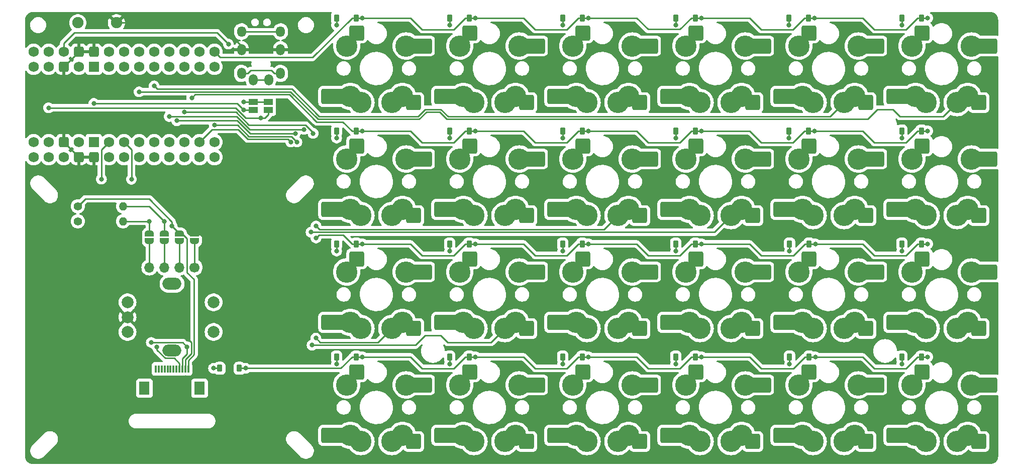
<source format=gbr>
%TF.GenerationSoftware,KiCad,Pcbnew,7.0.5*%
%TF.CreationDate,2024-08-02T10:00:01+08:00*%
%TF.ProjectId,TPS,5450532e-6b69-4636-9164-5f7063625858,rev?*%
%TF.SameCoordinates,Original*%
%TF.FileFunction,Copper,L2,Bot*%
%TF.FilePolarity,Positive*%
%FSLAX46Y46*%
G04 Gerber Fmt 4.6, Leading zero omitted, Abs format (unit mm)*
G04 Created by KiCad (PCBNEW 7.0.5) date 2024-08-02 10:00:01*
%MOMM*%
%LPD*%
G01*
G04 APERTURE LIST*
G04 Aperture macros list*
%AMRoundRect*
0 Rectangle with rounded corners*
0 $1 Rounding radius*
0 $2 $3 $4 $5 $6 $7 $8 $9 X,Y pos of 4 corners*
0 Add a 4 corners polygon primitive as box body*
4,1,4,$2,$3,$4,$5,$6,$7,$8,$9,$2,$3,0*
0 Add four circle primitives for the rounded corners*
1,1,$1+$1,$2,$3*
1,1,$1+$1,$4,$5*
1,1,$1+$1,$6,$7*
1,1,$1+$1,$8,$9*
0 Add four rect primitives between the rounded corners*
20,1,$1+$1,$2,$3,$4,$5,0*
20,1,$1+$1,$4,$5,$6,$7,0*
20,1,$1+$1,$6,$7,$8,$9,0*
20,1,$1+$1,$8,$9,$2,$3,0*%
%AMOutline4P*
0 Free polygon, 4 corners , with rotation*
0 The origin of the aperture is its center*
0 number of corners: always 4*
0 $1 to $8 corner X, Y*
0 $9 Rotation angle, in degrees counterclockwise*
0 create outline with 4 corners*
4,1,4,$1,$2,$3,$4,$5,$6,$7,$8,$1,$2,$9*%
%AMFreePoly0*
4,1,19,0.500000,-0.750000,0.000000,-0.750000,0.000000,-0.744911,-0.071157,-0.744911,-0.207708,-0.704816,-0.327430,-0.627875,-0.420627,-0.520320,-0.479746,-0.390866,-0.500000,-0.250000,-0.500000,0.250000,-0.479746,0.390866,-0.420627,0.520320,-0.327430,0.627875,-0.207708,0.704816,-0.071157,0.744911,0.000000,0.744911,0.000000,0.750000,0.500000,0.750000,0.500000,-0.750000,0.500000,-0.750000,
$1*%
%AMFreePoly1*
4,1,19,0.000000,0.744911,0.071157,0.744911,0.207708,0.704816,0.327430,0.627875,0.420627,0.520320,0.479746,0.390866,0.500000,0.250000,0.500000,-0.250000,0.479746,-0.390866,0.420627,-0.520320,0.327430,-0.627875,0.207708,-0.704816,0.071157,-0.744911,0.000000,-0.744911,0.000000,-0.750000,-0.500000,-0.750000,-0.500000,0.750000,0.000000,0.750000,0.000000,0.744911,0.000000,0.744911,
$1*%
G04 Aperture macros list end*
%TA.AperFunction,ComponentPad*%
%ADD10C,3.600000*%
%TD*%
%TA.AperFunction,SMDPad,CuDef*%
%ADD11RoundRect,0.250000X-1.000000X-1.000000X1.000000X-1.000000X1.000000X1.000000X-1.000000X1.000000X0*%
%TD*%
%TA.AperFunction,SMDPad,CuDef*%
%ADD12RoundRect,0.250000X-1.675000X-1.000000X1.675000X-1.000000X1.675000X1.000000X-1.675000X1.000000X0*%
%TD*%
%TA.AperFunction,SMDPad,CuDef*%
%ADD13RoundRect,0.225000X-0.225000X-0.375000X0.225000X-0.375000X0.225000X0.375000X-0.225000X0.375000X0*%
%TD*%
%TA.AperFunction,ComponentPad*%
%ADD14O,1.500000X1.900000*%
%TD*%
%TA.AperFunction,ComponentPad*%
%ADD15O,1.500000X1.800000*%
%TD*%
%TA.AperFunction,ComponentPad*%
%ADD16O,3.200000X2.000000*%
%TD*%
%TA.AperFunction,ComponentPad*%
%ADD17C,2.000000*%
%TD*%
%TA.AperFunction,ComponentPad*%
%ADD18C,1.400000*%
%TD*%
%TA.AperFunction,ComponentPad*%
%ADD19O,1.400000X1.400000*%
%TD*%
%TA.AperFunction,ComponentPad*%
%ADD20C,1.900000*%
%TD*%
%TA.AperFunction,ComponentPad*%
%ADD21C,1.700000*%
%TD*%
%TA.AperFunction,ComponentPad*%
%ADD22O,1.700000X1.700000*%
%TD*%
%TA.AperFunction,SMDPad,CuDef*%
%ADD23FreePoly0,90.000000*%
%TD*%
%TA.AperFunction,SMDPad,CuDef*%
%ADD24FreePoly1,90.000000*%
%TD*%
%TA.AperFunction,SMDPad,CuDef*%
%ADD25R,1.500000X1.000000*%
%TD*%
%TA.AperFunction,SMDPad,CuDef*%
%ADD26R,1.800000X2.200000*%
%TD*%
%TA.AperFunction,SMDPad,CuDef*%
%ADD27R,0.300000X1.300000*%
%TD*%
%TA.AperFunction,ComponentPad*%
%ADD28C,1.752600*%
%TD*%
%TA.AperFunction,ComponentPad*%
%ADD29RoundRect,0.438150X-0.438150X-0.438150X0.438150X-0.438150X0.438150X0.438150X-0.438150X0.438150X0*%
%TD*%
%TA.AperFunction,ComponentPad*%
%ADD30RoundRect,0.438150X0.438150X0.438150X-0.438150X0.438150X-0.438150X-0.438150X0.438150X-0.438150X0*%
%TD*%
%TA.AperFunction,ComponentPad*%
%ADD31Outline4P,-0.876300X-0.876300X0.876300X-0.876300X0.876300X0.876300X-0.876300X0.876300X180.000000*%
%TD*%
%TA.AperFunction,ComponentPad*%
%ADD32Outline4P,-0.876300X-0.876300X0.876300X-0.876300X0.876300X0.876300X-0.876300X0.876300X0.000000*%
%TD*%
%TA.AperFunction,ViaPad*%
%ADD33C,0.800000*%
%TD*%
%TA.AperFunction,Conductor*%
%ADD34C,0.250000*%
%TD*%
G04 APERTURE END LIST*
D10*
%TO.P,SW16,1,1*%
%TO.N,col2*%
X157400000Y-101425000D03*
X159200000Y-100375000D03*
X159800000Y-91875000D03*
D11*
X161075000Y-101425000D03*
D12*
X162225000Y-91875000D03*
D11*
X162900000Y-91875000D03*
%TO.P,SW16,2,2*%
%TO.N,Net-(D16-Pad2)*%
X146760000Y-100375000D03*
D12*
X147435000Y-100375000D03*
D10*
X149800000Y-91875000D03*
X150400000Y-100375000D03*
D11*
X151500000Y-89675000D03*
D10*
X152200000Y-101425000D03*
%TD*%
%TO.P,SW3,1,1*%
%TO.N,col5*%
X100250000Y-82375000D03*
X102050000Y-81325000D03*
X102650000Y-72825000D03*
D11*
X103925000Y-82375000D03*
D12*
X105075000Y-72825000D03*
D11*
X105750000Y-72825000D03*
%TO.P,SW3,2,2*%
%TO.N,Net-(D3-Pad2)*%
X89610000Y-81325000D03*
D12*
X90285000Y-81325000D03*
D10*
X92650000Y-72825000D03*
X93250000Y-81325000D03*
D11*
X94350000Y-70625000D03*
D10*
X95050000Y-82375000D03*
%TD*%
%TO.P,SW4,1,1*%
%TO.N,col5*%
X100250000Y-101425000D03*
X102050000Y-100375000D03*
X102650000Y-91875000D03*
D11*
X103925000Y-101425000D03*
D12*
X105075000Y-91875000D03*
D11*
X105750000Y-91875000D03*
%TO.P,SW4,2,2*%
%TO.N,Net-(D4-Pad2)*%
X89610000Y-100375000D03*
D12*
X90285000Y-100375000D03*
D10*
X92650000Y-91875000D03*
X93250000Y-100375000D03*
D11*
X94350000Y-89675000D03*
D10*
X95050000Y-101425000D03*
%TD*%
%TO.P,SW1,1,1*%
%TO.N,col5*%
X100250000Y-44275000D03*
X102050000Y-43225000D03*
X102650000Y-34725000D03*
D11*
X103925000Y-44275000D03*
D12*
X105075000Y-34725000D03*
D11*
X105750000Y-34725000D03*
%TO.P,SW1,2,2*%
%TO.N,Net-(D1-Pad2)*%
X89610000Y-43225000D03*
D12*
X90285000Y-43225000D03*
D10*
X92650000Y-34725000D03*
X93250000Y-43225000D03*
D11*
X94350000Y-32525000D03*
D10*
X95050000Y-44275000D03*
%TD*%
%TO.P,SW7,1,1*%
%TO.N,col4*%
X119300000Y-82375000D03*
X121100000Y-81325000D03*
X121700000Y-72825000D03*
D11*
X122975000Y-82375000D03*
D12*
X124125000Y-72825000D03*
D11*
X124800000Y-72825000D03*
%TO.P,SW7,2,2*%
%TO.N,Net-(D7-Pad2)*%
X108660000Y-81325000D03*
D12*
X109335000Y-81325000D03*
D10*
X111700000Y-72825000D03*
X112300000Y-81325000D03*
D11*
X113400000Y-70625000D03*
D10*
X114100000Y-82375000D03*
%TD*%
%TO.P,SW9,1,1*%
%TO.N,col3*%
X138350000Y-44275000D03*
X140150000Y-43225000D03*
X140750000Y-34725000D03*
D11*
X142025000Y-44275000D03*
D12*
X143175000Y-34725000D03*
D11*
X143850000Y-34725000D03*
%TO.P,SW9,2,2*%
%TO.N,Net-(D9-Pad2)*%
X127710000Y-43225000D03*
D12*
X128385000Y-43225000D03*
D10*
X130750000Y-34725000D03*
X131350000Y-43225000D03*
D11*
X132450000Y-32525000D03*
D10*
X133150000Y-44275000D03*
%TD*%
%TO.P,SW17,1,1*%
%TO.N,col1*%
X176450000Y-44275000D03*
X178250000Y-43225000D03*
X178850000Y-34725000D03*
D11*
X180125000Y-44275000D03*
D12*
X181275000Y-34725000D03*
D11*
X181950000Y-34725000D03*
%TO.P,SW17,2,2*%
%TO.N,Net-(D17-Pad2)*%
X165810000Y-43225000D03*
D12*
X166485000Y-43225000D03*
D10*
X168850000Y-34725000D03*
X169450000Y-43225000D03*
D11*
X170550000Y-32525000D03*
D10*
X171250000Y-44275000D03*
%TD*%
%TO.P,SW22,1,1*%
%TO.N,col0*%
X195500000Y-63325000D03*
X197300000Y-62275000D03*
X197900000Y-53775000D03*
D11*
X199175000Y-63325000D03*
D12*
X200325000Y-53775000D03*
D11*
X201000000Y-53775000D03*
%TO.P,SW22,2,2*%
%TO.N,Net-(D22-Pad2)*%
X184860000Y-62275000D03*
D12*
X185535000Y-62275000D03*
D10*
X187900000Y-53775000D03*
X188500000Y-62275000D03*
D11*
X189600000Y-51575000D03*
D10*
X190300000Y-63325000D03*
%TD*%
%TO.P,SW21,1,1*%
%TO.N,col0*%
X195500000Y-44275000D03*
X197300000Y-43225000D03*
X197900000Y-34725000D03*
D11*
X199175000Y-44275000D03*
D12*
X200325000Y-34725000D03*
D11*
X201000000Y-34725000D03*
%TO.P,SW21,2,2*%
%TO.N,Net-(D21-Pad2)*%
X184860000Y-43225000D03*
D12*
X185535000Y-43225000D03*
D10*
X187900000Y-34725000D03*
X188500000Y-43225000D03*
D11*
X189600000Y-32525000D03*
D10*
X190300000Y-44275000D03*
%TD*%
%TO.P,SW23,1,1*%
%TO.N,col0*%
X195500000Y-82375000D03*
X197300000Y-81325000D03*
X197900000Y-72825000D03*
D11*
X199175000Y-82375000D03*
D12*
X200325000Y-72825000D03*
D11*
X201000000Y-72825000D03*
%TO.P,SW23,2,2*%
%TO.N,Net-(D23-Pad2)*%
X184860000Y-81325000D03*
D12*
X185535000Y-81325000D03*
D10*
X187900000Y-72825000D03*
X188500000Y-81325000D03*
D11*
X189600000Y-70625000D03*
D10*
X190300000Y-82375000D03*
%TD*%
%TO.P,SW18,1,1*%
%TO.N,col1*%
X176450000Y-63325000D03*
X178250000Y-62275000D03*
X178850000Y-53775000D03*
D11*
X180125000Y-63325000D03*
D12*
X181275000Y-53775000D03*
D11*
X181950000Y-53775000D03*
%TO.P,SW18,2,2*%
%TO.N,Net-(D18-Pad2)*%
X165810000Y-62275000D03*
D12*
X166485000Y-62275000D03*
D10*
X168850000Y-53775000D03*
X169450000Y-62275000D03*
D11*
X170550000Y-51575000D03*
D10*
X171250000Y-63325000D03*
%TD*%
%TO.P,SW13,1,1*%
%TO.N,col2*%
X157400000Y-44275000D03*
X159200000Y-43225000D03*
X159800000Y-34725000D03*
D11*
X161075000Y-44275000D03*
D12*
X162225000Y-34725000D03*
D11*
X162900000Y-34725000D03*
%TO.P,SW13,2,2*%
%TO.N,Net-(D13-Pad2)*%
X146760000Y-43225000D03*
D12*
X147435000Y-43225000D03*
D10*
X149800000Y-34725000D03*
X150400000Y-43225000D03*
D11*
X151500000Y-32525000D03*
D10*
X152200000Y-44275000D03*
%TD*%
%TO.P,SW12,1,1*%
%TO.N,col3*%
X138350000Y-101425000D03*
X140150000Y-100375000D03*
X140750000Y-91875000D03*
D11*
X142025000Y-101425000D03*
D12*
X143175000Y-91875000D03*
D11*
X143850000Y-91875000D03*
%TO.P,SW12,2,2*%
%TO.N,Net-(D12-Pad2)*%
X127710000Y-100375000D03*
D12*
X128385000Y-100375000D03*
D10*
X130750000Y-91875000D03*
X131350000Y-100375000D03*
D11*
X132450000Y-89675000D03*
D10*
X133150000Y-101425000D03*
%TD*%
%TO.P,SW14,1,1*%
%TO.N,col2*%
X157400000Y-63325000D03*
X159200000Y-62275000D03*
X159800000Y-53775000D03*
D11*
X161075000Y-63325000D03*
D12*
X162225000Y-53775000D03*
D11*
X162900000Y-53775000D03*
%TO.P,SW14,2,2*%
%TO.N,Net-(D14-Pad2)*%
X146760000Y-62275000D03*
D12*
X147435000Y-62275000D03*
D10*
X149800000Y-53775000D03*
X150400000Y-62275000D03*
D11*
X151500000Y-51575000D03*
D10*
X152200000Y-63325000D03*
%TD*%
%TO.P,SW5,1,1*%
%TO.N,col4*%
X119300000Y-44275000D03*
X121100000Y-43225000D03*
X121700000Y-34725000D03*
D11*
X122975000Y-44275000D03*
D12*
X124125000Y-34725000D03*
D11*
X124800000Y-34725000D03*
%TO.P,SW5,2,2*%
%TO.N,Net-(D5-Pad2)*%
X108660000Y-43225000D03*
D12*
X109335000Y-43225000D03*
D10*
X111700000Y-34725000D03*
X112300000Y-43225000D03*
D11*
X113400000Y-32525000D03*
D10*
X114100000Y-44275000D03*
%TD*%
%TO.P,SW11,1,1*%
%TO.N,col3*%
X138350000Y-82375000D03*
X140150000Y-81325000D03*
X140750000Y-72825000D03*
D11*
X142025000Y-82375000D03*
D12*
X143175000Y-72825000D03*
D11*
X143850000Y-72825000D03*
%TO.P,SW11,2,2*%
%TO.N,Net-(D11-Pad2)*%
X127710000Y-81325000D03*
D12*
X128385000Y-81325000D03*
D10*
X130750000Y-72825000D03*
X131350000Y-81325000D03*
D11*
X132450000Y-70625000D03*
D10*
X133150000Y-82375000D03*
%TD*%
%TO.P,SW20,1,1*%
%TO.N,col1*%
X176450000Y-101425000D03*
X178250000Y-100375000D03*
X178850000Y-91875000D03*
D11*
X180125000Y-101425000D03*
D12*
X181275000Y-91875000D03*
D11*
X181950000Y-91875000D03*
%TO.P,SW20,2,2*%
%TO.N,Net-(D20-Pad2)*%
X165810000Y-100375000D03*
D12*
X166485000Y-100375000D03*
D10*
X168850000Y-91875000D03*
X169450000Y-100375000D03*
D11*
X170550000Y-89675000D03*
D10*
X171250000Y-101425000D03*
%TD*%
%TO.P,SW15,1,1*%
%TO.N,col2*%
X157400000Y-82375000D03*
X159200000Y-81325000D03*
X159800000Y-72825000D03*
D11*
X161075000Y-82375000D03*
D12*
X162225000Y-72825000D03*
D11*
X162900000Y-72825000D03*
%TO.P,SW15,2,2*%
%TO.N,Net-(D15-Pad2)*%
X146760000Y-81325000D03*
D12*
X147435000Y-81325000D03*
D10*
X149800000Y-72825000D03*
X150400000Y-81325000D03*
D11*
X151500000Y-70625000D03*
D10*
X152200000Y-82375000D03*
%TD*%
%TO.P,SW10,1,1*%
%TO.N,col3*%
X138350000Y-63325000D03*
X140150000Y-62275000D03*
X140750000Y-53775000D03*
D11*
X142025000Y-63325000D03*
D12*
X143175000Y-53775000D03*
D11*
X143850000Y-53775000D03*
%TO.P,SW10,2,2*%
%TO.N,Net-(D10-Pad2)*%
X127710000Y-62275000D03*
D12*
X128385000Y-62275000D03*
D10*
X130750000Y-53775000D03*
X131350000Y-62275000D03*
D11*
X132450000Y-51575000D03*
D10*
X133150000Y-63325000D03*
%TD*%
%TO.P,SW6,1,1*%
%TO.N,col4*%
X119300000Y-63325000D03*
X121100000Y-62275000D03*
X121700000Y-53775000D03*
D11*
X122975000Y-63325000D03*
D12*
X124125000Y-53775000D03*
D11*
X124800000Y-53775000D03*
%TO.P,SW6,2,2*%
%TO.N,Net-(D6-Pad2)*%
X108660000Y-62275000D03*
D12*
X109335000Y-62275000D03*
D10*
X111700000Y-53775000D03*
X112300000Y-62275000D03*
D11*
X113400000Y-51575000D03*
D10*
X114100000Y-63325000D03*
%TD*%
%TO.P,SW2,1,1*%
%TO.N,col5*%
X100250000Y-63325000D03*
X102050000Y-62275000D03*
X102650000Y-53775000D03*
D11*
X103925000Y-63325000D03*
D12*
X105075000Y-53775000D03*
D11*
X105750000Y-53775000D03*
%TO.P,SW2,2,2*%
%TO.N,Net-(D2-Pad2)*%
X89610000Y-62275000D03*
D12*
X90285000Y-62275000D03*
D10*
X92650000Y-53775000D03*
X93250000Y-62275000D03*
D11*
X94350000Y-51575000D03*
D10*
X95050000Y-63325000D03*
%TD*%
%TO.P,SW24,1,1*%
%TO.N,col0*%
X195500000Y-101425000D03*
X197300000Y-100375000D03*
X197900000Y-91875000D03*
D11*
X199175000Y-101425000D03*
D12*
X200325000Y-91875000D03*
D11*
X201000000Y-91875000D03*
%TO.P,SW24,2,2*%
%TO.N,Net-(D24-Pad2)*%
X184860000Y-100375000D03*
D12*
X185535000Y-100375000D03*
D10*
X187900000Y-91875000D03*
X188500000Y-100375000D03*
D11*
X189600000Y-89675000D03*
D10*
X190300000Y-101425000D03*
%TD*%
%TO.P,SW8,1,1*%
%TO.N,col4*%
X119300000Y-101425000D03*
X121100000Y-100375000D03*
X121700000Y-91875000D03*
D11*
X122975000Y-101425000D03*
D12*
X124125000Y-91875000D03*
D11*
X124800000Y-91875000D03*
%TO.P,SW8,2,2*%
%TO.N,Net-(D8-Pad2)*%
X108660000Y-100375000D03*
D12*
X109335000Y-100375000D03*
D10*
X111700000Y-91875000D03*
X112300000Y-100375000D03*
D11*
X113400000Y-89675000D03*
D10*
X114100000Y-101425000D03*
%TD*%
%TO.P,SW19,1,1*%
%TO.N,col1*%
X176450000Y-82375000D03*
X178250000Y-81325000D03*
X178850000Y-72825000D03*
D11*
X180125000Y-82375000D03*
D12*
X181275000Y-72825000D03*
D11*
X181950000Y-72825000D03*
%TO.P,SW19,2,2*%
%TO.N,Net-(D19-Pad2)*%
X165810000Y-81325000D03*
D12*
X166485000Y-81325000D03*
D10*
X168850000Y-72825000D03*
X169450000Y-81325000D03*
D11*
X170550000Y-70625000D03*
D10*
X171250000Y-82375000D03*
%TD*%
D13*
%TO.P,D13,1*%
%TO.N,row0*%
X151400000Y-30000000D03*
%TO.P,D13,2*%
%TO.N,Net-(D13-Pad2)*%
X148100000Y-30000000D03*
%TD*%
%TO.P,D20,1*%
%TO.N,row3*%
X170580000Y-87150000D03*
%TO.P,D20,2*%
%TO.N,Net-(D20-Pad2)*%
X167280000Y-87150000D03*
%TD*%
%TO.P,D1,1*%
%TO.N,row0*%
X94250000Y-30000000D03*
%TO.P,D1,2*%
%TO.N,Net-(D1-Pad2)*%
X90950000Y-30000000D03*
%TD*%
%TO.P,D18,1*%
%TO.N,row1*%
X170450000Y-49050000D03*
%TO.P,D18,2*%
%TO.N,Net-(D18-Pad2)*%
X167150000Y-49050000D03*
%TD*%
%TO.P,D22,1*%
%TO.N,row1*%
X189500000Y-49050000D03*
%TO.P,D22,2*%
%TO.N,Net-(D22-Pad2)*%
X186200000Y-49050000D03*
%TD*%
%TO.P,D6,1*%
%TO.N,row1*%
X113300000Y-49050000D03*
%TO.P,D6,2*%
%TO.N,Net-(D6-Pad2)*%
X110000000Y-49050000D03*
%TD*%
D14*
%TO.P,T1,1,T/VCC*%
%TO.N,VCC*%
X74914000Y-39350000D03*
X81514000Y-39350000D03*
D15*
%TO.P,T1,2,R/SNL*%
%TO.N,SGN*%
X74914000Y-32302000D03*
X81514000Y-32302000D03*
D14*
%TO.P,T1,3,R/GND*%
%TO.N,GND*%
X74914000Y-35350000D03*
X81514000Y-35350000D03*
%TO.P,T1,4,S/No*%
%TO.N,unconnected-(T1-S{slash}No-Pad4)*%
X76914000Y-40450000D03*
X79514000Y-40450000D03*
%TD*%
D13*
%TO.P,D2,1*%
%TO.N,row1*%
X94250000Y-49050000D03*
%TO.P,D2,2*%
%TO.N,Net-(D2-Pad2)*%
X90950000Y-49050000D03*
%TD*%
%TO.P,D7,1*%
%TO.N,row2*%
X113300000Y-68100000D03*
%TO.P,D7,2*%
%TO.N,Net-(D7-Pad2)*%
X110000000Y-68100000D03*
%TD*%
%TO.P,D19,1*%
%TO.N,row2*%
X170580000Y-68100000D03*
%TO.P,D19,2*%
%TO.N,Net-(D19-Pad2)*%
X167280000Y-68100000D03*
%TD*%
%TO.P,D12,1*%
%TO.N,row3*%
X132350000Y-87150000D03*
%TO.P,D12,2*%
%TO.N,Net-(D12-Pad2)*%
X129050000Y-87150000D03*
%TD*%
%TO.P,D25,1*%
%TO.N,row3*%
X74571000Y-89075000D03*
%TO.P,D25,2*%
%TO.N,Net-(D25-Pad2)*%
X71271000Y-89075000D03*
%TD*%
%TO.P,D4,1*%
%TO.N,row3*%
X94250000Y-87150000D03*
%TO.P,D4,2*%
%TO.N,Net-(D4-Pad2)*%
X90950000Y-87150000D03*
%TD*%
%TO.P,D14,1*%
%TO.N,row1*%
X151400000Y-49050000D03*
%TO.P,D14,2*%
%TO.N,Net-(D14-Pad2)*%
X148100000Y-49050000D03*
%TD*%
%TO.P,D11,1*%
%TO.N,row2*%
X132350000Y-68100000D03*
%TO.P,D11,2*%
%TO.N,Net-(D11-Pad2)*%
X129050000Y-68100000D03*
%TD*%
%TO.P,D10,1*%
%TO.N,row1*%
X132350000Y-49050000D03*
%TO.P,D10,2*%
%TO.N,Net-(D10-Pad2)*%
X129050000Y-49050000D03*
%TD*%
D16*
%TO.P,SW25,*%
%TO.N,*%
X63218000Y-74843000D03*
X63218000Y-86043000D03*
D17*
%TO.P,SW25,A,CLK*%
%TO.N,X{slash}A*%
X55718000Y-77943000D03*
%TO.P,SW25,B,DT*%
%TO.N,Y{slash}B*%
X55718000Y-82943000D03*
%TO.P,SW25,C,GND*%
%TO.N,GND*%
X55718000Y-80443000D03*
%TO.P,SW25,S1,SW*%
%TO.N,col6*%
X70218000Y-77943000D03*
%TO.P,SW25,S2,GND*%
%TO.N,Net-(D25-Pad2)*%
X70218000Y-82943000D03*
%TD*%
D18*
%TO.P,R1,1*%
%TO.N,+3V3*%
X47351000Y-64293000D03*
D19*
%TO.P,R1,2*%
%TO.N,SDA*%
X54971000Y-64293000D03*
%TD*%
D13*
%TO.P,D16,1*%
%TO.N,row3*%
X151400000Y-87150000D03*
%TO.P,D16,2*%
%TO.N,Net-(D16-Pad2)*%
X148100000Y-87150000D03*
%TD*%
%TO.P,D17,1*%
%TO.N,row0*%
X170450000Y-30000000D03*
%TO.P,D17,2*%
%TO.N,Net-(D17-Pad2)*%
X167150000Y-30000000D03*
%TD*%
D20*
%TO.P,RST1,1,1*%
%TO.N,GND*%
X53851000Y-30823000D03*
%TO.P,RST1,2,2*%
%TO.N,RST*%
X47351000Y-30823000D03*
%TD*%
D13*
%TO.P,D3,1*%
%TO.N,row2*%
X94250000Y-68100000D03*
%TO.P,D3,2*%
%TO.N,Net-(D3-Pad2)*%
X90950000Y-68100000D03*
%TD*%
%TO.P,D15,1*%
%TO.N,row2*%
X151400000Y-68100000D03*
%TO.P,D15,2*%
%TO.N,Net-(D15-Pad2)*%
X148100000Y-68100000D03*
%TD*%
%TO.P,D8,1*%
%TO.N,row3*%
X113300000Y-87150000D03*
%TO.P,D8,2*%
%TO.N,Net-(D8-Pad2)*%
X110000000Y-87150000D03*
%TD*%
%TO.P,D9,1*%
%TO.N,row0*%
X132350000Y-30000000D03*
%TO.P,D9,2*%
%TO.N,Net-(D9-Pad2)*%
X129050000Y-30000000D03*
%TD*%
%TO.P,D24,1*%
%TO.N,row3*%
X189500000Y-87150000D03*
%TO.P,D24,2*%
%TO.N,Net-(D24-Pad2)*%
X186200000Y-87150000D03*
%TD*%
D21*
%TO.P,J1,1,Pin_1*%
%TO.N,Net-(J1-Pin_1)*%
X67027500Y-72073000D03*
D22*
%TO.P,J1,2,Pin_2*%
%TO.N,Net-(J1-Pin_2)*%
X64487500Y-72073000D03*
%TO.P,J1,3,Pin_3*%
%TO.N,Net-(J1-Pin_3)*%
X61947500Y-72073000D03*
%TO.P,J1,4,Pin_4*%
%TO.N,Net-(J1-Pin_4)*%
X59407500Y-72073000D03*
%TD*%
D18*
%TO.P,R2,1*%
%TO.N,+3V3*%
X47351000Y-61753000D03*
D19*
%TO.P,R2,2*%
%TO.N,SCL*%
X54971000Y-61753000D03*
%TD*%
D13*
%TO.P,D21,1*%
%TO.N,row0*%
X189500000Y-30000000D03*
%TO.P,D21,2*%
%TO.N,Net-(D21-Pad2)*%
X186200000Y-30000000D03*
%TD*%
%TO.P,D5,1*%
%TO.N,row0*%
X113300000Y-30000000D03*
%TO.P,D5,2*%
%TO.N,Net-(D5-Pad2)*%
X110000000Y-30000000D03*
%TD*%
%TO.P,D23,1*%
%TO.N,row2*%
X189500000Y-68100000D03*
%TO.P,D23,2*%
%TO.N,Net-(D23-Pad2)*%
X186200000Y-68100000D03*
%TD*%
D23*
%TO.P,JP9,1,A*%
%TO.N,Net-(J1-Pin_1)*%
X67027500Y-67643000D03*
D24*
%TO.P,JP9,2,B*%
%TO.N,GND*%
X67027500Y-66343000D03*
%TD*%
D23*
%TO.P,JP12,1,A*%
%TO.N,Net-(J1-Pin_4)*%
X59407500Y-67643000D03*
D24*
%TO.P,JP12,2,B*%
%TO.N,SDA*%
X59407500Y-66343000D03*
%TD*%
D25*
%TO.P,JP3,1,A*%
%TO.N,+3V3*%
X76944000Y-45500000D03*
%TO.P,JP3,2,B*%
%TO.N,VCC*%
X76944000Y-44200000D03*
%TD*%
D23*
%TO.P,JP11,1,A*%
%TO.N,Net-(J1-Pin_3)*%
X61947500Y-67643000D03*
D24*
%TO.P,JP11,2,B*%
%TO.N,SCL*%
X61947500Y-66343000D03*
%TD*%
D23*
%TO.P,JP10,1,A*%
%TO.N,Net-(J1-Pin_2)*%
X64487500Y-67643000D03*
D24*
%TO.P,JP10,2,B*%
%TO.N,+3V3*%
X64487500Y-66343000D03*
%TD*%
D25*
%TO.P,JP4,1,A*%
%TO.N,+5V*%
X79484000Y-45500000D03*
%TO.P,JP4,2,B*%
%TO.N,VCC*%
X79484000Y-44200000D03*
%TD*%
D26*
%TO.P,J3,*%
%TO.N,*%
X67868000Y-92443000D03*
X58568000Y-92443000D03*
D27*
%TO.P,J3,1,Pin_1*%
%TO.N,+3V3*%
X65968000Y-89193000D03*
%TO.P,J3,2,Pin_2*%
%TO.N,GND*%
X65468000Y-89193000D03*
%TO.P,J3,3,Pin_3*%
%TO.N,SDA*%
X64968000Y-89193000D03*
%TO.P,J3,4,Pin_4*%
%TO.N,SCL*%
X64468000Y-89193000D03*
%TO.P,J3,5,Pin_5*%
%TO.N,unconnected-(J3-Pin_5-Pad5)*%
X63968000Y-89193000D03*
%TO.P,J3,6,Pin_6*%
%TO.N,unconnected-(J3-Pin_6-Pad6)*%
X63468000Y-89193000D03*
%TO.P,J3,7,Pin_7*%
%TO.N,unconnected-(J3-Pin_7-Pad7)*%
X62968000Y-89193000D03*
%TO.P,J3,8,Pin_8*%
%TO.N,unconnected-(J3-Pin_8-Pad8)*%
X62468000Y-89193000D03*
%TO.P,J3,9,Pin_9*%
%TO.N,unconnected-(J3-Pin_9-Pad9)*%
X61968000Y-89193000D03*
%TO.P,J3,10,Pin_10*%
%TO.N,unconnected-(J3-Pin_10-Pad10)*%
X61468000Y-89193000D03*
%TO.P,J3,11,Pin_11*%
%TO.N,unconnected-(J3-Pin_11-Pad11)*%
X60968000Y-89193000D03*
%TO.P,J3,12,Pin_12*%
%TO.N,unconnected-(J3-Pin_12-Pad12)*%
X60468000Y-89193000D03*
%TD*%
D28*
%TO.P,U1,1,?*%
%TO.N,unconnected-(U1-?-Pad1)*%
X39881000Y-35681000D03*
X39881000Y-53461000D03*
%TO.P,U1,2,0/PD3*%
%TO.N,unconnected-(U1-0{slash}PD3-Pad2)*%
X42421000Y-35681000D03*
X42421000Y-53461000D03*
%TO.P,U1,3,1/PD2*%
%TO.N,SGN*%
X44961000Y-35681000D03*
X44961000Y-53461000D03*
D29*
%TO.P,U1,4,GND*%
%TO.N,GND*%
X47501000Y-35681000D03*
D30*
X47501000Y-53461000D03*
D29*
%TO.P,U1,5,GND*%
X50041000Y-35681000D03*
D30*
X50041000Y-53461000D03*
D28*
%TO.P,U1,6,2/PD1*%
%TO.N,SDA*%
X52581000Y-35681000D03*
X52581000Y-53461000D03*
%TO.P,U1,7,3/PD0*%
%TO.N,SCL*%
X55121000Y-35681000D03*
X55121000Y-53461000D03*
%TO.P,U1,8,4/PD4*%
%TO.N,col6*%
X57661000Y-35681000D03*
X57661000Y-53461000D03*
%TO.P,U1,9,5/PC6*%
%TO.N,unconnected-(U1-5{slash}PC6-Pad9)*%
X60201000Y-35681000D03*
X60201000Y-53461000D03*
%TO.P,U1,10,6/PD7*%
%TO.N,row3*%
X62741000Y-35681000D03*
X62741000Y-53461000D03*
%TO.P,U1,11,7/PE6*%
%TO.N,row2*%
X65281000Y-35681000D03*
X65281000Y-53461000D03*
%TO.P,U1,12,8/PB4*%
%TO.N,row1*%
X67821000Y-35681000D03*
X67821000Y-53461000D03*
%TO.P,U1,13,9/PB5*%
%TO.N,row0*%
X70361000Y-35681000D03*
X70361000Y-53461000D03*
%TO.P,U1,14,21/PB6*%
%TO.N,col5*%
X70361000Y-38221000D03*
X70361000Y-50921000D03*
%TO.P,U1,15,23/PB2*%
%TO.N,col4*%
X67821000Y-38221000D03*
X67821000Y-50921000D03*
%TO.P,U1,16,20/PB3*%
%TO.N,col3*%
X65281000Y-38221000D03*
X65281000Y-50921000D03*
%TO.P,U1,17,22/PB1*%
%TO.N,col2*%
X62741000Y-38221000D03*
X62741000Y-50921000D03*
%TO.P,U1,18,26/PF7*%
%TO.N,col1*%
X60201000Y-38221000D03*
X60201000Y-50921000D03*
%TO.P,U1,19,27/PF6*%
%TO.N,col0*%
X57661000Y-38221000D03*
X57661000Y-50921000D03*
%TO.P,U1,20,28/PF5*%
%TO.N,X{slash}A*%
X55121000Y-38221000D03*
X55121000Y-50921000D03*
%TO.P,U1,21,29/PF4*%
%TO.N,Y{slash}B*%
X52581000Y-38221000D03*
X52581000Y-50921000D03*
D31*
%TO.P,U1,22,VCC*%
%TO.N,+3V3*%
X50041000Y-38221000D03*
D32*
X50041000Y-50921000D03*
D28*
%TO.P,U1,23,RST*%
%TO.N,RST*%
X47501000Y-38221000D03*
X47501000Y-50921000D03*
D30*
%TO.P,U1,24,GND*%
%TO.N,GND*%
X44961000Y-38221000D03*
D29*
X44961000Y-50921000D03*
D28*
%TO.P,U1,25,B0*%
%TO.N,+5V*%
X42421000Y-38221000D03*
X42421000Y-50921000D03*
%TO.P,U1,26,?*%
%TO.N,unconnected-(U1-?-Pad26)*%
X39881000Y-38221000D03*
X39881000Y-50921000D03*
%TD*%
D33*
%TO.N,row0*%
X171500000Y-30000000D03*
X152450000Y-30000000D03*
X133400000Y-30000000D03*
X95300000Y-30000000D03*
X114350000Y-30000000D03*
X190550000Y-30000000D03*
%TO.N,Net-(D1-Pad2)*%
X90950000Y-31200000D03*
%TO.N,row1*%
X152450000Y-49050000D03*
X95300000Y-49050000D03*
X133400000Y-49050000D03*
X171500000Y-49050000D03*
X114350000Y-49050000D03*
X190550000Y-49050000D03*
X66540000Y-43450000D03*
%TO.N,Net-(D2-Pad2)*%
X90950000Y-50250000D03*
%TO.N,row2*%
X114350000Y-68100000D03*
X171630000Y-68100000D03*
X87480000Y-67100000D03*
X64010000Y-47334500D03*
X190550000Y-68100000D03*
X152450000Y-68100000D03*
X83980000Y-49514500D03*
X133400000Y-68100000D03*
X95300000Y-68100000D03*
%TO.N,Net-(D3-Pad2)*%
X90950000Y-69300000D03*
%TO.N,row3*%
X190550000Y-87150000D03*
X152450000Y-87150000D03*
X171630000Y-87150000D03*
X75621000Y-89075000D03*
X133400000Y-87150000D03*
X95300000Y-87150000D03*
X114350000Y-87150000D03*
%TO.N,Net-(D4-Pad2)*%
X90950000Y-88350000D03*
%TO.N,Net-(D5-Pad2)*%
X110000000Y-31200000D03*
%TO.N,Net-(D6-Pad2)*%
X110000000Y-50250000D03*
%TO.N,Net-(D7-Pad2)*%
X110000000Y-69300000D03*
%TO.N,Net-(D8-Pad2)*%
X110000000Y-88350000D03*
%TO.N,Net-(D9-Pad2)*%
X129050000Y-31210000D03*
%TO.N,Net-(D10-Pad2)*%
X129050000Y-50250000D03*
%TO.N,Net-(D11-Pad2)*%
X129050000Y-69300000D03*
%TO.N,Net-(D12-Pad2)*%
X129050000Y-88350000D03*
%TO.N,Net-(D13-Pad2)*%
X148100000Y-31200000D03*
%TO.N,Net-(D14-Pad2)*%
X148090000Y-50250000D03*
%TO.N,Net-(D15-Pad2)*%
X148100000Y-69300000D03*
%TO.N,Net-(D16-Pad2)*%
X148100000Y-88350000D03*
%TO.N,Net-(D17-Pad2)*%
X167150000Y-31200000D03*
%TO.N,Net-(D18-Pad2)*%
X167150000Y-50250000D03*
%TO.N,Net-(D19-Pad2)*%
X167280000Y-69300000D03*
%TO.N,Net-(D20-Pad2)*%
X167280000Y-88350000D03*
%TO.N,Net-(D21-Pad2)*%
X186200000Y-31200000D03*
%TO.N,Net-(D22-Pad2)*%
X186200000Y-50250000D03*
%TO.N,Net-(D23-Pad2)*%
X186200000Y-69300000D03*
%TO.N,Net-(D24-Pad2)*%
X186200000Y-88350000D03*
%TO.N,col0*%
X57661000Y-42450000D03*
%TO.N,col1*%
X60201000Y-41460000D03*
%TO.N,col2*%
X85460000Y-48790000D03*
X62741000Y-46610000D03*
X86640000Y-66120000D03*
%TO.N,col3*%
X65281000Y-45880000D03*
X87480000Y-65080000D03*
X86990000Y-49460000D03*
%TO.N,col4*%
X86810000Y-85170000D03*
X83230000Y-50920000D03*
%TO.N,col5*%
X70361000Y-48070000D03*
X84260000Y-50920000D03*
X87455000Y-83995000D03*
%TO.N,GND*%
X45030000Y-31610000D03*
X63680000Y-62820000D03*
X200660000Y-87920000D03*
X200640000Y-68880000D03*
X57740000Y-66340000D03*
X44961000Y-43640000D03*
X200650000Y-49830000D03*
X200650000Y-30780000D03*
X45590000Y-56650000D03*
%TO.N,SDA*%
X59407500Y-64293000D03*
X65760000Y-85460000D03*
X59720000Y-84720000D03*
%TO.N,SCL*%
X60670000Y-85450000D03*
X61947500Y-64293000D03*
%TO.N,X{slash}A*%
X56380000Y-57190000D03*
%TO.N,SGN*%
X72730000Y-34410000D03*
%TO.N,Y{slash}B*%
X51320000Y-57170000D03*
%TO.N,+3V3*%
X63220000Y-65060000D03*
X50041000Y-44410000D03*
X75280000Y-45500000D03*
%TO.N,+5V*%
X42421000Y-45150000D03*
X78214000Y-46910000D03*
%TO.N,VCC*%
X75280000Y-44200000D03*
%TO.N,Net-(D25-Pad2)*%
X70218000Y-89075000D03*
%TD*%
D34*
%TO.N,row0*%
X105380000Y-31950000D02*
X110650000Y-31950000D01*
X94250000Y-30000000D02*
X95300000Y-30000000D01*
X143445000Y-31925000D02*
X148785000Y-31925000D01*
X171500000Y-30000000D02*
X179630000Y-30000000D01*
X112600000Y-30000000D02*
X113300000Y-30000000D01*
X133400000Y-30000000D02*
X132350000Y-30000000D01*
X179630000Y-30000000D02*
X181580000Y-31950000D01*
X188810000Y-30000000D02*
X189500000Y-30000000D01*
X152450000Y-30000000D02*
X160580000Y-30000000D01*
X122470000Y-30000000D02*
X124410000Y-31940000D01*
X95300000Y-30000000D02*
X103430000Y-30000000D01*
X110650000Y-31950000D02*
X112600000Y-30000000D01*
X86880000Y-36660000D02*
X93540000Y-30000000D01*
X167820000Y-31940000D02*
X169760000Y-30000000D01*
X152450000Y-30000000D02*
X151400000Y-30000000D01*
X171500000Y-30000000D02*
X170450000Y-30000000D01*
X190550000Y-30000000D02*
X189500000Y-30000000D01*
X71330000Y-36650000D02*
X71340000Y-36660000D01*
X131650000Y-30000000D02*
X132350000Y-30000000D01*
X93540000Y-30000000D02*
X94250000Y-30000000D01*
X162520000Y-31940000D02*
X167820000Y-31940000D01*
X114350000Y-30000000D02*
X122470000Y-30000000D01*
X186860000Y-31950000D02*
X188810000Y-30000000D01*
X141520000Y-30000000D02*
X143445000Y-31925000D01*
X71340000Y-36660000D02*
X86880000Y-36660000D01*
X103430000Y-30000000D02*
X105380000Y-31950000D01*
X169760000Y-30000000D02*
X170450000Y-30000000D01*
X133400000Y-30000000D02*
X141520000Y-30000000D01*
X124410000Y-31940000D02*
X129710000Y-31940000D01*
X114350000Y-30000000D02*
X113300000Y-30000000D01*
X181580000Y-31950000D02*
X186860000Y-31950000D01*
X148785000Y-31925000D02*
X150710000Y-30000000D01*
X160580000Y-30000000D02*
X162520000Y-31940000D01*
X129710000Y-31940000D02*
X131650000Y-30000000D01*
X70361000Y-35681000D02*
X71330000Y-36650000D01*
X150710000Y-30000000D02*
X151400000Y-30000000D01*
%TO.N,Net-(D1-Pad2)*%
X90950000Y-30000000D02*
X90950000Y-31200000D01*
%TO.N,row1*%
X95300000Y-49050000D02*
X94250000Y-49050000D01*
X148780000Y-50980000D02*
X150710000Y-49050000D01*
X188810000Y-49050000D02*
X189500000Y-49050000D01*
X93540000Y-49050000D02*
X94250000Y-49050000D01*
X150710000Y-49050000D02*
X151400000Y-49050000D01*
X95300000Y-49050000D02*
X103430000Y-49050000D01*
X105360000Y-50980000D02*
X110680000Y-50980000D01*
X179630000Y-49050000D02*
X181560000Y-50980000D01*
X122480000Y-49050000D02*
X124410000Y-50980000D01*
X169760000Y-49050000D02*
X170450000Y-49050000D01*
X186880000Y-50980000D02*
X188810000Y-49050000D01*
X110680000Y-50980000D02*
X112610000Y-49050000D01*
X181560000Y-50980000D02*
X186880000Y-50980000D01*
X124410000Y-50980000D02*
X129720000Y-50980000D01*
X171500000Y-49050000D02*
X170450000Y-49050000D01*
X66540000Y-43450000D02*
X67090000Y-42900000D01*
X162510000Y-50980000D02*
X167830000Y-50980000D01*
X112610000Y-49050000D02*
X113300000Y-49050000D01*
X103430000Y-49050000D02*
X105360000Y-50980000D01*
X152450000Y-49050000D02*
X151400000Y-49050000D01*
X131650000Y-49050000D02*
X132350000Y-49050000D01*
X92010000Y-47520000D02*
X93540000Y-49050000D01*
X160580000Y-49050000D02*
X162510000Y-50980000D01*
X152450000Y-49050000D02*
X160580000Y-49050000D01*
X143460000Y-50980000D02*
X148780000Y-50980000D01*
X67090000Y-42900000D02*
X82983604Y-42900000D01*
X129720000Y-50980000D02*
X131650000Y-49050000D01*
X82983604Y-42900000D02*
X87603604Y-47520000D01*
X114350000Y-49050000D02*
X122480000Y-49050000D01*
X133400000Y-49050000D02*
X141530000Y-49050000D01*
X87603604Y-47520000D02*
X92010000Y-47520000D01*
X141530000Y-49050000D02*
X143460000Y-50980000D01*
X167830000Y-50980000D02*
X169760000Y-49050000D01*
X114350000Y-49050000D02*
X113300000Y-49050000D01*
X190550000Y-49050000D02*
X189500000Y-49050000D01*
X171500000Y-49050000D02*
X179630000Y-49050000D01*
X133400000Y-49050000D02*
X132350000Y-49050000D01*
%TO.N,Net-(D2-Pad2)*%
X90950000Y-50250000D02*
X90950000Y-49050000D01*
%TO.N,row2*%
X110670000Y-70040000D02*
X112610000Y-68100000D01*
X95300000Y-68100000D02*
X103430000Y-68100000D01*
X150710000Y-68100000D02*
X151400000Y-68100000D01*
X171630000Y-68100000D02*
X170580000Y-68100000D01*
X122480000Y-68100000D02*
X124410000Y-70030000D01*
X152450000Y-68100000D02*
X151400000Y-68100000D01*
X171630000Y-68100000D02*
X179630000Y-68100000D01*
X141530000Y-68100000D02*
X143460000Y-70030000D01*
X114350000Y-68100000D02*
X113300000Y-68100000D01*
X133400000Y-68100000D02*
X132350000Y-68100000D01*
X152450000Y-68100000D02*
X160580000Y-68100000D01*
X162510000Y-70030000D02*
X167960000Y-70030000D01*
X186880000Y-70030000D02*
X188810000Y-68100000D01*
X105370000Y-70040000D02*
X110670000Y-70040000D01*
X103430000Y-68100000D02*
X105370000Y-70040000D01*
X188810000Y-68100000D02*
X189500000Y-68100000D01*
X167960000Y-70030000D02*
X169890000Y-68100000D01*
X95300000Y-68100000D02*
X94250000Y-68100000D01*
X160580000Y-68100000D02*
X162510000Y-70030000D01*
X181560000Y-70030000D02*
X186880000Y-70030000D01*
X148780000Y-70030000D02*
X150710000Y-68100000D01*
X93550000Y-68100000D02*
X94250000Y-68100000D01*
X88010000Y-66570000D02*
X92020000Y-66570000D01*
X74180007Y-47334500D02*
X76360007Y-49514500D01*
X114350000Y-68100000D02*
X122480000Y-68100000D01*
X92020000Y-66570000D02*
X93550000Y-68100000D01*
X133400000Y-68100000D02*
X141530000Y-68100000D01*
X169890000Y-68100000D02*
X170580000Y-68100000D01*
X112610000Y-68100000D02*
X113300000Y-68100000D01*
X190550000Y-68100000D02*
X189500000Y-68100000D01*
X143460000Y-70030000D02*
X148780000Y-70030000D01*
X131660000Y-68100000D02*
X132350000Y-68100000D01*
X124410000Y-70030000D02*
X129730000Y-70030000D01*
X63860000Y-47334500D02*
X74180007Y-47334500D01*
X129730000Y-70030000D02*
X131660000Y-68100000D01*
X76360007Y-49514500D02*
X83980000Y-49514500D01*
X179630000Y-68100000D02*
X181560000Y-70030000D01*
X87480000Y-67100000D02*
X88010000Y-66570000D01*
%TO.N,Net-(D3-Pad2)*%
X90950000Y-69300000D02*
X90950000Y-68100000D01*
%TO.N,row3*%
X179630000Y-87150000D02*
X181560000Y-89080000D01*
X75621000Y-89075000D02*
X74571000Y-89075000D01*
X141530000Y-87150000D02*
X143460000Y-89080000D01*
X143460000Y-89080000D02*
X148780000Y-89080000D01*
X152450000Y-87150000D02*
X160580000Y-87150000D01*
X124410000Y-89080000D02*
X129730000Y-89080000D01*
X93540000Y-87150000D02*
X94250000Y-87150000D01*
X169890000Y-87150000D02*
X170580000Y-87150000D01*
X160580000Y-87150000D02*
X162510000Y-89080000D01*
X150710000Y-87150000D02*
X151400000Y-87150000D01*
X148780000Y-89080000D02*
X150710000Y-87150000D01*
X110670000Y-89090000D02*
X112610000Y-87150000D01*
X112610000Y-87150000D02*
X113300000Y-87150000D01*
X152450000Y-87150000D02*
X151400000Y-87150000D01*
X95300000Y-87150000D02*
X94250000Y-87150000D01*
X181560000Y-89080000D02*
X186875000Y-89080000D01*
X188805000Y-87150000D02*
X189500000Y-87150000D01*
X133400000Y-87150000D02*
X132350000Y-87150000D01*
X131660000Y-87150000D02*
X132350000Y-87150000D01*
X171630000Y-87150000D02*
X179630000Y-87150000D01*
X75621000Y-89075000D02*
X91615000Y-89075000D01*
X95300000Y-87150000D02*
X103430000Y-87150000D01*
X91615000Y-89075000D02*
X93540000Y-87150000D01*
X114350000Y-87150000D02*
X113300000Y-87150000D01*
X167960000Y-89080000D02*
X169890000Y-87150000D01*
X190550000Y-87150000D02*
X189500000Y-87150000D01*
X103430000Y-87150000D02*
X105370000Y-89090000D01*
X162510000Y-89080000D02*
X167960000Y-89080000D01*
X114350000Y-87150000D02*
X122480000Y-87150000D01*
X171630000Y-87150000D02*
X170580000Y-87150000D01*
X129730000Y-89080000D02*
X131660000Y-87150000D01*
X133400000Y-87150000D02*
X141530000Y-87150000D01*
X122480000Y-87150000D02*
X124410000Y-89080000D01*
X105370000Y-89090000D02*
X110670000Y-89090000D01*
X186875000Y-89080000D02*
X188805000Y-87150000D01*
%TO.N,Net-(D4-Pad2)*%
X90950000Y-88350000D02*
X90950000Y-87150000D01*
%TO.N,Net-(D5-Pad2)*%
X110000000Y-30000000D02*
X110000000Y-31200000D01*
%TO.N,Net-(D6-Pad2)*%
X110000000Y-50250000D02*
X110000000Y-49050000D01*
%TO.N,Net-(D7-Pad2)*%
X110000000Y-69300000D02*
X110000000Y-68100000D01*
%TO.N,Net-(D8-Pad2)*%
X110000000Y-88350000D02*
X110000000Y-87150000D01*
%TO.N,Net-(D9-Pad2)*%
X129050000Y-31210000D02*
X129050000Y-30000000D01*
%TO.N,Net-(D10-Pad2)*%
X129050000Y-50250000D02*
X129050000Y-49050000D01*
%TO.N,Net-(D11-Pad2)*%
X129050000Y-69300000D02*
X129050000Y-68100000D01*
%TO.N,Net-(D12-Pad2)*%
X129050000Y-88350000D02*
X129050000Y-87150000D01*
%TO.N,Net-(D13-Pad2)*%
X148100000Y-31200000D02*
X148100000Y-30000000D01*
%TO.N,Net-(D14-Pad2)*%
X148090000Y-50250000D02*
X148100000Y-50240000D01*
X148100000Y-50240000D02*
X148100000Y-49050000D01*
%TO.N,Net-(D15-Pad2)*%
X148100000Y-69300000D02*
X148100000Y-68100000D01*
%TO.N,Net-(D16-Pad2)*%
X148100000Y-88350000D02*
X148100000Y-87150000D01*
%TO.N,Net-(D17-Pad2)*%
X167150000Y-31200000D02*
X167150000Y-30000000D01*
%TO.N,Net-(D18-Pad2)*%
X167150000Y-50250000D02*
X167150000Y-49050000D01*
%TO.N,Net-(D19-Pad2)*%
X167280000Y-69300000D02*
X167280000Y-68100000D01*
%TO.N,Net-(D20-Pad2)*%
X167280000Y-88350000D02*
X167280000Y-87150000D01*
%TO.N,Net-(D21-Pad2)*%
X186200000Y-31200000D02*
X186200000Y-30000000D01*
%TO.N,Net-(D22-Pad2)*%
X186200000Y-50250000D02*
X186200000Y-49050000D01*
%TO.N,Net-(D23-Pad2)*%
X186200000Y-69300000D02*
X186200000Y-68100000D01*
%TO.N,Net-(D24-Pad2)*%
X186200000Y-88350000D02*
X186200000Y-87150000D01*
%TO.N,col0*%
X108313604Y-45850000D02*
X109533604Y-47070000D01*
X106086396Y-45850000D02*
X108313604Y-45850000D01*
X57890000Y-42450000D02*
X83170000Y-42450000D01*
X182100000Y-45400000D02*
X184650000Y-45400000D01*
X109533604Y-47070000D02*
X180430000Y-47070000D01*
X87790000Y-47070000D02*
X83170000Y-42450000D01*
X184650000Y-45400000D02*
X185870000Y-46620000D01*
X185870000Y-46620000D02*
X193155000Y-46620000D01*
X104866396Y-47070000D02*
X106086396Y-45850000D01*
X193155000Y-46620000D02*
X195500000Y-44275000D01*
X87790000Y-47070000D02*
X104866396Y-47070000D01*
X180430000Y-47070000D02*
X182100000Y-45400000D01*
%TO.N,col1*%
X88010000Y-46620000D02*
X104680000Y-46620000D01*
X105900000Y-45400000D02*
X108500000Y-45400000D01*
X60741000Y-42000000D02*
X83390000Y-42000000D01*
X108500000Y-45400000D02*
X109720000Y-46620000D01*
X83390000Y-42000000D02*
X88010000Y-46620000D01*
X174105000Y-46620000D02*
X176450000Y-44275000D01*
X60201000Y-41460000D02*
X60741000Y-42000000D01*
X104680000Y-46620000D02*
X105900000Y-45400000D01*
X109720000Y-46620000D02*
X174105000Y-46620000D01*
%TO.N,col2*%
X86640000Y-66120000D02*
X154605000Y-66120000D01*
X74091903Y-46610000D02*
X62591000Y-46610000D01*
X76271903Y-48790000D02*
X74091903Y-46610000D01*
X154605000Y-66120000D02*
X157400000Y-63325000D01*
X85460000Y-48790000D02*
X76271903Y-48790000D01*
%TO.N,col3*%
X73998299Y-45880000D02*
X65131000Y-45880000D01*
X87480000Y-65080000D02*
X88070000Y-65670000D01*
X136005000Y-65670000D02*
X138350000Y-63325000D01*
X86990000Y-49294695D02*
X85745305Y-48050000D01*
X86990000Y-49460000D02*
X86990000Y-49294695D01*
X76168299Y-48050000D02*
X73998299Y-45880000D01*
X85745305Y-48050000D02*
X76168299Y-48050000D01*
X88070000Y-65670000D02*
X136005000Y-65670000D01*
%TO.N,col4*%
X105900000Y-83490000D02*
X108450000Y-83490000D01*
X69942000Y-48800000D02*
X74372715Y-48800000D01*
X116955000Y-84720000D02*
X119300000Y-82375000D01*
X82724500Y-50414500D02*
X83230000Y-50920000D01*
X108450000Y-83490000D02*
X109680000Y-84720000D01*
X75987215Y-50414500D02*
X82724500Y-50414500D01*
X104220000Y-85170000D02*
X105900000Y-83490000D01*
X86810000Y-85170000D02*
X104220000Y-85170000D01*
X74372715Y-48800000D02*
X75987215Y-50414500D01*
X67821000Y-50921000D02*
X69942000Y-48800000D01*
X109680000Y-84720000D02*
X116955000Y-84720000D01*
%TO.N,col5*%
X83304500Y-49964500D02*
X76173611Y-49964500D01*
X76173611Y-49964500D02*
X74279111Y-48070000D01*
X97905000Y-84720000D02*
X100250000Y-82375000D01*
X88180000Y-84720000D02*
X97905000Y-84720000D01*
X87455000Y-83995000D02*
X88180000Y-84720000D01*
X74279111Y-48070000D02*
X70211000Y-48070000D01*
X84260000Y-50920000D02*
X83304500Y-49964500D01*
%TO.N,GND*%
X51400000Y-59430000D02*
X50041000Y-58071000D01*
X63680000Y-62760000D02*
X60350000Y-59430000D01*
X57740000Y-78310000D02*
X57740000Y-82460000D01*
X57740000Y-82460000D02*
X58670000Y-83390000D01*
X66485000Y-86581396D02*
X65468000Y-87598396D01*
X63680000Y-62820000D02*
X63680000Y-62760000D01*
X58670000Y-83390000D02*
X65120000Y-83390000D01*
X65120000Y-83390000D02*
X66485000Y-84755000D01*
X55718000Y-80443000D02*
X57740000Y-78421000D01*
X64580000Y-62820000D02*
X67027500Y-65267500D01*
X54001000Y-30823000D02*
X70993000Y-30823000D01*
X67027500Y-65267500D02*
X67027500Y-66343000D01*
X57740000Y-66340000D02*
X57740000Y-78310000D01*
X63680000Y-62820000D02*
X64580000Y-62820000D01*
X50041000Y-58071000D02*
X50041000Y-53611000D01*
X74914000Y-35350000D02*
X81514000Y-35350000D01*
X44961000Y-50921000D02*
X47501000Y-53461000D01*
X47501000Y-35681000D02*
X50041000Y-35681000D01*
X74914000Y-34744000D02*
X74914000Y-35350000D01*
X66485000Y-84755000D02*
X66485000Y-86581396D01*
X47501000Y-35681000D02*
X44961000Y-38221000D01*
X65468000Y-87598396D02*
X65468000Y-89193000D01*
X47501000Y-53461000D02*
X50041000Y-53461000D01*
X70993000Y-30823000D02*
X74914000Y-34744000D01*
X60350000Y-59430000D02*
X51400000Y-59430000D01*
%TO.N,SDA*%
X65760000Y-85460000D02*
X65760000Y-86670000D01*
X59407500Y-64293000D02*
X59407500Y-66343000D01*
X64968000Y-87462000D02*
X64968000Y-89193000D01*
X62067167Y-84720000D02*
X62069167Y-84718000D01*
X59407500Y-64293000D02*
X54971000Y-64293000D01*
X59720000Y-84720000D02*
X62067167Y-84720000D01*
X65760000Y-86670000D02*
X64968000Y-87462000D01*
X62069167Y-84718000D02*
X65018000Y-84718000D01*
X65018000Y-84718000D02*
X65760000Y-85460000D01*
%TO.N,SCL*%
X62069167Y-87368000D02*
X63593000Y-87368000D01*
X59407500Y-61753000D02*
X61947500Y-64293000D01*
X64468000Y-88243000D02*
X64468000Y-89193000D01*
X60670000Y-85968833D02*
X62069167Y-87368000D01*
X61947500Y-64293000D02*
X61947500Y-66343000D01*
X60670000Y-85450000D02*
X60670000Y-85968833D01*
X63593000Y-87368000D02*
X64468000Y-88243000D01*
X54971000Y-61753000D02*
X59407500Y-61753000D01*
%TO.N,X{slash}A*%
X56380000Y-57190000D02*
X56380000Y-52180000D01*
X56380000Y-52180000D02*
X55121000Y-50921000D01*
%TO.N,SGN*%
X74914000Y-32302000D02*
X81514000Y-32302000D01*
X70820000Y-32500000D02*
X46750000Y-32500000D01*
X72730000Y-34410000D02*
X70820000Y-32500000D01*
X44961000Y-34289000D02*
X44961000Y-35681000D01*
X46750000Y-32500000D02*
X44961000Y-34289000D01*
%TO.N,unconnected-(T1-S{slash}No-Pad4)*%
X79514000Y-40450000D02*
X76914000Y-40450000D01*
%TO.N,Y{slash}B*%
X51320000Y-57170000D02*
X51320000Y-52182000D01*
X51320000Y-52182000D02*
X52581000Y-50921000D01*
%TO.N,+3V3*%
X64487500Y-66343000D02*
X64487500Y-66327500D01*
X49891000Y-44410000D02*
X74190000Y-44410000D01*
X59360000Y-60500000D02*
X63220000Y-64360000D01*
X65968000Y-87734792D02*
X65968000Y-89193000D01*
X47351000Y-61753000D02*
X48604000Y-60500000D01*
X65760000Y-72910000D02*
X66935000Y-74085000D01*
X63220000Y-64360000D02*
X63220000Y-65060000D01*
X48604000Y-60500000D02*
X59360000Y-60500000D01*
X64897120Y-66343000D02*
X65760000Y-67205880D01*
X75280000Y-45500000D02*
X76944000Y-45500000D01*
X74190000Y-44410000D02*
X75280000Y-45500000D01*
X65760000Y-67205880D02*
X65760000Y-72910000D01*
X66935000Y-74085000D02*
X66935000Y-86767792D01*
X66935000Y-86767792D02*
X65968000Y-87734792D01*
X64487500Y-66327500D02*
X63220000Y-65060000D01*
X64487500Y-66343000D02*
X64897120Y-66343000D01*
%TO.N,+5V*%
X42271000Y-45150000D02*
X73904695Y-45150000D01*
X79484000Y-46256000D02*
X79484000Y-45500000D01*
X73904695Y-45150000D02*
X75664695Y-46910000D01*
X75664695Y-46910000D02*
X78214000Y-46910000D01*
X78830000Y-46910000D02*
X79484000Y-46256000D01*
X78214000Y-46910000D02*
X78830000Y-46910000D01*
%TO.N,VCC*%
X76944000Y-44200000D02*
X75280000Y-44200000D01*
X75970000Y-39350000D02*
X76480000Y-38840000D01*
X79950000Y-38840000D02*
X80460000Y-39350000D01*
X74914000Y-39350000D02*
X75970000Y-39350000D01*
X80460000Y-39350000D02*
X81514000Y-39350000D01*
X76480000Y-38840000D02*
X79950000Y-38840000D01*
X79484000Y-44200000D02*
X76944000Y-44200000D01*
%TO.N,Net-(D25-Pad2)*%
X71271000Y-89075000D02*
X70218000Y-89075000D01*
%TO.N,Net-(J1-Pin_1)*%
X67027500Y-67643000D02*
X67027500Y-72073000D01*
%TO.N,Net-(J1-Pin_2)*%
X64487500Y-67643000D02*
X64487500Y-72073000D01*
%TO.N,Net-(J1-Pin_3)*%
X61947500Y-67643000D02*
X61947500Y-72073000D01*
%TO.N,Net-(J1-Pin_4)*%
X59407500Y-67643000D02*
X59407500Y-72073000D01*
%TD*%
%TA.AperFunction,Conductor*%
%TO.N,GND*%
G36*
X201157426Y-29000691D02*
G01*
X201160040Y-29000896D01*
X201212011Y-29004986D01*
X201352579Y-29017285D01*
X201370698Y-29020236D01*
X201450242Y-29039333D01*
X201451699Y-29039702D01*
X201538318Y-29062912D01*
X201561714Y-29069181D01*
X201569400Y-29071790D01*
X201618484Y-29092120D01*
X201654737Y-29107136D01*
X201657156Y-29108201D01*
X201754970Y-29153813D01*
X201761140Y-29157128D01*
X201803965Y-29183371D01*
X201841767Y-29206537D01*
X201844927Y-29208608D01*
X201931606Y-29269302D01*
X201936285Y-29272924D01*
X202008840Y-29334892D01*
X202012389Y-29338173D01*
X202086824Y-29412608D01*
X202090109Y-29416162D01*
X202152070Y-29488708D01*
X202155702Y-29493399D01*
X202178267Y-29525625D01*
X202216385Y-29580064D01*
X202218461Y-29583231D01*
X202267863Y-29663845D01*
X202271193Y-29670043D01*
X202316780Y-29767804D01*
X202317870Y-29770281D01*
X202353208Y-29855598D01*
X202355817Y-29863284D01*
X202385277Y-29973226D01*
X202385676Y-29974800D01*
X202404760Y-30054290D01*
X202407714Y-30072430D01*
X202420014Y-30213024D01*
X202424309Y-30267572D01*
X202424500Y-30272440D01*
X202424500Y-32903314D01*
X202404815Y-32970353D01*
X202352011Y-33016108D01*
X202282853Y-33026052D01*
X202261497Y-33021020D01*
X202152799Y-32985001D01*
X202152795Y-32985000D01*
X202050016Y-32974500D01*
X202050009Y-32974500D01*
X199439672Y-32974500D01*
X199372633Y-32954815D01*
X199357913Y-32943728D01*
X199303459Y-32895973D01*
X199052720Y-32728435D01*
X199052713Y-32728431D01*
X198782268Y-32595062D01*
X198782247Y-32595053D01*
X198496698Y-32498122D01*
X198496692Y-32498120D01*
X198496691Y-32498120D01*
X198496689Y-32498119D01*
X198496683Y-32498118D01*
X198200930Y-32439288D01*
X198200921Y-32439287D01*
X198200920Y-32439287D01*
X197900000Y-32419564D01*
X197599080Y-32439287D01*
X197599079Y-32439287D01*
X197599069Y-32439288D01*
X197303316Y-32498118D01*
X197303301Y-32498122D01*
X197017752Y-32595053D01*
X197017731Y-32595062D01*
X196747286Y-32728431D01*
X196747279Y-32728435D01*
X196496540Y-32895973D01*
X196269810Y-33094810D01*
X196070973Y-33321540D01*
X195903435Y-33572279D01*
X195903431Y-33572286D01*
X195770062Y-33842731D01*
X195770053Y-33842752D01*
X195673122Y-34128301D01*
X195673118Y-34128316D01*
X195614288Y-34424069D01*
X195614287Y-34424081D01*
X195595613Y-34709002D01*
X195594564Y-34725000D01*
X195614126Y-35023470D01*
X195614287Y-35025918D01*
X195614288Y-35025930D01*
X195673118Y-35321683D01*
X195673122Y-35321698D01*
X195770053Y-35607247D01*
X195770062Y-35607268D01*
X195903431Y-35877713D01*
X195903435Y-35877720D01*
X196070973Y-36128459D01*
X196269810Y-36355189D01*
X196496540Y-36554026D01*
X196747279Y-36721564D01*
X196747286Y-36721568D01*
X197017731Y-36854937D01*
X197017736Y-36854939D01*
X197017748Y-36854945D01*
X197303309Y-36951880D01*
X197480632Y-36987152D01*
X197599069Y-37010711D01*
X197599070Y-37010711D01*
X197599080Y-37010713D01*
X197900000Y-37030436D01*
X198200920Y-37010713D01*
X198496691Y-36951880D01*
X198782252Y-36854945D01*
X199052718Y-36721566D01*
X199303461Y-36554025D01*
X199351282Y-36512086D01*
X199357912Y-36506272D01*
X199421294Y-36476869D01*
X199439672Y-36475499D01*
X199949987Y-36475499D01*
X199949991Y-36475500D01*
X202050008Y-36475499D01*
X202152797Y-36464999D01*
X202261498Y-36428978D01*
X202331324Y-36426577D01*
X202391366Y-36462308D01*
X202422559Y-36524828D01*
X202424500Y-36546685D01*
X202424500Y-51953314D01*
X202404815Y-52020353D01*
X202352011Y-52066108D01*
X202282853Y-52076052D01*
X202261497Y-52071020D01*
X202152799Y-52035001D01*
X202152795Y-52035000D01*
X202050016Y-52024500D01*
X202050009Y-52024500D01*
X199439672Y-52024500D01*
X199372633Y-52004815D01*
X199357913Y-51993728D01*
X199303459Y-51945973D01*
X199052720Y-51778435D01*
X199052713Y-51778431D01*
X198782268Y-51645062D01*
X198782247Y-51645053D01*
X198496698Y-51548122D01*
X198496692Y-51548120D01*
X198496691Y-51548120D01*
X198496689Y-51548119D01*
X198496683Y-51548118D01*
X198200930Y-51489288D01*
X198200921Y-51489287D01*
X198200920Y-51489287D01*
X197900000Y-51469564D01*
X197599080Y-51489287D01*
X197599079Y-51489287D01*
X197599069Y-51489288D01*
X197303316Y-51548118D01*
X197303301Y-51548122D01*
X197017752Y-51645053D01*
X197017731Y-51645062D01*
X196747286Y-51778431D01*
X196747279Y-51778435D01*
X196496540Y-51945973D01*
X196269810Y-52144810D01*
X196070973Y-52371540D01*
X195903435Y-52622279D01*
X195903431Y-52622286D01*
X195770062Y-52892731D01*
X195770053Y-52892752D01*
X195673122Y-53178301D01*
X195673118Y-53178316D01*
X195614288Y-53474069D01*
X195614287Y-53474079D01*
X195614287Y-53474080D01*
X195594564Y-53775000D01*
X195603384Y-53909577D01*
X195614287Y-54075918D01*
X195614288Y-54075930D01*
X195673118Y-54371683D01*
X195673122Y-54371698D01*
X195770053Y-54657247D01*
X195770062Y-54657268D01*
X195903431Y-54927713D01*
X195903435Y-54927720D01*
X196070973Y-55178459D01*
X196269810Y-55405189D01*
X196496540Y-55604026D01*
X196747279Y-55771564D01*
X196747286Y-55771568D01*
X197017731Y-55904937D01*
X197017736Y-55904939D01*
X197017748Y-55904945D01*
X197303309Y-56001880D01*
X197503251Y-56041651D01*
X197599069Y-56060711D01*
X197599070Y-56060711D01*
X197599080Y-56060713D01*
X197900000Y-56080436D01*
X198200920Y-56060713D01*
X198496691Y-56001880D01*
X198782252Y-55904945D01*
X199052718Y-55771566D01*
X199303461Y-55604025D01*
X199351282Y-55562086D01*
X199357912Y-55556272D01*
X199421294Y-55526869D01*
X199439672Y-55525499D01*
X199949987Y-55525499D01*
X199949991Y-55525500D01*
X202050008Y-55525499D01*
X202152797Y-55514999D01*
X202261498Y-55478978D01*
X202331324Y-55476577D01*
X202391366Y-55512308D01*
X202422559Y-55574828D01*
X202424500Y-55596685D01*
X202424500Y-71003314D01*
X202404815Y-71070353D01*
X202352011Y-71116108D01*
X202282853Y-71126052D01*
X202261497Y-71121020D01*
X202152799Y-71085001D01*
X202152795Y-71085000D01*
X202050016Y-71074500D01*
X202050009Y-71074500D01*
X199439672Y-71074500D01*
X199372633Y-71054815D01*
X199357913Y-71043728D01*
X199303459Y-70995973D01*
X199052720Y-70828435D01*
X199052713Y-70828431D01*
X198782268Y-70695062D01*
X198782247Y-70695053D01*
X198496698Y-70598122D01*
X198496692Y-70598120D01*
X198496691Y-70598120D01*
X198496689Y-70598119D01*
X198496683Y-70598118D01*
X198200930Y-70539288D01*
X198200921Y-70539287D01*
X198200920Y-70539287D01*
X197900000Y-70519564D01*
X197599080Y-70539287D01*
X197599079Y-70539287D01*
X197599069Y-70539288D01*
X197303316Y-70598118D01*
X197303301Y-70598122D01*
X197017752Y-70695053D01*
X197017731Y-70695062D01*
X196747286Y-70828431D01*
X196747279Y-70828435D01*
X196496540Y-70995973D01*
X196269810Y-71194810D01*
X196070973Y-71421540D01*
X195903435Y-71672279D01*
X195903431Y-71672286D01*
X195770062Y-71942731D01*
X195770053Y-71942752D01*
X195673122Y-72228301D01*
X195673118Y-72228316D01*
X195614288Y-72524069D01*
X195614287Y-72524079D01*
X195614287Y-72524080D01*
X195594564Y-72825000D01*
X195613341Y-73111493D01*
X195614287Y-73125918D01*
X195614288Y-73125930D01*
X195673118Y-73421683D01*
X195673122Y-73421698D01*
X195770053Y-73707247D01*
X195770062Y-73707268D01*
X195903431Y-73977713D01*
X195903435Y-73977720D01*
X196070973Y-74228459D01*
X196269810Y-74455189D01*
X196496540Y-74654026D01*
X196747279Y-74821564D01*
X196747286Y-74821568D01*
X197017731Y-74954937D01*
X197017736Y-74954939D01*
X197017748Y-74954945D01*
X197303309Y-75051880D01*
X197503251Y-75091651D01*
X197599069Y-75110711D01*
X197599070Y-75110711D01*
X197599080Y-75110713D01*
X197900000Y-75130436D01*
X198200920Y-75110713D01*
X198496691Y-75051880D01*
X198782252Y-74954945D01*
X199052718Y-74821566D01*
X199303461Y-74654025D01*
X199351282Y-74612086D01*
X199357912Y-74606272D01*
X199421294Y-74576869D01*
X199439672Y-74575499D01*
X199949987Y-74575499D01*
X199949991Y-74575500D01*
X202050008Y-74575499D01*
X202152797Y-74564999D01*
X202261498Y-74528978D01*
X202331324Y-74526577D01*
X202391366Y-74562308D01*
X202422559Y-74624828D01*
X202424500Y-74646685D01*
X202424500Y-90053314D01*
X202404815Y-90120353D01*
X202352011Y-90166108D01*
X202282853Y-90176052D01*
X202261497Y-90171020D01*
X202152799Y-90135001D01*
X202152795Y-90135000D01*
X202050016Y-90124500D01*
X202050009Y-90124500D01*
X199439672Y-90124500D01*
X199372633Y-90104815D01*
X199357913Y-90093728D01*
X199303459Y-90045973D01*
X199052720Y-89878435D01*
X199052713Y-89878431D01*
X198782268Y-89745062D01*
X198782247Y-89745053D01*
X198496698Y-89648122D01*
X198496692Y-89648120D01*
X198496691Y-89648120D01*
X198496689Y-89648119D01*
X198496683Y-89648118D01*
X198200930Y-89589288D01*
X198200921Y-89589287D01*
X198200920Y-89589287D01*
X197900000Y-89569564D01*
X197599080Y-89589287D01*
X197599079Y-89589287D01*
X197599069Y-89589288D01*
X197303316Y-89648118D01*
X197303301Y-89648122D01*
X197017752Y-89745053D01*
X197017731Y-89745062D01*
X196747286Y-89878431D01*
X196747279Y-89878435D01*
X196496540Y-90045973D01*
X196269810Y-90244810D01*
X196070973Y-90471540D01*
X195903435Y-90722279D01*
X195903431Y-90722286D01*
X195770062Y-90992731D01*
X195770053Y-90992752D01*
X195673122Y-91278301D01*
X195673118Y-91278316D01*
X195614288Y-91574069D01*
X195614287Y-91574081D01*
X195594564Y-91875000D01*
X195614287Y-92175918D01*
X195614288Y-92175930D01*
X195673118Y-92471683D01*
X195673122Y-92471698D01*
X195770053Y-92757247D01*
X195770062Y-92757268D01*
X195903431Y-93027713D01*
X195903435Y-93027720D01*
X196070973Y-93278459D01*
X196269810Y-93505189D01*
X196496540Y-93704026D01*
X196747279Y-93871564D01*
X196747286Y-93871568D01*
X197017731Y-94004937D01*
X197017736Y-94004939D01*
X197017748Y-94004945D01*
X197303309Y-94101880D01*
X197503251Y-94141651D01*
X197599069Y-94160711D01*
X197599070Y-94160711D01*
X197599080Y-94160713D01*
X197900000Y-94180436D01*
X198200920Y-94160713D01*
X198496691Y-94101880D01*
X198782252Y-94004945D01*
X199052718Y-93871566D01*
X199303461Y-93704025D01*
X199351282Y-93662086D01*
X199357912Y-93656272D01*
X199421294Y-93626869D01*
X199439672Y-93625499D01*
X199949987Y-93625499D01*
X199949991Y-93625500D01*
X202050008Y-93625499D01*
X202152797Y-93614999D01*
X202261498Y-93578978D01*
X202331324Y-93576577D01*
X202391366Y-93612308D01*
X202422559Y-93674828D01*
X202424500Y-93696685D01*
X202424500Y-103927559D01*
X202424309Y-103932427D01*
X202420014Y-103986974D01*
X202407714Y-104127568D01*
X202404760Y-104145708D01*
X202385676Y-104225198D01*
X202385277Y-104226772D01*
X202355817Y-104336714D01*
X202353208Y-104344400D01*
X202317870Y-104429717D01*
X202316780Y-104432194D01*
X202271193Y-104529955D01*
X202267863Y-104536153D01*
X202218461Y-104616767D01*
X202216385Y-104619934D01*
X202155707Y-104706592D01*
X202152062Y-104711300D01*
X202090118Y-104783827D01*
X202086812Y-104787403D01*
X202012403Y-104861812D01*
X202008827Y-104865118D01*
X201936300Y-104927062D01*
X201931592Y-104930707D01*
X201844934Y-104991385D01*
X201841767Y-104993461D01*
X201761153Y-105042863D01*
X201754955Y-105046193D01*
X201657194Y-105091780D01*
X201654717Y-105092870D01*
X201569400Y-105128208D01*
X201561714Y-105130817D01*
X201451772Y-105160277D01*
X201450198Y-105160676D01*
X201370708Y-105179760D01*
X201352568Y-105182714D01*
X201211974Y-105195014D01*
X201157427Y-105199309D01*
X201152559Y-105199500D01*
X39733441Y-105199500D01*
X39728573Y-105199309D01*
X39674024Y-105195014D01*
X39533430Y-105182714D01*
X39515290Y-105179760D01*
X39435800Y-105160676D01*
X39434226Y-105160277D01*
X39324284Y-105130817D01*
X39316598Y-105128208D01*
X39231281Y-105092870D01*
X39228804Y-105091780D01*
X39131043Y-105046193D01*
X39124845Y-105042863D01*
X39044231Y-104993461D01*
X39041064Y-104991385D01*
X39008182Y-104968361D01*
X38954399Y-104930702D01*
X38949708Y-104927070D01*
X38877162Y-104865109D01*
X38873608Y-104861824D01*
X38799173Y-104787389D01*
X38795892Y-104783840D01*
X38733924Y-104711285D01*
X38730302Y-104706606D01*
X38669608Y-104619927D01*
X38667537Y-104616767D01*
X38650182Y-104588448D01*
X38618128Y-104536140D01*
X38614813Y-104529970D01*
X38569201Y-104432156D01*
X38568136Y-104429737D01*
X38553120Y-104393484D01*
X38532790Y-104344400D01*
X38530181Y-104336714D01*
X38520187Y-104299416D01*
X38500702Y-104226699D01*
X38500333Y-104225242D01*
X38481236Y-104145698D01*
X38478285Y-104127579D01*
X38465984Y-103986974D01*
X38461691Y-103932426D01*
X38461500Y-103927560D01*
X38461500Y-103108104D01*
X39320551Y-103108104D01*
X39361585Y-103340820D01*
X39442404Y-103562869D01*
X39442408Y-103562879D01*
X39560559Y-103767521D01*
X39560561Y-103767524D01*
X39712454Y-103948545D01*
X39809519Y-104029991D01*
X39893477Y-104100440D01*
X40098125Y-104218594D01*
X40320180Y-104299415D01*
X40552898Y-104340449D01*
X40552902Y-104340449D01*
X40789200Y-104340449D01*
X40789204Y-104340449D01*
X41021922Y-104299415D01*
X41243977Y-104218594D01*
X41448625Y-104100440D01*
X41584303Y-103986592D01*
X43647592Y-101923303D01*
X43761440Y-101787624D01*
X43879594Y-101582977D01*
X43960415Y-101360921D01*
X44001450Y-101128206D01*
X82434551Y-101128206D01*
X82475584Y-101360921D01*
X82556405Y-101582974D01*
X82556408Y-101582981D01*
X82674557Y-101787621D01*
X82674562Y-101787628D01*
X82788394Y-101923287D01*
X82788400Y-101923294D01*
X82788408Y-101923303D01*
X84851697Y-103986592D01*
X84903418Y-104029991D01*
X84987373Y-104100438D01*
X84987377Y-104100441D01*
X85148779Y-104193626D01*
X85192023Y-104218594D01*
X85414079Y-104299415D01*
X85646796Y-104340450D01*
X85646798Y-104340450D01*
X85883101Y-104340450D01*
X85883103Y-104340450D01*
X86115819Y-104299416D01*
X86337875Y-104218594D01*
X86542523Y-104100440D01*
X86723545Y-103948545D01*
X86875440Y-103767523D01*
X86993594Y-103562875D01*
X87074415Y-103340820D01*
X87115450Y-103108103D01*
X87115450Y-102871796D01*
X87074415Y-102639079D01*
X86993594Y-102417023D01*
X86967348Y-102371564D01*
X86875441Y-102212377D01*
X86875438Y-102212373D01*
X86816544Y-102142186D01*
X86761592Y-102076697D01*
X86761589Y-102076694D01*
X86761590Y-102076694D01*
X86109897Y-101425001D01*
X87859500Y-101425001D01*
X87859501Y-101425018D01*
X87870000Y-101527796D01*
X87870001Y-101527799D01*
X87888287Y-101582981D01*
X87925186Y-101694334D01*
X88017288Y-101843656D01*
X88141344Y-101967712D01*
X88290666Y-102059814D01*
X88457203Y-102114999D01*
X88559991Y-102125500D01*
X91710326Y-102125499D01*
X91777365Y-102145184D01*
X91792085Y-102156271D01*
X91846540Y-102204026D01*
X92097279Y-102371564D01*
X92097286Y-102371568D01*
X92367731Y-102504937D01*
X92367736Y-102504939D01*
X92367748Y-102504945D01*
X92653309Y-102601880D01*
X92853251Y-102641651D01*
X92949069Y-102660711D01*
X92949070Y-102660711D01*
X92949080Y-102660713D01*
X93055191Y-102667667D01*
X93120797Y-102691694D01*
X93150181Y-102722511D01*
X93220975Y-102828461D01*
X93258979Y-102871796D01*
X93419810Y-103055189D01*
X93646540Y-103254026D01*
X93897279Y-103421564D01*
X93897286Y-103421568D01*
X94167731Y-103554937D01*
X94167736Y-103554939D01*
X94167748Y-103554945D01*
X94453309Y-103651880D01*
X94653251Y-103691651D01*
X94749069Y-103710711D01*
X94749070Y-103710711D01*
X94749080Y-103710713D01*
X95050000Y-103730436D01*
X95350920Y-103710713D01*
X95646691Y-103651880D01*
X95932252Y-103554945D01*
X96202718Y-103421566D01*
X96453461Y-103254025D01*
X96680189Y-103055189D01*
X96879025Y-102828461D01*
X97046566Y-102577718D01*
X97179945Y-102307252D01*
X97276880Y-102021691D01*
X97335713Y-101725920D01*
X97355436Y-101425000D01*
X97944564Y-101425000D01*
X97954918Y-101582981D01*
X97964287Y-101725918D01*
X97964288Y-101725930D01*
X98023118Y-102021683D01*
X98023122Y-102021698D01*
X98120053Y-102307247D01*
X98120062Y-102307268D01*
X98253431Y-102577713D01*
X98253435Y-102577720D01*
X98420973Y-102828459D01*
X98619810Y-103055189D01*
X98846540Y-103254026D01*
X99097279Y-103421564D01*
X99097286Y-103421568D01*
X99367731Y-103554937D01*
X99367736Y-103554939D01*
X99367748Y-103554945D01*
X99653309Y-103651880D01*
X99853251Y-103691651D01*
X99949069Y-103710711D01*
X99949070Y-103710711D01*
X99949080Y-103710713D01*
X100250000Y-103730436D01*
X100550920Y-103710713D01*
X100846691Y-103651880D01*
X101132252Y-103554945D01*
X101402718Y-103421566D01*
X101653461Y-103254025D01*
X101880189Y-103055189D01*
X102079025Y-102828461D01*
X102082532Y-102823211D01*
X102136141Y-102778405D01*
X102205465Y-102769694D01*
X102268494Y-102799845D01*
X102291174Y-102827000D01*
X102332288Y-102893656D01*
X102456344Y-103017712D01*
X102605666Y-103109814D01*
X102772203Y-103164999D01*
X102874991Y-103175500D01*
X104975008Y-103175499D01*
X105077797Y-103164999D01*
X105244334Y-103109814D01*
X105393656Y-103017712D01*
X105517712Y-102893656D01*
X105609814Y-102744334D01*
X105664999Y-102577797D01*
X105675500Y-102475009D01*
X105675500Y-101425001D01*
X106909500Y-101425001D01*
X106909501Y-101425018D01*
X106920000Y-101527796D01*
X106920001Y-101527799D01*
X106938287Y-101582981D01*
X106975186Y-101694334D01*
X107067288Y-101843656D01*
X107191344Y-101967712D01*
X107340666Y-102059814D01*
X107507203Y-102114999D01*
X107609991Y-102125500D01*
X110760326Y-102125499D01*
X110827365Y-102145184D01*
X110842085Y-102156271D01*
X110896540Y-102204026D01*
X111147279Y-102371564D01*
X111147286Y-102371568D01*
X111417731Y-102504937D01*
X111417736Y-102504939D01*
X111417748Y-102504945D01*
X111703309Y-102601880D01*
X111903251Y-102641651D01*
X111999069Y-102660711D01*
X111999070Y-102660711D01*
X111999080Y-102660713D01*
X112105191Y-102667667D01*
X112170797Y-102691694D01*
X112200181Y-102722511D01*
X112270975Y-102828461D01*
X112308979Y-102871796D01*
X112469810Y-103055189D01*
X112696540Y-103254026D01*
X112947279Y-103421564D01*
X112947286Y-103421568D01*
X113217731Y-103554937D01*
X113217736Y-103554939D01*
X113217748Y-103554945D01*
X113503309Y-103651880D01*
X113703251Y-103691651D01*
X113799069Y-103710711D01*
X113799070Y-103710711D01*
X113799080Y-103710713D01*
X114100000Y-103730436D01*
X114400920Y-103710713D01*
X114696691Y-103651880D01*
X114982252Y-103554945D01*
X115252718Y-103421566D01*
X115503461Y-103254025D01*
X115730189Y-103055189D01*
X115929025Y-102828461D01*
X116096566Y-102577718D01*
X116229945Y-102307252D01*
X116326880Y-102021691D01*
X116385713Y-101725920D01*
X116405436Y-101425000D01*
X116994564Y-101425000D01*
X117004918Y-101582981D01*
X117014287Y-101725918D01*
X117014288Y-101725930D01*
X117073118Y-102021683D01*
X117073122Y-102021698D01*
X117170053Y-102307247D01*
X117170062Y-102307268D01*
X117303431Y-102577713D01*
X117303435Y-102577720D01*
X117470973Y-102828459D01*
X117669810Y-103055189D01*
X117896540Y-103254026D01*
X118147279Y-103421564D01*
X118147286Y-103421568D01*
X118417731Y-103554937D01*
X118417736Y-103554939D01*
X118417748Y-103554945D01*
X118703309Y-103651880D01*
X118903251Y-103691651D01*
X118999069Y-103710711D01*
X118999070Y-103710711D01*
X118999080Y-103710713D01*
X119300000Y-103730436D01*
X119600920Y-103710713D01*
X119896691Y-103651880D01*
X120182252Y-103554945D01*
X120452718Y-103421566D01*
X120703461Y-103254025D01*
X120930189Y-103055189D01*
X121129025Y-102828461D01*
X121132532Y-102823211D01*
X121186141Y-102778405D01*
X121255465Y-102769694D01*
X121318494Y-102799845D01*
X121341174Y-102827000D01*
X121382288Y-102893656D01*
X121506344Y-103017712D01*
X121655666Y-103109814D01*
X121822203Y-103164999D01*
X121924991Y-103175500D01*
X124025008Y-103175499D01*
X124127797Y-103164999D01*
X124294334Y-103109814D01*
X124443656Y-103017712D01*
X124567712Y-102893656D01*
X124659814Y-102744334D01*
X124714999Y-102577797D01*
X124725500Y-102475009D01*
X124725500Y-101425001D01*
X125959500Y-101425001D01*
X125959501Y-101425018D01*
X125970000Y-101527796D01*
X125970001Y-101527799D01*
X125988287Y-101582981D01*
X126025186Y-101694334D01*
X126117288Y-101843656D01*
X126241344Y-101967712D01*
X126390666Y-102059814D01*
X126557203Y-102114999D01*
X126659991Y-102125500D01*
X129810326Y-102125499D01*
X129877365Y-102145184D01*
X129892085Y-102156271D01*
X129946540Y-102204026D01*
X130197279Y-102371564D01*
X130197286Y-102371568D01*
X130467731Y-102504937D01*
X130467736Y-102504939D01*
X130467748Y-102504945D01*
X130753309Y-102601880D01*
X130953251Y-102641651D01*
X131049069Y-102660711D01*
X131049070Y-102660711D01*
X131049080Y-102660713D01*
X131155191Y-102667667D01*
X131220797Y-102691694D01*
X131250181Y-102722511D01*
X131320975Y-102828461D01*
X131358979Y-102871796D01*
X131519810Y-103055189D01*
X131746540Y-103254026D01*
X131997279Y-103421564D01*
X131997286Y-103421568D01*
X132267731Y-103554937D01*
X132267736Y-103554939D01*
X132267748Y-103554945D01*
X132553309Y-103651880D01*
X132753251Y-103691651D01*
X132849069Y-103710711D01*
X132849070Y-103710711D01*
X132849080Y-103710713D01*
X133150000Y-103730436D01*
X133450920Y-103710713D01*
X133746691Y-103651880D01*
X134032252Y-103554945D01*
X134302718Y-103421566D01*
X134553461Y-103254025D01*
X134780189Y-103055189D01*
X134979025Y-102828461D01*
X135146566Y-102577718D01*
X135279945Y-102307252D01*
X135376880Y-102021691D01*
X135435713Y-101725920D01*
X135455436Y-101425000D01*
X136044564Y-101425000D01*
X136054918Y-101582981D01*
X136064287Y-101725918D01*
X136064288Y-101725930D01*
X136123118Y-102021683D01*
X136123122Y-102021698D01*
X136220053Y-102307247D01*
X136220062Y-102307268D01*
X136353431Y-102577713D01*
X136353435Y-102577720D01*
X136520973Y-102828459D01*
X136719810Y-103055189D01*
X136946540Y-103254026D01*
X137197279Y-103421564D01*
X137197286Y-103421568D01*
X137467731Y-103554937D01*
X137467736Y-103554939D01*
X137467748Y-103554945D01*
X137753309Y-103651880D01*
X137953251Y-103691651D01*
X138049069Y-103710711D01*
X138049070Y-103710711D01*
X138049080Y-103710713D01*
X138350000Y-103730436D01*
X138650920Y-103710713D01*
X138946691Y-103651880D01*
X139232252Y-103554945D01*
X139502718Y-103421566D01*
X139753461Y-103254025D01*
X139980189Y-103055189D01*
X140179025Y-102828461D01*
X140182532Y-102823211D01*
X140236141Y-102778405D01*
X140305465Y-102769694D01*
X140368494Y-102799845D01*
X140391174Y-102827000D01*
X140432288Y-102893656D01*
X140556344Y-103017712D01*
X140705666Y-103109814D01*
X140872203Y-103164999D01*
X140974991Y-103175500D01*
X143075008Y-103175499D01*
X143177797Y-103164999D01*
X143344334Y-103109814D01*
X143493656Y-103017712D01*
X143617712Y-102893656D01*
X143709814Y-102744334D01*
X143764999Y-102577797D01*
X143775500Y-102475009D01*
X143775500Y-101425001D01*
X145009500Y-101425001D01*
X145009501Y-101425018D01*
X145020000Y-101527796D01*
X145020001Y-101527799D01*
X145038287Y-101582981D01*
X145075186Y-101694334D01*
X145167288Y-101843656D01*
X145291344Y-101967712D01*
X145440666Y-102059814D01*
X145607203Y-102114999D01*
X145709991Y-102125500D01*
X148860326Y-102125499D01*
X148927365Y-102145184D01*
X148942085Y-102156271D01*
X148996540Y-102204026D01*
X149247279Y-102371564D01*
X149247286Y-102371568D01*
X149517731Y-102504937D01*
X149517736Y-102504939D01*
X149517748Y-102504945D01*
X149803309Y-102601880D01*
X150003251Y-102641651D01*
X150099069Y-102660711D01*
X150099070Y-102660711D01*
X150099080Y-102660713D01*
X150205191Y-102667667D01*
X150270797Y-102691694D01*
X150300181Y-102722511D01*
X150370975Y-102828461D01*
X150408979Y-102871796D01*
X150569810Y-103055189D01*
X150796540Y-103254026D01*
X151047279Y-103421564D01*
X151047286Y-103421568D01*
X151317731Y-103554937D01*
X151317736Y-103554939D01*
X151317748Y-103554945D01*
X151603309Y-103651880D01*
X151803251Y-103691651D01*
X151899069Y-103710711D01*
X151899070Y-103710711D01*
X151899080Y-103710713D01*
X152200000Y-103730436D01*
X152500920Y-103710713D01*
X152796691Y-103651880D01*
X153082252Y-103554945D01*
X153352718Y-103421566D01*
X153603461Y-103254025D01*
X153830189Y-103055189D01*
X154029025Y-102828461D01*
X154196566Y-102577718D01*
X154329945Y-102307252D01*
X154426880Y-102021691D01*
X154485713Y-101725920D01*
X154505436Y-101425000D01*
X155094564Y-101425000D01*
X155104918Y-101582981D01*
X155114287Y-101725918D01*
X155114288Y-101725930D01*
X155173118Y-102021683D01*
X155173122Y-102021698D01*
X155270053Y-102307247D01*
X155270062Y-102307268D01*
X155403431Y-102577713D01*
X155403435Y-102577720D01*
X155570973Y-102828459D01*
X155769810Y-103055189D01*
X155996540Y-103254026D01*
X156247279Y-103421564D01*
X156247286Y-103421568D01*
X156517731Y-103554937D01*
X156517736Y-103554939D01*
X156517748Y-103554945D01*
X156803309Y-103651880D01*
X157003251Y-103691651D01*
X157099069Y-103710711D01*
X157099070Y-103710711D01*
X157099080Y-103710713D01*
X157400000Y-103730436D01*
X157700920Y-103710713D01*
X157996691Y-103651880D01*
X158282252Y-103554945D01*
X158552718Y-103421566D01*
X158803461Y-103254025D01*
X159030189Y-103055189D01*
X159229025Y-102828461D01*
X159232532Y-102823211D01*
X159286141Y-102778405D01*
X159355465Y-102769694D01*
X159418494Y-102799845D01*
X159441174Y-102827000D01*
X159482288Y-102893656D01*
X159606344Y-103017712D01*
X159755666Y-103109814D01*
X159922203Y-103164999D01*
X160024991Y-103175500D01*
X162125008Y-103175499D01*
X162227797Y-103164999D01*
X162394334Y-103109814D01*
X162543656Y-103017712D01*
X162667712Y-102893656D01*
X162759814Y-102744334D01*
X162814999Y-102577797D01*
X162825500Y-102475009D01*
X162825500Y-101425001D01*
X164059500Y-101425001D01*
X164059501Y-101425018D01*
X164070000Y-101527796D01*
X164070001Y-101527799D01*
X164088287Y-101582981D01*
X164125186Y-101694334D01*
X164217288Y-101843656D01*
X164341344Y-101967712D01*
X164490666Y-102059814D01*
X164657203Y-102114999D01*
X164759991Y-102125500D01*
X167910326Y-102125499D01*
X167977365Y-102145184D01*
X167992085Y-102156271D01*
X168046540Y-102204026D01*
X168297279Y-102371564D01*
X168297286Y-102371568D01*
X168567731Y-102504937D01*
X168567736Y-102504939D01*
X168567748Y-102504945D01*
X168853309Y-102601880D01*
X169053251Y-102641651D01*
X169149069Y-102660711D01*
X169149070Y-102660711D01*
X169149080Y-102660713D01*
X169255191Y-102667667D01*
X169320797Y-102691694D01*
X169350181Y-102722511D01*
X169420975Y-102828461D01*
X169458979Y-102871796D01*
X169619810Y-103055189D01*
X169846540Y-103254026D01*
X170097279Y-103421564D01*
X170097286Y-103421568D01*
X170367731Y-103554937D01*
X170367736Y-103554939D01*
X170367748Y-103554945D01*
X170653309Y-103651880D01*
X170853251Y-103691651D01*
X170949069Y-103710711D01*
X170949070Y-103710711D01*
X170949080Y-103710713D01*
X171250000Y-103730436D01*
X171550920Y-103710713D01*
X171846691Y-103651880D01*
X172132252Y-103554945D01*
X172402718Y-103421566D01*
X172653461Y-103254025D01*
X172880189Y-103055189D01*
X173079025Y-102828461D01*
X173246566Y-102577718D01*
X173379945Y-102307252D01*
X173476880Y-102021691D01*
X173535713Y-101725920D01*
X173555436Y-101425000D01*
X174144564Y-101425000D01*
X174154918Y-101582981D01*
X174164287Y-101725918D01*
X174164288Y-101725930D01*
X174223118Y-102021683D01*
X174223122Y-102021698D01*
X174320053Y-102307247D01*
X174320062Y-102307268D01*
X174453431Y-102577713D01*
X174453435Y-102577720D01*
X174620973Y-102828459D01*
X174819810Y-103055189D01*
X175046540Y-103254026D01*
X175297279Y-103421564D01*
X175297286Y-103421568D01*
X175567731Y-103554937D01*
X175567736Y-103554939D01*
X175567748Y-103554945D01*
X175853309Y-103651880D01*
X176053251Y-103691651D01*
X176149069Y-103710711D01*
X176149070Y-103710711D01*
X176149080Y-103710713D01*
X176450000Y-103730436D01*
X176750920Y-103710713D01*
X177046691Y-103651880D01*
X177332252Y-103554945D01*
X177602718Y-103421566D01*
X177853461Y-103254025D01*
X178080189Y-103055189D01*
X178279025Y-102828461D01*
X178282532Y-102823211D01*
X178336141Y-102778405D01*
X178405465Y-102769694D01*
X178468494Y-102799845D01*
X178491174Y-102827000D01*
X178532288Y-102893656D01*
X178656344Y-103017712D01*
X178805666Y-103109814D01*
X178972203Y-103164999D01*
X179074991Y-103175500D01*
X181175008Y-103175499D01*
X181277797Y-103164999D01*
X181444334Y-103109814D01*
X181593656Y-103017712D01*
X181717712Y-102893656D01*
X181809814Y-102744334D01*
X181864999Y-102577797D01*
X181875500Y-102475009D01*
X181875500Y-101425001D01*
X183109500Y-101425001D01*
X183109501Y-101425018D01*
X183120000Y-101527796D01*
X183120001Y-101527799D01*
X183138287Y-101582981D01*
X183175186Y-101694334D01*
X183267288Y-101843656D01*
X183391344Y-101967712D01*
X183540666Y-102059814D01*
X183707203Y-102114999D01*
X183809991Y-102125500D01*
X186960326Y-102125499D01*
X187027365Y-102145184D01*
X187042085Y-102156271D01*
X187096540Y-102204026D01*
X187347279Y-102371564D01*
X187347286Y-102371568D01*
X187617731Y-102504937D01*
X187617736Y-102504939D01*
X187617748Y-102504945D01*
X187903309Y-102601880D01*
X188103251Y-102641651D01*
X188199069Y-102660711D01*
X188199070Y-102660711D01*
X188199080Y-102660713D01*
X188305191Y-102667667D01*
X188370797Y-102691694D01*
X188400181Y-102722511D01*
X188470975Y-102828461D01*
X188508979Y-102871796D01*
X188669810Y-103055189D01*
X188896540Y-103254026D01*
X189147279Y-103421564D01*
X189147286Y-103421568D01*
X189417731Y-103554937D01*
X189417736Y-103554939D01*
X189417748Y-103554945D01*
X189703309Y-103651880D01*
X189903251Y-103691651D01*
X189999069Y-103710711D01*
X189999070Y-103710711D01*
X189999080Y-103710713D01*
X190300000Y-103730436D01*
X190600920Y-103710713D01*
X190896691Y-103651880D01*
X191182252Y-103554945D01*
X191452718Y-103421566D01*
X191703461Y-103254025D01*
X191930189Y-103055189D01*
X192129025Y-102828461D01*
X192296566Y-102577718D01*
X192429945Y-102307252D01*
X192526880Y-102021691D01*
X192585713Y-101725920D01*
X192605436Y-101425000D01*
X193194564Y-101425000D01*
X193204918Y-101582981D01*
X193214287Y-101725918D01*
X193214288Y-101725930D01*
X193273118Y-102021683D01*
X193273122Y-102021698D01*
X193370053Y-102307247D01*
X193370062Y-102307268D01*
X193503431Y-102577713D01*
X193503435Y-102577720D01*
X193670973Y-102828459D01*
X193869810Y-103055189D01*
X194096540Y-103254026D01*
X194347279Y-103421564D01*
X194347286Y-103421568D01*
X194617731Y-103554937D01*
X194617736Y-103554939D01*
X194617748Y-103554945D01*
X194903309Y-103651880D01*
X195103251Y-103691651D01*
X195199069Y-103710711D01*
X195199070Y-103710711D01*
X195199080Y-103710713D01*
X195500000Y-103730436D01*
X195800920Y-103710713D01*
X196096691Y-103651880D01*
X196382252Y-103554945D01*
X196652718Y-103421566D01*
X196903461Y-103254025D01*
X197130189Y-103055189D01*
X197329025Y-102828461D01*
X197332532Y-102823211D01*
X197386141Y-102778405D01*
X197455465Y-102769694D01*
X197518494Y-102799845D01*
X197541174Y-102827000D01*
X197582288Y-102893656D01*
X197706344Y-103017712D01*
X197855666Y-103109814D01*
X198022203Y-103164999D01*
X198124991Y-103175500D01*
X200225008Y-103175499D01*
X200327797Y-103164999D01*
X200494334Y-103109814D01*
X200643656Y-103017712D01*
X200767712Y-102893656D01*
X200859814Y-102744334D01*
X200914999Y-102577797D01*
X200925500Y-102475009D01*
X200925499Y-100374992D01*
X200914999Y-100272203D01*
X200859814Y-100105666D01*
X200767712Y-99956344D01*
X200643656Y-99832288D01*
X200494334Y-99740186D01*
X200327797Y-99685001D01*
X200327795Y-99685000D01*
X200225016Y-99674500D01*
X200225009Y-99674500D01*
X199580498Y-99674500D01*
X199513459Y-99654815D01*
X199467704Y-99602011D01*
X199463081Y-99590366D01*
X199429945Y-99492748D01*
X199398229Y-99428435D01*
X199296568Y-99222286D01*
X199296564Y-99222279D01*
X199129026Y-98971540D01*
X198930189Y-98744810D01*
X198703459Y-98545973D01*
X198452720Y-98378435D01*
X198452713Y-98378431D01*
X198182268Y-98245062D01*
X198182247Y-98245053D01*
X197896698Y-98148122D01*
X197896692Y-98148120D01*
X197896691Y-98148120D01*
X197896689Y-98148119D01*
X197896683Y-98148118D01*
X197600930Y-98089288D01*
X197600921Y-98089287D01*
X197600920Y-98089287D01*
X197300000Y-98069564D01*
X196999080Y-98089287D01*
X196999079Y-98089287D01*
X196999069Y-98089288D01*
X196703316Y-98148118D01*
X196703301Y-98148122D01*
X196417752Y-98245053D01*
X196417731Y-98245062D01*
X196147286Y-98378431D01*
X196147279Y-98378435D01*
X195896540Y-98545973D01*
X195669810Y-98744810D01*
X195470975Y-98971539D01*
X195470967Y-98971548D01*
X195400179Y-99077489D01*
X195346567Y-99122293D01*
X195305189Y-99132331D01*
X195199096Y-99139285D01*
X195199069Y-99139288D01*
X194903316Y-99198118D01*
X194903301Y-99198122D01*
X194617752Y-99295053D01*
X194617731Y-99295062D01*
X194347286Y-99428431D01*
X194347279Y-99428435D01*
X194096540Y-99595973D01*
X193869810Y-99794810D01*
X193670973Y-100021540D01*
X193503435Y-100272279D01*
X193503431Y-100272286D01*
X193370062Y-100542731D01*
X193370053Y-100542752D01*
X193273122Y-100828301D01*
X193273118Y-100828316D01*
X193214288Y-101124069D01*
X193214287Y-101124079D01*
X193214287Y-101124080D01*
X193194564Y-101425000D01*
X192605436Y-101425000D01*
X192585713Y-101124080D01*
X192526880Y-100828309D01*
X192429945Y-100542748D01*
X192296566Y-100272282D01*
X192185235Y-100105663D01*
X192129026Y-100021540D01*
X191930189Y-99794810D01*
X191703459Y-99595973D01*
X191452720Y-99428435D01*
X191452713Y-99428431D01*
X191182268Y-99295062D01*
X191182247Y-99295053D01*
X190896698Y-99198122D01*
X190896692Y-99198120D01*
X190896691Y-99198120D01*
X190896689Y-99198119D01*
X190896683Y-99198118D01*
X190600930Y-99139288D01*
X190600903Y-99139285D01*
X190494809Y-99132331D01*
X190429201Y-99108304D01*
X190399818Y-99077488D01*
X190329029Y-98971544D01*
X190329027Y-98971542D01*
X190329025Y-98971539D01*
X190186712Y-98809263D01*
X190130189Y-98744810D01*
X189903459Y-98545973D01*
X189652720Y-98378435D01*
X189652713Y-98378431D01*
X189382268Y-98245062D01*
X189382247Y-98245053D01*
X189096698Y-98148122D01*
X189096692Y-98148120D01*
X189096691Y-98148120D01*
X189096689Y-98148119D01*
X189096683Y-98148118D01*
X188800930Y-98089288D01*
X188800921Y-98089287D01*
X188800920Y-98089287D01*
X188500000Y-98069564D01*
X188499999Y-98069564D01*
X188349539Y-98079425D01*
X188199080Y-98089287D01*
X188199079Y-98089287D01*
X188199069Y-98089288D01*
X187903316Y-98148118D01*
X187903301Y-98148122D01*
X187617752Y-98245053D01*
X187617731Y-98245062D01*
X187347286Y-98378431D01*
X187347279Y-98378435D01*
X187096540Y-98545973D01*
X187042087Y-98593728D01*
X186978705Y-98623131D01*
X186960328Y-98624500D01*
X183809998Y-98624500D01*
X183809981Y-98624501D01*
X183707203Y-98635000D01*
X183707200Y-98635001D01*
X183540668Y-98690185D01*
X183540663Y-98690187D01*
X183391342Y-98782289D01*
X183267289Y-98906342D01*
X183175187Y-99055663D01*
X183175185Y-99055668D01*
X183156485Y-99112102D01*
X183120001Y-99222203D01*
X183120001Y-99222204D01*
X183120000Y-99222204D01*
X183109500Y-99324983D01*
X183109500Y-101425001D01*
X181875500Y-101425001D01*
X181875499Y-100374992D01*
X181864999Y-100272203D01*
X181809814Y-100105666D01*
X181717712Y-99956344D01*
X181593656Y-99832288D01*
X181444334Y-99740186D01*
X181277797Y-99685001D01*
X181277795Y-99685000D01*
X181175016Y-99674500D01*
X181175009Y-99674500D01*
X180530498Y-99674500D01*
X180463459Y-99654815D01*
X180417704Y-99602011D01*
X180413081Y-99590366D01*
X180379945Y-99492748D01*
X180348229Y-99428435D01*
X180246568Y-99222286D01*
X180246564Y-99222279D01*
X180079026Y-98971540D01*
X179880189Y-98744810D01*
X179653459Y-98545973D01*
X179402720Y-98378435D01*
X179402713Y-98378431D01*
X179132268Y-98245062D01*
X179132247Y-98245053D01*
X178846698Y-98148122D01*
X178846692Y-98148120D01*
X178846691Y-98148120D01*
X178846689Y-98148119D01*
X178846683Y-98148118D01*
X178550930Y-98089288D01*
X178550921Y-98089287D01*
X178550920Y-98089287D01*
X178250000Y-98069564D01*
X177949080Y-98089287D01*
X177949079Y-98089287D01*
X177949069Y-98089288D01*
X177653316Y-98148118D01*
X177653301Y-98148122D01*
X177367752Y-98245053D01*
X177367731Y-98245062D01*
X177097286Y-98378431D01*
X177097279Y-98378435D01*
X176846540Y-98545973D01*
X176619810Y-98744810D01*
X176420975Y-98971539D01*
X176420967Y-98971548D01*
X176350179Y-99077489D01*
X176296567Y-99122293D01*
X176255189Y-99132331D01*
X176149096Y-99139285D01*
X176149069Y-99139288D01*
X175853316Y-99198118D01*
X175853301Y-99198122D01*
X175567752Y-99295053D01*
X175567731Y-99295062D01*
X175297286Y-99428431D01*
X175297279Y-99428435D01*
X175046540Y-99595973D01*
X174819810Y-99794810D01*
X174620973Y-100021540D01*
X174453435Y-100272279D01*
X174453431Y-100272286D01*
X174320062Y-100542731D01*
X174320053Y-100542752D01*
X174223122Y-100828301D01*
X174223118Y-100828316D01*
X174164288Y-101124069D01*
X174164287Y-101124079D01*
X174164287Y-101124080D01*
X174144564Y-101425000D01*
X173555436Y-101425000D01*
X173535713Y-101124080D01*
X173476880Y-100828309D01*
X173379945Y-100542748D01*
X173246566Y-100272282D01*
X173135235Y-100105663D01*
X173079026Y-100021540D01*
X172880189Y-99794810D01*
X172653459Y-99595973D01*
X172402720Y-99428435D01*
X172402713Y-99428431D01*
X172132268Y-99295062D01*
X172132247Y-99295053D01*
X171846698Y-99198122D01*
X171846692Y-99198120D01*
X171846691Y-99198120D01*
X171846689Y-99198119D01*
X171846683Y-99198118D01*
X171550930Y-99139288D01*
X171550903Y-99139285D01*
X171444809Y-99132331D01*
X171379201Y-99108304D01*
X171349818Y-99077488D01*
X171279029Y-98971544D01*
X171279027Y-98971542D01*
X171279025Y-98971539D01*
X171136712Y-98809263D01*
X171080189Y-98744810D01*
X170853459Y-98545973D01*
X170602720Y-98378435D01*
X170602713Y-98378431D01*
X170332268Y-98245062D01*
X170332247Y-98245053D01*
X170046698Y-98148122D01*
X170046692Y-98148120D01*
X170046691Y-98148120D01*
X170046689Y-98148119D01*
X170046683Y-98148118D01*
X169750930Y-98089288D01*
X169750921Y-98089287D01*
X169750920Y-98089287D01*
X169450000Y-98069564D01*
X169149080Y-98089287D01*
X169149079Y-98089287D01*
X169149069Y-98089288D01*
X168853316Y-98148118D01*
X168853301Y-98148122D01*
X168567752Y-98245053D01*
X168567731Y-98245062D01*
X168297286Y-98378431D01*
X168297279Y-98378435D01*
X168046540Y-98545973D01*
X167992087Y-98593728D01*
X167928705Y-98623131D01*
X167910328Y-98624500D01*
X164759998Y-98624500D01*
X164759981Y-98624501D01*
X164657203Y-98635000D01*
X164657200Y-98635001D01*
X164490668Y-98690185D01*
X164490663Y-98690187D01*
X164341342Y-98782289D01*
X164217289Y-98906342D01*
X164125187Y-99055663D01*
X164125185Y-99055668D01*
X164106485Y-99112102D01*
X164070001Y-99222203D01*
X164070001Y-99222204D01*
X164070000Y-99222204D01*
X164059500Y-99324983D01*
X164059500Y-101425001D01*
X162825500Y-101425001D01*
X162825499Y-100374992D01*
X162814999Y-100272203D01*
X162759814Y-100105666D01*
X162667712Y-99956344D01*
X162543656Y-99832288D01*
X162394334Y-99740186D01*
X162227797Y-99685001D01*
X162227795Y-99685000D01*
X162125016Y-99674500D01*
X162125009Y-99674500D01*
X161480498Y-99674500D01*
X161413459Y-99654815D01*
X161367704Y-99602011D01*
X161363081Y-99590366D01*
X161329945Y-99492748D01*
X161298229Y-99428435D01*
X161196568Y-99222286D01*
X161196564Y-99222279D01*
X161029026Y-98971540D01*
X160830189Y-98744810D01*
X160603459Y-98545973D01*
X160352720Y-98378435D01*
X160352713Y-98378431D01*
X160082268Y-98245062D01*
X160082247Y-98245053D01*
X159796698Y-98148122D01*
X159796692Y-98148120D01*
X159796691Y-98148120D01*
X159796689Y-98148119D01*
X159796683Y-98148118D01*
X159500930Y-98089288D01*
X159500921Y-98089287D01*
X159500920Y-98089287D01*
X159200000Y-98069564D01*
X158899080Y-98089287D01*
X158899079Y-98089287D01*
X158899069Y-98089288D01*
X158603316Y-98148118D01*
X158603301Y-98148122D01*
X158317752Y-98245053D01*
X158317731Y-98245062D01*
X158047286Y-98378431D01*
X158047279Y-98378435D01*
X157796540Y-98545973D01*
X157569810Y-98744810D01*
X157370975Y-98971539D01*
X157370967Y-98971548D01*
X157300179Y-99077489D01*
X157246567Y-99122293D01*
X157205189Y-99132331D01*
X157099096Y-99139285D01*
X157099069Y-99139288D01*
X156803316Y-99198118D01*
X156803301Y-99198122D01*
X156517752Y-99295053D01*
X156517731Y-99295062D01*
X156247286Y-99428431D01*
X156247279Y-99428435D01*
X155996540Y-99595973D01*
X155769810Y-99794810D01*
X155570973Y-100021540D01*
X155403435Y-100272279D01*
X155403431Y-100272286D01*
X155270062Y-100542731D01*
X155270053Y-100542752D01*
X155173122Y-100828301D01*
X155173118Y-100828316D01*
X155114288Y-101124069D01*
X155114287Y-101124079D01*
X155114287Y-101124080D01*
X155094564Y-101425000D01*
X154505436Y-101425000D01*
X154485713Y-101124080D01*
X154426880Y-100828309D01*
X154329945Y-100542748D01*
X154196566Y-100272282D01*
X154085235Y-100105663D01*
X154029026Y-100021540D01*
X153830189Y-99794810D01*
X153603459Y-99595973D01*
X153352720Y-99428435D01*
X153352713Y-99428431D01*
X153082268Y-99295062D01*
X153082247Y-99295053D01*
X152796698Y-99198122D01*
X152796692Y-99198120D01*
X152796691Y-99198120D01*
X152796689Y-99198119D01*
X152796683Y-99198118D01*
X152500930Y-99139288D01*
X152500903Y-99139285D01*
X152394809Y-99132331D01*
X152329201Y-99108304D01*
X152299818Y-99077488D01*
X152229029Y-98971544D01*
X152229027Y-98971542D01*
X152229025Y-98971539D01*
X152086712Y-98809263D01*
X152030189Y-98744810D01*
X151803459Y-98545973D01*
X151552720Y-98378435D01*
X151552713Y-98378431D01*
X151282268Y-98245062D01*
X151282247Y-98245053D01*
X150996698Y-98148122D01*
X150996692Y-98148120D01*
X150996691Y-98148120D01*
X150996689Y-98148119D01*
X150996683Y-98148118D01*
X150700930Y-98089288D01*
X150700921Y-98089287D01*
X150700920Y-98089287D01*
X150400000Y-98069564D01*
X150099080Y-98089287D01*
X150099079Y-98089287D01*
X150099069Y-98089288D01*
X149803316Y-98148118D01*
X149803301Y-98148122D01*
X149517752Y-98245053D01*
X149517731Y-98245062D01*
X149247286Y-98378431D01*
X149247279Y-98378435D01*
X148996540Y-98545973D01*
X148942087Y-98593728D01*
X148878705Y-98623131D01*
X148860328Y-98624500D01*
X145709998Y-98624500D01*
X145709981Y-98624501D01*
X145607203Y-98635000D01*
X145607200Y-98635001D01*
X145440668Y-98690185D01*
X145440663Y-98690187D01*
X145291342Y-98782289D01*
X145167289Y-98906342D01*
X145075187Y-99055663D01*
X145075185Y-99055668D01*
X145056485Y-99112102D01*
X145020001Y-99222203D01*
X145020001Y-99222204D01*
X145020000Y-99222204D01*
X145009500Y-99324983D01*
X145009500Y-101425001D01*
X143775500Y-101425001D01*
X143775499Y-100374992D01*
X143764999Y-100272203D01*
X143709814Y-100105666D01*
X143617712Y-99956344D01*
X143493656Y-99832288D01*
X143344334Y-99740186D01*
X143177797Y-99685001D01*
X143177795Y-99685000D01*
X143075016Y-99674500D01*
X143075009Y-99674500D01*
X142430498Y-99674500D01*
X142363459Y-99654815D01*
X142317704Y-99602011D01*
X142313081Y-99590366D01*
X142279945Y-99492748D01*
X142248229Y-99428435D01*
X142146568Y-99222286D01*
X142146564Y-99222279D01*
X141979026Y-98971540D01*
X141780189Y-98744810D01*
X141553459Y-98545973D01*
X141302720Y-98378435D01*
X141302713Y-98378431D01*
X141032268Y-98245062D01*
X141032247Y-98245053D01*
X140746698Y-98148122D01*
X140746692Y-98148120D01*
X140746691Y-98148120D01*
X140746689Y-98148119D01*
X140746683Y-98148118D01*
X140450930Y-98089288D01*
X140450921Y-98089287D01*
X140450920Y-98089287D01*
X140150000Y-98069564D01*
X139849080Y-98089287D01*
X139849079Y-98089287D01*
X139849069Y-98089288D01*
X139553316Y-98148118D01*
X139553301Y-98148122D01*
X139267752Y-98245053D01*
X139267731Y-98245062D01*
X138997286Y-98378431D01*
X138997279Y-98378435D01*
X138746540Y-98545973D01*
X138519810Y-98744810D01*
X138320975Y-98971539D01*
X138320967Y-98971548D01*
X138250179Y-99077489D01*
X138196567Y-99122293D01*
X138155189Y-99132331D01*
X138049096Y-99139285D01*
X138049069Y-99139288D01*
X137753316Y-99198118D01*
X137753301Y-99198122D01*
X137467752Y-99295053D01*
X137467731Y-99295062D01*
X137197286Y-99428431D01*
X137197279Y-99428435D01*
X136946540Y-99595973D01*
X136719810Y-99794810D01*
X136520973Y-100021540D01*
X136353435Y-100272279D01*
X136353431Y-100272286D01*
X136220062Y-100542731D01*
X136220053Y-100542752D01*
X136123122Y-100828301D01*
X136123118Y-100828316D01*
X136064288Y-101124069D01*
X136064287Y-101124079D01*
X136064287Y-101124080D01*
X136044564Y-101425000D01*
X135455436Y-101425000D01*
X135435713Y-101124080D01*
X135376880Y-100828309D01*
X135279945Y-100542748D01*
X135146566Y-100272282D01*
X135035235Y-100105663D01*
X134979026Y-100021540D01*
X134780189Y-99794810D01*
X134553459Y-99595973D01*
X134302720Y-99428435D01*
X134302713Y-99428431D01*
X134032268Y-99295062D01*
X134032247Y-99295053D01*
X133746698Y-99198122D01*
X133746692Y-99198120D01*
X133746691Y-99198120D01*
X133746689Y-99198119D01*
X133746683Y-99198118D01*
X133450930Y-99139288D01*
X133450903Y-99139285D01*
X133344809Y-99132331D01*
X133279201Y-99108304D01*
X133249818Y-99077488D01*
X133179029Y-98971544D01*
X133179027Y-98971542D01*
X133179025Y-98971539D01*
X133036712Y-98809263D01*
X132980189Y-98744810D01*
X132753459Y-98545973D01*
X132502720Y-98378435D01*
X132502713Y-98378431D01*
X132232268Y-98245062D01*
X132232247Y-98245053D01*
X131946698Y-98148122D01*
X131946692Y-98148120D01*
X131946691Y-98148120D01*
X131946689Y-98148119D01*
X131946683Y-98148118D01*
X131650930Y-98089288D01*
X131650921Y-98089287D01*
X131650920Y-98089287D01*
X131350000Y-98069564D01*
X131049080Y-98089287D01*
X131049079Y-98089287D01*
X131049069Y-98089288D01*
X130753316Y-98148118D01*
X130753301Y-98148122D01*
X130467752Y-98245053D01*
X130467731Y-98245062D01*
X130197286Y-98378431D01*
X130197279Y-98378435D01*
X129946540Y-98545973D01*
X129892087Y-98593728D01*
X129828705Y-98623131D01*
X129810328Y-98624500D01*
X126659998Y-98624500D01*
X126659981Y-98624501D01*
X126557203Y-98635000D01*
X126557200Y-98635001D01*
X126390668Y-98690185D01*
X126390663Y-98690187D01*
X126241342Y-98782289D01*
X126117289Y-98906342D01*
X126025187Y-99055663D01*
X126025185Y-99055668D01*
X126006485Y-99112102D01*
X125970001Y-99222203D01*
X125970001Y-99222204D01*
X125970000Y-99222204D01*
X125959500Y-99324983D01*
X125959500Y-101425001D01*
X124725500Y-101425001D01*
X124725499Y-100374992D01*
X124714999Y-100272203D01*
X124659814Y-100105666D01*
X124567712Y-99956344D01*
X124443656Y-99832288D01*
X124294334Y-99740186D01*
X124127797Y-99685001D01*
X124127795Y-99685000D01*
X124025016Y-99674500D01*
X124025009Y-99674500D01*
X123380498Y-99674500D01*
X123313459Y-99654815D01*
X123267704Y-99602011D01*
X123263081Y-99590366D01*
X123229945Y-99492748D01*
X123198229Y-99428435D01*
X123096568Y-99222286D01*
X123096564Y-99222279D01*
X122929026Y-98971540D01*
X122730189Y-98744810D01*
X122503459Y-98545973D01*
X122252720Y-98378435D01*
X122252713Y-98378431D01*
X121982268Y-98245062D01*
X121982247Y-98245053D01*
X121696698Y-98148122D01*
X121696692Y-98148120D01*
X121696691Y-98148120D01*
X121696689Y-98148119D01*
X121696683Y-98148118D01*
X121400930Y-98089288D01*
X121400921Y-98089287D01*
X121400920Y-98089287D01*
X121100000Y-98069564D01*
X120799080Y-98089287D01*
X120799079Y-98089287D01*
X120799069Y-98089288D01*
X120503316Y-98148118D01*
X120503301Y-98148122D01*
X120217752Y-98245053D01*
X120217731Y-98245062D01*
X119947286Y-98378431D01*
X119947279Y-98378435D01*
X119696540Y-98545973D01*
X119469810Y-98744810D01*
X119270975Y-98971539D01*
X119270967Y-98971548D01*
X119200179Y-99077489D01*
X119146567Y-99122293D01*
X119105189Y-99132331D01*
X118999096Y-99139285D01*
X118999069Y-99139288D01*
X118703316Y-99198118D01*
X118703301Y-99198122D01*
X118417752Y-99295053D01*
X118417731Y-99295062D01*
X118147286Y-99428431D01*
X118147279Y-99428435D01*
X117896540Y-99595973D01*
X117669810Y-99794810D01*
X117470973Y-100021540D01*
X117303435Y-100272279D01*
X117303431Y-100272286D01*
X117170062Y-100542731D01*
X117170053Y-100542752D01*
X117073122Y-100828301D01*
X117073118Y-100828316D01*
X117014288Y-101124069D01*
X117014287Y-101124079D01*
X117014287Y-101124080D01*
X116994564Y-101425000D01*
X116405436Y-101425000D01*
X116385713Y-101124080D01*
X116326880Y-100828309D01*
X116229945Y-100542748D01*
X116096566Y-100272282D01*
X115985235Y-100105663D01*
X115929026Y-100021540D01*
X115730189Y-99794810D01*
X115503459Y-99595973D01*
X115252720Y-99428435D01*
X115252713Y-99428431D01*
X114982268Y-99295062D01*
X114982247Y-99295053D01*
X114696698Y-99198122D01*
X114696692Y-99198120D01*
X114696691Y-99198120D01*
X114696689Y-99198119D01*
X114696683Y-99198118D01*
X114400930Y-99139288D01*
X114400903Y-99139285D01*
X114294809Y-99132331D01*
X114229201Y-99108304D01*
X114199818Y-99077488D01*
X114129029Y-98971544D01*
X114129027Y-98971542D01*
X114129025Y-98971539D01*
X113986712Y-98809263D01*
X113930189Y-98744810D01*
X113703459Y-98545973D01*
X113452720Y-98378435D01*
X113452713Y-98378431D01*
X113182268Y-98245062D01*
X113182247Y-98245053D01*
X112896698Y-98148122D01*
X112896692Y-98148120D01*
X112896691Y-98148120D01*
X112896689Y-98148119D01*
X112896683Y-98148118D01*
X112600930Y-98089288D01*
X112600921Y-98089287D01*
X112600920Y-98089287D01*
X112300000Y-98069564D01*
X111999080Y-98089287D01*
X111999079Y-98089287D01*
X111999069Y-98089288D01*
X111703316Y-98148118D01*
X111703301Y-98148122D01*
X111417752Y-98245053D01*
X111417731Y-98245062D01*
X111147286Y-98378431D01*
X111147279Y-98378435D01*
X110896540Y-98545973D01*
X110842087Y-98593728D01*
X110778705Y-98623131D01*
X110760328Y-98624500D01*
X107727835Y-98624500D01*
X107697422Y-98615569D01*
X107613138Y-98624179D01*
X107606835Y-98624500D01*
X107538685Y-98624500D01*
X107537502Y-98625526D01*
X107511949Y-98633985D01*
X107507200Y-98635001D01*
X107340668Y-98690185D01*
X107340663Y-98690187D01*
X107191342Y-98782289D01*
X107067289Y-98906342D01*
X106975187Y-99055663D01*
X106975185Y-99055668D01*
X106956485Y-99112102D01*
X106920001Y-99222203D01*
X106920001Y-99222204D01*
X106920000Y-99222204D01*
X106909500Y-99324983D01*
X106909500Y-101425001D01*
X105675500Y-101425001D01*
X105675499Y-100374992D01*
X105664999Y-100272203D01*
X105609814Y-100105666D01*
X105517712Y-99956344D01*
X105393656Y-99832288D01*
X105244334Y-99740186D01*
X105077797Y-99685001D01*
X105077795Y-99685000D01*
X104975016Y-99674500D01*
X104975009Y-99674500D01*
X104330498Y-99674500D01*
X104263459Y-99654815D01*
X104217704Y-99602011D01*
X104213081Y-99590366D01*
X104179945Y-99492748D01*
X104148229Y-99428435D01*
X104046568Y-99222286D01*
X104046564Y-99222279D01*
X103879026Y-98971540D01*
X103680189Y-98744810D01*
X103453459Y-98545973D01*
X103202720Y-98378435D01*
X103202713Y-98378431D01*
X102932268Y-98245062D01*
X102932247Y-98245053D01*
X102646698Y-98148122D01*
X102646692Y-98148120D01*
X102646691Y-98148120D01*
X102646689Y-98148119D01*
X102646683Y-98148118D01*
X102350930Y-98089288D01*
X102350921Y-98089287D01*
X102350920Y-98089287D01*
X102050000Y-98069564D01*
X101749080Y-98089287D01*
X101749079Y-98089287D01*
X101749069Y-98089288D01*
X101453316Y-98148118D01*
X101453301Y-98148122D01*
X101167752Y-98245053D01*
X101167731Y-98245062D01*
X100897286Y-98378431D01*
X100897279Y-98378435D01*
X100646540Y-98545973D01*
X100419810Y-98744810D01*
X100220975Y-98971539D01*
X100220967Y-98971548D01*
X100150179Y-99077489D01*
X100096567Y-99122293D01*
X100055189Y-99132331D01*
X99949096Y-99139285D01*
X99949069Y-99139288D01*
X99653316Y-99198118D01*
X99653301Y-99198122D01*
X99367752Y-99295053D01*
X99367731Y-99295062D01*
X99097286Y-99428431D01*
X99097279Y-99428435D01*
X98846540Y-99595973D01*
X98619810Y-99794810D01*
X98420973Y-100021540D01*
X98253435Y-100272279D01*
X98253431Y-100272286D01*
X98120062Y-100542731D01*
X98120053Y-100542752D01*
X98023122Y-100828301D01*
X98023118Y-100828316D01*
X97964288Y-101124069D01*
X97964287Y-101124079D01*
X97964287Y-101124080D01*
X97944564Y-101425000D01*
X97355436Y-101425000D01*
X97335713Y-101124080D01*
X97276880Y-100828309D01*
X97179945Y-100542748D01*
X97046566Y-100272282D01*
X96935235Y-100105663D01*
X96879026Y-100021540D01*
X96680189Y-99794810D01*
X96453459Y-99595973D01*
X96202720Y-99428435D01*
X96202713Y-99428431D01*
X95932268Y-99295062D01*
X95932247Y-99295053D01*
X95646698Y-99198122D01*
X95646692Y-99198120D01*
X95646691Y-99198120D01*
X95646689Y-99198119D01*
X95646683Y-99198118D01*
X95350930Y-99139288D01*
X95350903Y-99139285D01*
X95244809Y-99132331D01*
X95179201Y-99108304D01*
X95149818Y-99077488D01*
X95079029Y-98971544D01*
X95079027Y-98971542D01*
X95079025Y-98971539D01*
X94936712Y-98809263D01*
X94880189Y-98744810D01*
X94653459Y-98545973D01*
X94402720Y-98378435D01*
X94402713Y-98378431D01*
X94132268Y-98245062D01*
X94132247Y-98245053D01*
X93846698Y-98148122D01*
X93846692Y-98148120D01*
X93846691Y-98148120D01*
X93846689Y-98148119D01*
X93846683Y-98148118D01*
X93550930Y-98089288D01*
X93550921Y-98089287D01*
X93550920Y-98089287D01*
X93250000Y-98069564D01*
X92949080Y-98089287D01*
X92949079Y-98089287D01*
X92949069Y-98089288D01*
X92653316Y-98148118D01*
X92653301Y-98148122D01*
X92367752Y-98245053D01*
X92367731Y-98245062D01*
X92097286Y-98378431D01*
X92097279Y-98378435D01*
X91846540Y-98545973D01*
X91792087Y-98593728D01*
X91728705Y-98623131D01*
X91710328Y-98624500D01*
X88677835Y-98624500D01*
X88647422Y-98615569D01*
X88563138Y-98624179D01*
X88556835Y-98624500D01*
X88488685Y-98624500D01*
X88487502Y-98625526D01*
X88461949Y-98633985D01*
X88457200Y-98635001D01*
X88290668Y-98690185D01*
X88290663Y-98690187D01*
X88141342Y-98782289D01*
X88017289Y-98906342D01*
X87925187Y-99055663D01*
X87925185Y-99055668D01*
X87906485Y-99112102D01*
X87870001Y-99222203D01*
X87870001Y-99222204D01*
X87870000Y-99222204D01*
X87859500Y-99324983D01*
X87859500Y-101425001D01*
X86109897Y-101425001D01*
X84698311Y-100013416D01*
X84698303Y-100013408D01*
X84698294Y-100013400D01*
X84698287Y-100013394D01*
X84562628Y-99899562D01*
X84562621Y-99899557D01*
X84357981Y-99781408D01*
X84357978Y-99781407D01*
X84357977Y-99781406D01*
X84329938Y-99771201D01*
X84135921Y-99700584D01*
X83903206Y-99659551D01*
X83903204Y-99659551D01*
X83666898Y-99659551D01*
X83666895Y-99659551D01*
X83434179Y-99700585D01*
X83212130Y-99781404D01*
X83212120Y-99781408D01*
X83007478Y-99899559D01*
X83007475Y-99899561D01*
X82826454Y-100051454D01*
X82674561Y-100232475D01*
X82674559Y-100232478D01*
X82556408Y-100437120D01*
X82556405Y-100437127D01*
X82475584Y-100659180D01*
X82434551Y-100891895D01*
X82434551Y-101128206D01*
X44001450Y-101128206D01*
X44001450Y-101128204D01*
X44001450Y-100891897D01*
X43960416Y-100659181D01*
X43879594Y-100437125D01*
X43761440Y-100232477D01*
X43655035Y-100105668D01*
X43609545Y-100051454D01*
X43428524Y-99899561D01*
X43428523Y-99899560D01*
X43312005Y-99832288D01*
X43223879Y-99781408D01*
X43223876Y-99781407D01*
X43223875Y-99781406D01*
X43001820Y-99700585D01*
X42769103Y-99659550D01*
X42532796Y-99659550D01*
X42532795Y-99659550D01*
X42300076Y-99700585D01*
X42078023Y-99781406D01*
X42078018Y-99781408D01*
X41873377Y-99899558D01*
X41873373Y-99899561D01*
X41737694Y-100013410D01*
X39674416Y-102076688D01*
X39674394Y-102076712D01*
X39560562Y-102212371D01*
X39560557Y-102212378D01*
X39442408Y-102417018D01*
X39442405Y-102417025D01*
X39361584Y-102639078D01*
X39320551Y-102871793D01*
X39320551Y-103108104D01*
X38461500Y-103108104D01*
X38461500Y-97962999D01*
X55913214Y-97962999D01*
X55914670Y-97980574D01*
X55914621Y-98001616D01*
X55914470Y-98003330D01*
X55917668Y-98016760D01*
X55926395Y-98122076D01*
X55924248Y-98132509D01*
X55925727Y-98138029D01*
X55929528Y-98159883D01*
X55930327Y-98169529D01*
X55930327Y-98169532D01*
X55936646Y-98194484D01*
X55939968Y-98214113D01*
X55940154Y-98216249D01*
X55945122Y-98227954D01*
X55948019Y-98239394D01*
X55971069Y-98330415D01*
X55970642Y-98341757D01*
X55972913Y-98346627D01*
X55980737Y-98368592D01*
X55981202Y-98370428D01*
X55994887Y-98401627D01*
X56001106Y-98419343D01*
X56001736Y-98421694D01*
X56007951Y-98431410D01*
X56050415Y-98528219D01*
X56051944Y-98540121D01*
X56057082Y-98547459D01*
X56060825Y-98553516D01*
X56064452Y-98560217D01*
X56087772Y-98595911D01*
X56096346Y-98611329D01*
X56097420Y-98613632D01*
X56104319Y-98621238D01*
X56162170Y-98709786D01*
X56165812Y-98721854D01*
X56178438Y-98734480D01*
X56180213Y-98736329D01*
X56215485Y-98774645D01*
X56220664Y-98781083D01*
X56224426Y-98786456D01*
X56231427Y-98791963D01*
X56303110Y-98869831D01*
X56308938Y-98881639D01*
X56341436Y-98904395D01*
X56343948Y-98906250D01*
X56369157Y-98925871D01*
X56374914Y-98930955D01*
X56379063Y-98935104D01*
X56385582Y-98938655D01*
X56481697Y-99013465D01*
X56481699Y-99013466D01*
X56481702Y-99013468D01*
X56546837Y-99048717D01*
X56552896Y-99052461D01*
X56556819Y-99055208D01*
X56562336Y-99057105D01*
X56646802Y-99102815D01*
X56663958Y-99112100D01*
X56743507Y-99139409D01*
X56749570Y-99141856D01*
X56752475Y-99143210D01*
X56756527Y-99143879D01*
X56759207Y-99144799D01*
X56859968Y-99179390D01*
X56953556Y-99195006D01*
X56959390Y-99196273D01*
X56960214Y-99196494D01*
X56962414Y-99196485D01*
X57064381Y-99213500D01*
X57171013Y-99213500D01*
X57172503Y-99213565D01*
X57172879Y-99213500D01*
X69266120Y-99213500D01*
X69266361Y-99213570D01*
X69267986Y-99213500D01*
X69374618Y-99213500D01*
X69374619Y-99213500D01*
X69476584Y-99196485D01*
X69478122Y-99196671D01*
X69479604Y-99196274D01*
X69485437Y-99195007D01*
X69579032Y-99179390D01*
X69682472Y-99143878D01*
X69685371Y-99143748D01*
X69689426Y-99141857D01*
X69695492Y-99139409D01*
X69775042Y-99112100D01*
X69876663Y-99057104D01*
X69880701Y-99056242D01*
X69886097Y-99052464D01*
X69892147Y-99048725D01*
X69957303Y-99013465D01*
X70053416Y-98938656D01*
X70058313Y-98936724D01*
X70064074Y-98930964D01*
X70069834Y-98925877D01*
X70095077Y-98906230D01*
X70097568Y-98904391D01*
X70125551Y-98884797D01*
X70135884Y-98869836D01*
X70207573Y-98791961D01*
X70213001Y-98788700D01*
X70218332Y-98781086D01*
X70223504Y-98774655D01*
X70258818Y-98736294D01*
X70260585Y-98734454D01*
X70269450Y-98725588D01*
X70276827Y-98709789D01*
X70334681Y-98621236D01*
X70340245Y-98616488D01*
X70342646Y-98611340D01*
X70351216Y-98595928D01*
X70374551Y-98560212D01*
X70374556Y-98560198D01*
X70378171Y-98553520D01*
X70381918Y-98547456D01*
X70384159Y-98544254D01*
X70388585Y-98528217D01*
X70431049Y-98431411D01*
X70436347Y-98425106D01*
X70437889Y-98419355D01*
X70444109Y-98401635D01*
X70454288Y-98378431D01*
X70457798Y-98370428D01*
X70458262Y-98368592D01*
X70466089Y-98346621D01*
X70466331Y-98346101D01*
X70467931Y-98330413D01*
X70493876Y-98227955D01*
X70498503Y-98220124D01*
X70499028Y-98214128D01*
X70502348Y-98194500D01*
X70508672Y-98169531D01*
X70509472Y-98159872D01*
X70513274Y-98138017D01*
X70513581Y-98136868D01*
X70512604Y-98122074D01*
X70516956Y-98069564D01*
X70521331Y-98016759D01*
X70524895Y-98007523D01*
X70524378Y-98001616D01*
X70524330Y-97980570D01*
X70525786Y-97963000D01*
X70524330Y-97945425D01*
X70524378Y-97924381D01*
X70524527Y-97922670D01*
X70521331Y-97909238D01*
X70512604Y-97803923D01*
X70514750Y-97793488D01*
X70513274Y-97787977D01*
X70509472Y-97766126D01*
X70508672Y-97756469D01*
X70502349Y-97731503D01*
X70499028Y-97711872D01*
X70498841Y-97709744D01*
X70493876Y-97698043D01*
X70467930Y-97595582D01*
X70468356Y-97584240D01*
X70466086Y-97579371D01*
X70458264Y-97557411D01*
X70457798Y-97555572D01*
X70444109Y-97524364D01*
X70437890Y-97506648D01*
X70437261Y-97504304D01*
X70431047Y-97494586D01*
X70388584Y-97397778D01*
X70387055Y-97385878D01*
X70381914Y-97378536D01*
X70378171Y-97372477D01*
X70374550Y-97365787D01*
X70351225Y-97330084D01*
X70342652Y-97314669D01*
X70341579Y-97312369D01*
X70334680Y-97304761D01*
X70308563Y-97264785D01*
X70276829Y-97216212D01*
X70273187Y-97204145D01*
X70260570Y-97191528D01*
X70258796Y-97189680D01*
X70223514Y-97151353D01*
X70218336Y-97144917D01*
X70214576Y-97139548D01*
X70207572Y-97134036D01*
X70135888Y-97056167D01*
X70130059Y-97044357D01*
X70097557Y-97021599D01*
X70095038Y-97019739D01*
X70069851Y-97000135D01*
X70064085Y-96995044D01*
X70059937Y-96990896D01*
X70053414Y-96987341D01*
X70007413Y-96951537D01*
X69957303Y-96912535D01*
X69957300Y-96912533D01*
X69957297Y-96912531D01*
X69892169Y-96877285D01*
X69886113Y-96873543D01*
X69882189Y-96870796D01*
X69876664Y-96868895D01*
X69775042Y-96813900D01*
X69732307Y-96799229D01*
X69695515Y-96786598D01*
X69689443Y-96784148D01*
X69686531Y-96782790D01*
X69682473Y-96782120D01*
X69579037Y-96746610D01*
X69485466Y-96730996D01*
X69479625Y-96729729D01*
X69478791Y-96729505D01*
X69476584Y-96729514D01*
X69374619Y-96712500D01*
X69271099Y-96712500D01*
X69267997Y-96712500D01*
X69266497Y-96712434D01*
X69266120Y-96712500D01*
X57172878Y-96712500D01*
X57172635Y-96712428D01*
X57171001Y-96712500D01*
X57064380Y-96712500D01*
X56962413Y-96729514D01*
X56960874Y-96729328D01*
X56959375Y-96729730D01*
X56953532Y-96730997D01*
X56859964Y-96746610D01*
X56756526Y-96782121D01*
X56753624Y-96782251D01*
X56749560Y-96784147D01*
X56743487Y-96786597D01*
X56663958Y-96813899D01*
X56663951Y-96813903D01*
X56562334Y-96868895D01*
X56558291Y-96869758D01*
X56552882Y-96873546D01*
X56546826Y-96877288D01*
X56481706Y-96912528D01*
X56481700Y-96912532D01*
X56385584Y-96987343D01*
X56380680Y-96989277D01*
X56374912Y-96995046D01*
X56369147Y-97000136D01*
X56343975Y-97019727D01*
X56341457Y-97021587D01*
X56313452Y-97041196D01*
X56303112Y-97056166D01*
X56231427Y-97134036D01*
X56225996Y-97137299D01*
X56220658Y-97144923D01*
X56215481Y-97151359D01*
X56180223Y-97189659D01*
X56178449Y-97191507D01*
X56169551Y-97200405D01*
X56162171Y-97216211D01*
X56104319Y-97304761D01*
X56098749Y-97309513D01*
X56096343Y-97314675D01*
X56087773Y-97330085D01*
X56064448Y-97365787D01*
X56060825Y-97372481D01*
X56057086Y-97378533D01*
X56054842Y-97381737D01*
X56050416Y-97397780D01*
X56007951Y-97494589D01*
X56002648Y-97500897D01*
X56001104Y-97506660D01*
X55994887Y-97524373D01*
X55981200Y-97555576D01*
X55980734Y-97557417D01*
X55972914Y-97579368D01*
X55972667Y-97579897D01*
X55971069Y-97595583D01*
X55945123Y-97698043D01*
X55940493Y-97705879D01*
X55939968Y-97711886D01*
X55936646Y-97731514D01*
X55930328Y-97756464D01*
X55930327Y-97756468D01*
X55929528Y-97766117D01*
X55925727Y-97787968D01*
X55925416Y-97789128D01*
X55926395Y-97803922D01*
X55917668Y-97909238D01*
X55914104Y-97918473D01*
X55914621Y-97924383D01*
X55914670Y-97945425D01*
X55913214Y-97962999D01*
X38461500Y-97962999D01*
X38461500Y-95786243D01*
X90949500Y-95786243D01*
X90990382Y-96004940D01*
X91070752Y-96212398D01*
X91070754Y-96212404D01*
X91187874Y-96401560D01*
X91187876Y-96401562D01*
X91337761Y-96565979D01*
X91515308Y-96700056D01*
X91515316Y-96700061D01*
X91714461Y-96799224D01*
X91714465Y-96799225D01*
X91714472Y-96799229D01*
X91928464Y-96860115D01*
X92094497Y-96875500D01*
X92094501Y-96875500D01*
X92205499Y-96875500D01*
X92205503Y-96875500D01*
X92371536Y-96860115D01*
X92585528Y-96799229D01*
X92722555Y-96730997D01*
X92784683Y-96700061D01*
X92784683Y-96700060D01*
X92784689Y-96700058D01*
X92962236Y-96565981D01*
X93112124Y-96401562D01*
X93229247Y-96212401D01*
X93309618Y-96004940D01*
X93350500Y-95786243D01*
X93350500Y-95591853D01*
X94845805Y-95591853D01*
X94855655Y-95924112D01*
X94904731Y-96252857D01*
X94904732Y-96252862D01*
X94992345Y-96573494D01*
X94992346Y-96573498D01*
X95117264Y-96881511D01*
X95117269Y-96881522D01*
X95277740Y-97172599D01*
X95277740Y-97172600D01*
X95471520Y-97442667D01*
X95471529Y-97442677D01*
X95576496Y-97557417D01*
X95695877Y-97687914D01*
X95947666Y-97904906D01*
X95947671Y-97904909D01*
X95947677Y-97904914D01*
X96091584Y-98001842D01*
X96223353Y-98090595D01*
X96519067Y-98242374D01*
X96830656Y-98358113D01*
X97153747Y-98436187D01*
X97483805Y-98475500D01*
X97483812Y-98475500D01*
X97733025Y-98475500D01*
X97795218Y-98471809D01*
X97981807Y-98460736D01*
X98308956Y-98401939D01*
X98626854Y-98304862D01*
X98931040Y-98170868D01*
X99217243Y-98001837D01*
X99481445Y-97800142D01*
X99719937Y-97568616D01*
X99929373Y-97310506D01*
X100106810Y-97029438D01*
X100249760Y-96729357D01*
X100356215Y-96414475D01*
X100424680Y-96089212D01*
X100451689Y-95786243D01*
X101949500Y-95786243D01*
X101990382Y-96004940D01*
X102070752Y-96212398D01*
X102070754Y-96212404D01*
X102187874Y-96401560D01*
X102187876Y-96401562D01*
X102337761Y-96565979D01*
X102515308Y-96700056D01*
X102515316Y-96700061D01*
X102714461Y-96799224D01*
X102714465Y-96799225D01*
X102714472Y-96799229D01*
X102928464Y-96860115D01*
X103094497Y-96875500D01*
X103094501Y-96875500D01*
X103205499Y-96875500D01*
X103205503Y-96875500D01*
X103371536Y-96860115D01*
X103585528Y-96799229D01*
X103722555Y-96730997D01*
X103784683Y-96700061D01*
X103784683Y-96700060D01*
X103784689Y-96700058D01*
X103962236Y-96565981D01*
X104112124Y-96401562D01*
X104229247Y-96212401D01*
X104309618Y-96004940D01*
X104350500Y-95786243D01*
X109999500Y-95786243D01*
X110040382Y-96004940D01*
X110120752Y-96212398D01*
X110120754Y-96212404D01*
X110237874Y-96401560D01*
X110237876Y-96401562D01*
X110387761Y-96565979D01*
X110565308Y-96700056D01*
X110565316Y-96700061D01*
X110764461Y-96799224D01*
X110764465Y-96799225D01*
X110764472Y-96799229D01*
X110978464Y-96860115D01*
X111144497Y-96875500D01*
X111144501Y-96875500D01*
X111255499Y-96875500D01*
X111255503Y-96875500D01*
X111421536Y-96860115D01*
X111635528Y-96799229D01*
X111772555Y-96730997D01*
X111834683Y-96700061D01*
X111834683Y-96700060D01*
X111834689Y-96700058D01*
X112012236Y-96565981D01*
X112162124Y-96401562D01*
X112279247Y-96212401D01*
X112359618Y-96004940D01*
X112400500Y-95786243D01*
X112400500Y-95591853D01*
X113895805Y-95591853D01*
X113905655Y-95924112D01*
X113954731Y-96252857D01*
X113954732Y-96252862D01*
X114042345Y-96573494D01*
X114042346Y-96573498D01*
X114167264Y-96881511D01*
X114167269Y-96881522D01*
X114327740Y-97172599D01*
X114327740Y-97172600D01*
X114521520Y-97442667D01*
X114521529Y-97442677D01*
X114626496Y-97557417D01*
X114745877Y-97687914D01*
X114997666Y-97904906D01*
X114997671Y-97904909D01*
X114997677Y-97904914D01*
X115141584Y-98001842D01*
X115273353Y-98090595D01*
X115569067Y-98242374D01*
X115880656Y-98358113D01*
X116203747Y-98436187D01*
X116533805Y-98475500D01*
X116533812Y-98475500D01*
X116783025Y-98475500D01*
X116845218Y-98471809D01*
X117031807Y-98460736D01*
X117358956Y-98401939D01*
X117676854Y-98304862D01*
X117981040Y-98170868D01*
X118267243Y-98001837D01*
X118531445Y-97800142D01*
X118769937Y-97568616D01*
X118979373Y-97310506D01*
X119156810Y-97029438D01*
X119299760Y-96729357D01*
X119406215Y-96414475D01*
X119474680Y-96089212D01*
X119501689Y-95786240D01*
X120999499Y-95786240D01*
X120999500Y-95786243D01*
X121040382Y-96004940D01*
X121120752Y-96212398D01*
X121120754Y-96212404D01*
X121237874Y-96401560D01*
X121237876Y-96401562D01*
X121387761Y-96565979D01*
X121565308Y-96700056D01*
X121565316Y-96700061D01*
X121764461Y-96799224D01*
X121764465Y-96799225D01*
X121764472Y-96799229D01*
X121978464Y-96860115D01*
X122144497Y-96875500D01*
X122144501Y-96875500D01*
X122255499Y-96875500D01*
X122255503Y-96875500D01*
X122421536Y-96860115D01*
X122635528Y-96799229D01*
X122772555Y-96730997D01*
X122834683Y-96700061D01*
X122834683Y-96700060D01*
X122834689Y-96700058D01*
X123012236Y-96565981D01*
X123162124Y-96401562D01*
X123279247Y-96212401D01*
X123359618Y-96004940D01*
X123400500Y-95786243D01*
X123400500Y-95786240D01*
X129049499Y-95786240D01*
X129049500Y-95786243D01*
X129090382Y-96004940D01*
X129170752Y-96212398D01*
X129170754Y-96212404D01*
X129287874Y-96401560D01*
X129287876Y-96401562D01*
X129437761Y-96565979D01*
X129615308Y-96700056D01*
X129615316Y-96700061D01*
X129814461Y-96799224D01*
X129814465Y-96799225D01*
X129814472Y-96799229D01*
X130028464Y-96860115D01*
X130194497Y-96875500D01*
X130194501Y-96875500D01*
X130305499Y-96875500D01*
X130305503Y-96875500D01*
X130471536Y-96860115D01*
X130685528Y-96799229D01*
X130822555Y-96730997D01*
X130884683Y-96700061D01*
X130884683Y-96700060D01*
X130884689Y-96700058D01*
X131062236Y-96565981D01*
X131212124Y-96401562D01*
X131329247Y-96212401D01*
X131409618Y-96004940D01*
X131450500Y-95786243D01*
X131450500Y-95591853D01*
X132945805Y-95591853D01*
X132955655Y-95924112D01*
X133004731Y-96252857D01*
X133004732Y-96252862D01*
X133092345Y-96573494D01*
X133092346Y-96573498D01*
X133217264Y-96881511D01*
X133217269Y-96881522D01*
X133377740Y-97172599D01*
X133377740Y-97172600D01*
X133571520Y-97442667D01*
X133571529Y-97442677D01*
X133676496Y-97557417D01*
X133795877Y-97687914D01*
X134047666Y-97904906D01*
X134047671Y-97904909D01*
X134047677Y-97904914D01*
X134191584Y-98001842D01*
X134323353Y-98090595D01*
X134619067Y-98242374D01*
X134930656Y-98358113D01*
X135253747Y-98436187D01*
X135583805Y-98475500D01*
X135583812Y-98475500D01*
X135833025Y-98475500D01*
X135895218Y-98471809D01*
X136081807Y-98460736D01*
X136408956Y-98401939D01*
X136726854Y-98304862D01*
X137031040Y-98170868D01*
X137317243Y-98001837D01*
X137581445Y-97800142D01*
X137819937Y-97568616D01*
X138029373Y-97310506D01*
X138206810Y-97029438D01*
X138349760Y-96729357D01*
X138456215Y-96414475D01*
X138524680Y-96089212D01*
X138551689Y-95786243D01*
X140049500Y-95786243D01*
X140090382Y-96004940D01*
X140170752Y-96212398D01*
X140170754Y-96212404D01*
X140287874Y-96401560D01*
X140287876Y-96401562D01*
X140437761Y-96565979D01*
X140615308Y-96700056D01*
X140615316Y-96700061D01*
X140814461Y-96799224D01*
X140814465Y-96799225D01*
X140814472Y-96799229D01*
X141028464Y-96860115D01*
X141194497Y-96875500D01*
X141194501Y-96875500D01*
X141305499Y-96875500D01*
X141305503Y-96875500D01*
X141471536Y-96860115D01*
X141685528Y-96799229D01*
X141822555Y-96730997D01*
X141884683Y-96700061D01*
X141884683Y-96700060D01*
X141884689Y-96700058D01*
X142062236Y-96565981D01*
X142212124Y-96401562D01*
X142329247Y-96212401D01*
X142409618Y-96004940D01*
X142450500Y-95786243D01*
X148099500Y-95786243D01*
X148140382Y-96004940D01*
X148220752Y-96212398D01*
X148220754Y-96212404D01*
X148337874Y-96401560D01*
X148337876Y-96401562D01*
X148487761Y-96565979D01*
X148665308Y-96700056D01*
X148665316Y-96700061D01*
X148864461Y-96799224D01*
X148864465Y-96799225D01*
X148864472Y-96799229D01*
X149078464Y-96860115D01*
X149244497Y-96875500D01*
X149244501Y-96875500D01*
X149355499Y-96875500D01*
X149355503Y-96875500D01*
X149521536Y-96860115D01*
X149735528Y-96799229D01*
X149872555Y-96730997D01*
X149934683Y-96700061D01*
X149934683Y-96700060D01*
X149934689Y-96700058D01*
X150112236Y-96565981D01*
X150262124Y-96401562D01*
X150379247Y-96212401D01*
X150459618Y-96004940D01*
X150500500Y-95786243D01*
X150500500Y-95591853D01*
X151995805Y-95591853D01*
X152005655Y-95924112D01*
X152054731Y-96252857D01*
X152054732Y-96252862D01*
X152142345Y-96573494D01*
X152142346Y-96573498D01*
X152267264Y-96881511D01*
X152267269Y-96881522D01*
X152427740Y-97172599D01*
X152427740Y-97172600D01*
X152621520Y-97442667D01*
X152621529Y-97442677D01*
X152726496Y-97557417D01*
X152845877Y-97687914D01*
X153097666Y-97904906D01*
X153097671Y-97904909D01*
X153097677Y-97904914D01*
X153241584Y-98001842D01*
X153373353Y-98090595D01*
X153669067Y-98242374D01*
X153980656Y-98358113D01*
X154303747Y-98436187D01*
X154633805Y-98475500D01*
X154633812Y-98475500D01*
X154883025Y-98475500D01*
X154945218Y-98471809D01*
X155131807Y-98460736D01*
X155458956Y-98401939D01*
X155776854Y-98304862D01*
X156081040Y-98170868D01*
X156367243Y-98001837D01*
X156631445Y-97800142D01*
X156869937Y-97568616D01*
X157079373Y-97310506D01*
X157256810Y-97029438D01*
X157399760Y-96729357D01*
X157506215Y-96414475D01*
X157574680Y-96089212D01*
X157601689Y-95786243D01*
X159099500Y-95786243D01*
X159140382Y-96004940D01*
X159220752Y-96212398D01*
X159220754Y-96212404D01*
X159337874Y-96401560D01*
X159337876Y-96401562D01*
X159487761Y-96565979D01*
X159665308Y-96700056D01*
X159665316Y-96700061D01*
X159864461Y-96799224D01*
X159864465Y-96799225D01*
X159864472Y-96799229D01*
X160078464Y-96860115D01*
X160244497Y-96875500D01*
X160244501Y-96875500D01*
X160355499Y-96875500D01*
X160355503Y-96875500D01*
X160521536Y-96860115D01*
X160735528Y-96799229D01*
X160872555Y-96730997D01*
X160934683Y-96700061D01*
X160934683Y-96700060D01*
X160934689Y-96700058D01*
X161112236Y-96565981D01*
X161262124Y-96401562D01*
X161379247Y-96212401D01*
X161459618Y-96004940D01*
X161500500Y-95786243D01*
X167149500Y-95786243D01*
X167190382Y-96004940D01*
X167270752Y-96212398D01*
X167270754Y-96212404D01*
X167387874Y-96401560D01*
X167387876Y-96401562D01*
X167537761Y-96565979D01*
X167715308Y-96700056D01*
X167715316Y-96700061D01*
X167914461Y-96799224D01*
X167914465Y-96799225D01*
X167914472Y-96799229D01*
X168128464Y-96860115D01*
X168294497Y-96875500D01*
X168294501Y-96875500D01*
X168405499Y-96875500D01*
X168405503Y-96875500D01*
X168571536Y-96860115D01*
X168785528Y-96799229D01*
X168922555Y-96730997D01*
X168984683Y-96700061D01*
X168984683Y-96700060D01*
X168984689Y-96700058D01*
X169162236Y-96565981D01*
X169312124Y-96401562D01*
X169429247Y-96212401D01*
X169509618Y-96004940D01*
X169550500Y-95786243D01*
X169550500Y-95591853D01*
X171045805Y-95591853D01*
X171055655Y-95924112D01*
X171104731Y-96252857D01*
X171104732Y-96252862D01*
X171192345Y-96573494D01*
X171192346Y-96573498D01*
X171317264Y-96881511D01*
X171317269Y-96881522D01*
X171477740Y-97172599D01*
X171477740Y-97172600D01*
X171671520Y-97442667D01*
X171671529Y-97442677D01*
X171776496Y-97557417D01*
X171895877Y-97687914D01*
X172147666Y-97904906D01*
X172147671Y-97904909D01*
X172147677Y-97904914D01*
X172291584Y-98001842D01*
X172423353Y-98090595D01*
X172719067Y-98242374D01*
X173030656Y-98358113D01*
X173353747Y-98436187D01*
X173683805Y-98475500D01*
X173683812Y-98475500D01*
X173933025Y-98475500D01*
X173995218Y-98471809D01*
X174181807Y-98460736D01*
X174508956Y-98401939D01*
X174826854Y-98304862D01*
X175131040Y-98170868D01*
X175417243Y-98001837D01*
X175681445Y-97800142D01*
X175919937Y-97568616D01*
X176129373Y-97310506D01*
X176306810Y-97029438D01*
X176449760Y-96729357D01*
X176556215Y-96414475D01*
X176624680Y-96089212D01*
X176651689Y-95786243D01*
X178149500Y-95786243D01*
X178190382Y-96004940D01*
X178270752Y-96212398D01*
X178270754Y-96212404D01*
X178387874Y-96401560D01*
X178387876Y-96401562D01*
X178537761Y-96565979D01*
X178715308Y-96700056D01*
X178715316Y-96700061D01*
X178914461Y-96799224D01*
X178914465Y-96799225D01*
X178914472Y-96799229D01*
X179128464Y-96860115D01*
X179294497Y-96875500D01*
X179294501Y-96875500D01*
X179405499Y-96875500D01*
X179405503Y-96875500D01*
X179571536Y-96860115D01*
X179785528Y-96799229D01*
X179922555Y-96730997D01*
X179984683Y-96700061D01*
X179984683Y-96700060D01*
X179984689Y-96700058D01*
X180162236Y-96565981D01*
X180312124Y-96401562D01*
X180429247Y-96212401D01*
X180509618Y-96004940D01*
X180550500Y-95786243D01*
X186199500Y-95786243D01*
X186240382Y-96004940D01*
X186320752Y-96212398D01*
X186320754Y-96212404D01*
X186437874Y-96401560D01*
X186437876Y-96401562D01*
X186587761Y-96565979D01*
X186765308Y-96700056D01*
X186765316Y-96700061D01*
X186964461Y-96799224D01*
X186964465Y-96799225D01*
X186964472Y-96799229D01*
X187178464Y-96860115D01*
X187344497Y-96875500D01*
X187344501Y-96875500D01*
X187455499Y-96875500D01*
X187455503Y-96875500D01*
X187621536Y-96860115D01*
X187835528Y-96799229D01*
X187972555Y-96730997D01*
X188034683Y-96700061D01*
X188034683Y-96700060D01*
X188034689Y-96700058D01*
X188212236Y-96565981D01*
X188362124Y-96401562D01*
X188479247Y-96212401D01*
X188559618Y-96004940D01*
X188600500Y-95786243D01*
X188600500Y-95591853D01*
X190095805Y-95591853D01*
X190105655Y-95924112D01*
X190154731Y-96252857D01*
X190154732Y-96252862D01*
X190242345Y-96573494D01*
X190242346Y-96573498D01*
X190367264Y-96881511D01*
X190367269Y-96881522D01*
X190527740Y-97172599D01*
X190527740Y-97172600D01*
X190721520Y-97442667D01*
X190721529Y-97442677D01*
X190826496Y-97557417D01*
X190945877Y-97687914D01*
X191197666Y-97904906D01*
X191197671Y-97904909D01*
X191197677Y-97904914D01*
X191341584Y-98001842D01*
X191473353Y-98090595D01*
X191769067Y-98242374D01*
X192080656Y-98358113D01*
X192403747Y-98436187D01*
X192733805Y-98475500D01*
X192733812Y-98475500D01*
X192983025Y-98475500D01*
X193045218Y-98471809D01*
X193231807Y-98460736D01*
X193558956Y-98401939D01*
X193876854Y-98304862D01*
X194181040Y-98170868D01*
X194467243Y-98001837D01*
X194731445Y-97800142D01*
X194969937Y-97568616D01*
X195179373Y-97310506D01*
X195356810Y-97029438D01*
X195499760Y-96729357D01*
X195606215Y-96414475D01*
X195674680Y-96089212D01*
X195701689Y-95786243D01*
X197199500Y-95786243D01*
X197240382Y-96004940D01*
X197320752Y-96212398D01*
X197320754Y-96212404D01*
X197437874Y-96401560D01*
X197437876Y-96401562D01*
X197587761Y-96565979D01*
X197765308Y-96700056D01*
X197765316Y-96700061D01*
X197964461Y-96799224D01*
X197964465Y-96799225D01*
X197964472Y-96799229D01*
X198178464Y-96860115D01*
X198344497Y-96875500D01*
X198344501Y-96875500D01*
X198455499Y-96875500D01*
X198455503Y-96875500D01*
X198621536Y-96860115D01*
X198835528Y-96799229D01*
X198972555Y-96730997D01*
X199034683Y-96700061D01*
X199034683Y-96700060D01*
X199034689Y-96700058D01*
X199212236Y-96565981D01*
X199362124Y-96401562D01*
X199479247Y-96212401D01*
X199559618Y-96004940D01*
X199600500Y-95786243D01*
X199600500Y-95563757D01*
X199559618Y-95345060D01*
X199479247Y-95137599D01*
X199454197Y-95097142D01*
X199362125Y-94948439D01*
X199362123Y-94948437D01*
X199212238Y-94784020D01*
X199034691Y-94649943D01*
X199034683Y-94649938D01*
X198835538Y-94550775D01*
X198835523Y-94550769D01*
X198621537Y-94489885D01*
X198621535Y-94489884D01*
X198503653Y-94478961D01*
X198455503Y-94474500D01*
X198344497Y-94474500D01*
X198299601Y-94478660D01*
X198178464Y-94489884D01*
X198178462Y-94489885D01*
X197964476Y-94550769D01*
X197964461Y-94550775D01*
X197765316Y-94649938D01*
X197765308Y-94649943D01*
X197587761Y-94784020D01*
X197437876Y-94948437D01*
X197437874Y-94948439D01*
X197320754Y-95137595D01*
X197320753Y-95137599D01*
X197240382Y-95345060D01*
X197199500Y-95563757D01*
X197199500Y-95786243D01*
X195701689Y-95786243D01*
X195704195Y-95758134D01*
X195694345Y-95425890D01*
X195645269Y-95097142D01*
X195557655Y-94776506D01*
X195432733Y-94468483D01*
X195272258Y-94177397D01*
X195078481Y-93907335D01*
X195078479Y-93907332D01*
X195078470Y-93907322D01*
X194854122Y-93662085D01*
X194660181Y-93494947D01*
X194602334Y-93445094D01*
X194602330Y-93445091D01*
X194602322Y-93445085D01*
X194326653Y-93259409D01*
X194326652Y-93259408D01*
X194326649Y-93259406D01*
X194326647Y-93259405D01*
X194030933Y-93107626D01*
X194030928Y-93107624D01*
X194030926Y-93107623D01*
X193719348Y-92991888D01*
X193396254Y-92913813D01*
X193396249Y-92913812D01*
X193256687Y-92897189D01*
X193066195Y-92874500D01*
X192816977Y-92874500D01*
X192816975Y-92874500D01*
X192568198Y-92889263D01*
X192568191Y-92889264D01*
X192241043Y-92948061D01*
X191923142Y-93045139D01*
X191618960Y-93179131D01*
X191618955Y-93179134D01*
X191332765Y-93348157D01*
X191332748Y-93348169D01*
X191068553Y-93549859D01*
X191068544Y-93549867D01*
X190830060Y-93781386D01*
X190830059Y-93781387D01*
X190620624Y-94039497D01*
X190443189Y-94320564D01*
X190443186Y-94320569D01*
X190300241Y-94620639D01*
X190300237Y-94620650D01*
X190193784Y-94935524D01*
X190125319Y-95260789D01*
X190125319Y-95260794D01*
X190095805Y-95591853D01*
X188600500Y-95591853D01*
X188600500Y-95563757D01*
X188559618Y-95345060D01*
X188479247Y-95137599D01*
X188454197Y-95097142D01*
X188362125Y-94948439D01*
X188362123Y-94948437D01*
X188212238Y-94784020D01*
X188034691Y-94649943D01*
X188034683Y-94649938D01*
X187835538Y-94550775D01*
X187835523Y-94550769D01*
X187621537Y-94489885D01*
X187621535Y-94489884D01*
X187503653Y-94478961D01*
X187455503Y-94474500D01*
X187344497Y-94474500D01*
X187299601Y-94478660D01*
X187178464Y-94489884D01*
X187178462Y-94489885D01*
X186964476Y-94550769D01*
X186964461Y-94550775D01*
X186765316Y-94649938D01*
X186765308Y-94649943D01*
X186587761Y-94784020D01*
X186437876Y-94948437D01*
X186437874Y-94948439D01*
X186320754Y-95137595D01*
X186320753Y-95137599D01*
X186240382Y-95345060D01*
X186199500Y-95563757D01*
X186199500Y-95786243D01*
X180550500Y-95786243D01*
X180550500Y-95563757D01*
X180509618Y-95345060D01*
X180429247Y-95137599D01*
X180404197Y-95097142D01*
X180312125Y-94948439D01*
X180312123Y-94948437D01*
X180162238Y-94784020D01*
X179984691Y-94649943D01*
X179984683Y-94649938D01*
X179785538Y-94550775D01*
X179785523Y-94550769D01*
X179571537Y-94489885D01*
X179571535Y-94489884D01*
X179453653Y-94478961D01*
X179405503Y-94474500D01*
X179294497Y-94474500D01*
X179249601Y-94478660D01*
X179128464Y-94489884D01*
X179128462Y-94489885D01*
X178914476Y-94550769D01*
X178914461Y-94550775D01*
X178715316Y-94649938D01*
X178715308Y-94649943D01*
X178537761Y-94784020D01*
X178387876Y-94948437D01*
X178387874Y-94948439D01*
X178270754Y-95137595D01*
X178270753Y-95137599D01*
X178190382Y-95345060D01*
X178149500Y-95563757D01*
X178149500Y-95786243D01*
X176651689Y-95786243D01*
X176654195Y-95758134D01*
X176644345Y-95425890D01*
X176595269Y-95097142D01*
X176507655Y-94776506D01*
X176382733Y-94468483D01*
X176222258Y-94177397D01*
X176028481Y-93907335D01*
X176028479Y-93907332D01*
X176028470Y-93907322D01*
X175804122Y-93662085D01*
X175610181Y-93494947D01*
X175552334Y-93445094D01*
X175552330Y-93445091D01*
X175552322Y-93445085D01*
X175276653Y-93259409D01*
X175276652Y-93259408D01*
X175276649Y-93259406D01*
X175276647Y-93259405D01*
X174980933Y-93107626D01*
X174980928Y-93107624D01*
X174980926Y-93107623D01*
X174669348Y-92991888D01*
X174346254Y-92913813D01*
X174346249Y-92913812D01*
X174206687Y-92897189D01*
X174016195Y-92874500D01*
X173766977Y-92874500D01*
X173766975Y-92874500D01*
X173518198Y-92889263D01*
X173518191Y-92889264D01*
X173191043Y-92948061D01*
X172873142Y-93045139D01*
X172568960Y-93179131D01*
X172568955Y-93179134D01*
X172282765Y-93348157D01*
X172282748Y-93348169D01*
X172018553Y-93549859D01*
X172018544Y-93549867D01*
X171780060Y-93781386D01*
X171780059Y-93781387D01*
X171570624Y-94039497D01*
X171393189Y-94320564D01*
X171393186Y-94320569D01*
X171250241Y-94620639D01*
X171250237Y-94620650D01*
X171143784Y-94935524D01*
X171075319Y-95260789D01*
X171075319Y-95260794D01*
X171045805Y-95591853D01*
X169550500Y-95591853D01*
X169550500Y-95563757D01*
X169509618Y-95345060D01*
X169429247Y-95137599D01*
X169404197Y-95097142D01*
X169312125Y-94948439D01*
X169312123Y-94948437D01*
X169162238Y-94784020D01*
X168984691Y-94649943D01*
X168984683Y-94649938D01*
X168785538Y-94550775D01*
X168785523Y-94550769D01*
X168571537Y-94489885D01*
X168571535Y-94489884D01*
X168453653Y-94478961D01*
X168405503Y-94474500D01*
X168294497Y-94474500D01*
X168249601Y-94478660D01*
X168128464Y-94489884D01*
X168128462Y-94489885D01*
X167914476Y-94550769D01*
X167914461Y-94550775D01*
X167715316Y-94649938D01*
X167715308Y-94649943D01*
X167537761Y-94784020D01*
X167387876Y-94948437D01*
X167387874Y-94948439D01*
X167270754Y-95137595D01*
X167270753Y-95137599D01*
X167190382Y-95345060D01*
X167149500Y-95563757D01*
X167149500Y-95786243D01*
X161500500Y-95786243D01*
X161500500Y-95563757D01*
X161459618Y-95345060D01*
X161379247Y-95137599D01*
X161354197Y-95097142D01*
X161262125Y-94948439D01*
X161262123Y-94948437D01*
X161112238Y-94784020D01*
X160934691Y-94649943D01*
X160934683Y-94649938D01*
X160735538Y-94550775D01*
X160735523Y-94550769D01*
X160521537Y-94489885D01*
X160521535Y-94489884D01*
X160403653Y-94478961D01*
X160355503Y-94474500D01*
X160244497Y-94474500D01*
X160199601Y-94478660D01*
X160078464Y-94489884D01*
X160078462Y-94489885D01*
X159864476Y-94550769D01*
X159864461Y-94550775D01*
X159665316Y-94649938D01*
X159665308Y-94649943D01*
X159487761Y-94784020D01*
X159337876Y-94948437D01*
X159337874Y-94948439D01*
X159220754Y-95137595D01*
X159220753Y-95137599D01*
X159140382Y-95345060D01*
X159099500Y-95563757D01*
X159099500Y-95786243D01*
X157601689Y-95786243D01*
X157604195Y-95758134D01*
X157594345Y-95425890D01*
X157545269Y-95097142D01*
X157457655Y-94776506D01*
X157332733Y-94468483D01*
X157172258Y-94177397D01*
X156978481Y-93907335D01*
X156978479Y-93907332D01*
X156978470Y-93907322D01*
X156754122Y-93662085D01*
X156560181Y-93494947D01*
X156502334Y-93445094D01*
X156502330Y-93445091D01*
X156502322Y-93445085D01*
X156226653Y-93259409D01*
X156226652Y-93259408D01*
X156226649Y-93259406D01*
X156226647Y-93259405D01*
X155930933Y-93107626D01*
X155930928Y-93107624D01*
X155930926Y-93107623D01*
X155619348Y-92991888D01*
X155296254Y-92913813D01*
X155296249Y-92913812D01*
X155156687Y-92897189D01*
X154966195Y-92874500D01*
X154716977Y-92874500D01*
X154716975Y-92874500D01*
X154468198Y-92889263D01*
X154468191Y-92889264D01*
X154141043Y-92948061D01*
X153823142Y-93045139D01*
X153518960Y-93179131D01*
X153518955Y-93179134D01*
X153232765Y-93348157D01*
X153232748Y-93348169D01*
X152968553Y-93549859D01*
X152968544Y-93549867D01*
X152730060Y-93781386D01*
X152730059Y-93781387D01*
X152520624Y-94039497D01*
X152343189Y-94320564D01*
X152343186Y-94320569D01*
X152200241Y-94620639D01*
X152200237Y-94620650D01*
X152093784Y-94935524D01*
X152025319Y-95260789D01*
X152025319Y-95260794D01*
X151995805Y-95591853D01*
X150500500Y-95591853D01*
X150500500Y-95563757D01*
X150459618Y-95345060D01*
X150379247Y-95137599D01*
X150354197Y-95097142D01*
X150262125Y-94948439D01*
X150262123Y-94948437D01*
X150112238Y-94784020D01*
X149934691Y-94649943D01*
X149934683Y-94649938D01*
X149735538Y-94550775D01*
X149735523Y-94550769D01*
X149521537Y-94489885D01*
X149521535Y-94489884D01*
X149403653Y-94478961D01*
X149355503Y-94474500D01*
X149244497Y-94474500D01*
X149199601Y-94478660D01*
X149078464Y-94489884D01*
X149078462Y-94489885D01*
X148864476Y-94550769D01*
X148864461Y-94550775D01*
X148665316Y-94649938D01*
X148665308Y-94649943D01*
X148487761Y-94784020D01*
X148337876Y-94948437D01*
X148337874Y-94948439D01*
X148220754Y-95137595D01*
X148220753Y-95137599D01*
X148140382Y-95345060D01*
X148099500Y-95563757D01*
X148099500Y-95786243D01*
X142450500Y-95786243D01*
X142450500Y-95563757D01*
X142409618Y-95345060D01*
X142329247Y-95137599D01*
X142304197Y-95097142D01*
X142212125Y-94948439D01*
X142212123Y-94948437D01*
X142062238Y-94784020D01*
X141884691Y-94649943D01*
X141884683Y-94649938D01*
X141685538Y-94550775D01*
X141685523Y-94550769D01*
X141471537Y-94489885D01*
X141471535Y-94489884D01*
X141353653Y-94478961D01*
X141305503Y-94474500D01*
X141194497Y-94474500D01*
X141149601Y-94478660D01*
X141028464Y-94489884D01*
X141028462Y-94489885D01*
X140814476Y-94550769D01*
X140814461Y-94550775D01*
X140615316Y-94649938D01*
X140615308Y-94649943D01*
X140437761Y-94784020D01*
X140287876Y-94948437D01*
X140287874Y-94948439D01*
X140170754Y-95137595D01*
X140170753Y-95137599D01*
X140090382Y-95345060D01*
X140049500Y-95563757D01*
X140049500Y-95786243D01*
X138551689Y-95786243D01*
X138554195Y-95758134D01*
X138544345Y-95425890D01*
X138495269Y-95097142D01*
X138407655Y-94776506D01*
X138282733Y-94468483D01*
X138122258Y-94177397D01*
X137928481Y-93907335D01*
X137928479Y-93907332D01*
X137928470Y-93907322D01*
X137704122Y-93662085D01*
X137510181Y-93494947D01*
X137452334Y-93445094D01*
X137452330Y-93445091D01*
X137452322Y-93445085D01*
X137176653Y-93259409D01*
X137176652Y-93259408D01*
X137176649Y-93259406D01*
X137176647Y-93259405D01*
X136880933Y-93107626D01*
X136880928Y-93107624D01*
X136880926Y-93107623D01*
X136569348Y-92991888D01*
X136246254Y-92913813D01*
X136246249Y-92913812D01*
X136106687Y-92897189D01*
X135916195Y-92874500D01*
X135666977Y-92874500D01*
X135666975Y-92874500D01*
X135418198Y-92889263D01*
X135418191Y-92889264D01*
X135091043Y-92948061D01*
X134773142Y-93045139D01*
X134468960Y-93179131D01*
X134468955Y-93179134D01*
X134182765Y-93348157D01*
X134182748Y-93348169D01*
X133918553Y-93549859D01*
X133918544Y-93549867D01*
X133680060Y-93781386D01*
X133680059Y-93781387D01*
X133470624Y-94039497D01*
X133293189Y-94320564D01*
X133293186Y-94320569D01*
X133150241Y-94620639D01*
X133150237Y-94620650D01*
X133043784Y-94935524D01*
X132975319Y-95260789D01*
X132975319Y-95260794D01*
X132945805Y-95591853D01*
X131450500Y-95591853D01*
X131450500Y-95563757D01*
X131409618Y-95345060D01*
X131329247Y-95137599D01*
X131304197Y-95097142D01*
X131212125Y-94948439D01*
X131212123Y-94948437D01*
X131062238Y-94784020D01*
X130884691Y-94649943D01*
X130884683Y-94649938D01*
X130685538Y-94550775D01*
X130685523Y-94550769D01*
X130471537Y-94489885D01*
X130471535Y-94489884D01*
X130353653Y-94478961D01*
X130305503Y-94474500D01*
X130194497Y-94474500D01*
X130149601Y-94478660D01*
X130028464Y-94489884D01*
X130028462Y-94489885D01*
X129814476Y-94550769D01*
X129814461Y-94550775D01*
X129615316Y-94649938D01*
X129615308Y-94649943D01*
X129437761Y-94784020D01*
X129287876Y-94948437D01*
X129287874Y-94948439D01*
X129170754Y-95137595D01*
X129170752Y-95137601D01*
X129090382Y-95345061D01*
X129090382Y-95345062D01*
X129049499Y-95563759D01*
X129049499Y-95786240D01*
X123400500Y-95786240D01*
X123400500Y-95563757D01*
X123359618Y-95345060D01*
X123279247Y-95137599D01*
X123254197Y-95097142D01*
X123162125Y-94948439D01*
X123162123Y-94948437D01*
X123012238Y-94784020D01*
X122834691Y-94649943D01*
X122834683Y-94649938D01*
X122635538Y-94550775D01*
X122635523Y-94550769D01*
X122421537Y-94489885D01*
X122421535Y-94489884D01*
X122303653Y-94478961D01*
X122255503Y-94474500D01*
X122144497Y-94474500D01*
X122099601Y-94478660D01*
X121978464Y-94489884D01*
X121978462Y-94489885D01*
X121764476Y-94550769D01*
X121764461Y-94550775D01*
X121565316Y-94649938D01*
X121565308Y-94649943D01*
X121387761Y-94784020D01*
X121237876Y-94948437D01*
X121237874Y-94948439D01*
X121120754Y-95137595D01*
X121120752Y-95137601D01*
X121040382Y-95345061D01*
X121040382Y-95345062D01*
X120999499Y-95563759D01*
X120999499Y-95786240D01*
X119501689Y-95786240D01*
X119504195Y-95758134D01*
X119494345Y-95425890D01*
X119445269Y-95097142D01*
X119357655Y-94776506D01*
X119232733Y-94468483D01*
X119072258Y-94177397D01*
X118878481Y-93907335D01*
X118878479Y-93907332D01*
X118878470Y-93907322D01*
X118654122Y-93662085D01*
X118460181Y-93494947D01*
X118402334Y-93445094D01*
X118402330Y-93445091D01*
X118402322Y-93445085D01*
X118126653Y-93259409D01*
X118126652Y-93259408D01*
X118126649Y-93259406D01*
X118126647Y-93259405D01*
X117830933Y-93107626D01*
X117830928Y-93107624D01*
X117830926Y-93107623D01*
X117519348Y-92991888D01*
X117196254Y-92913813D01*
X117196249Y-92913812D01*
X117056687Y-92897189D01*
X116866195Y-92874500D01*
X116616977Y-92874500D01*
X116616975Y-92874500D01*
X116368198Y-92889263D01*
X116368191Y-92889264D01*
X116041043Y-92948061D01*
X115723142Y-93045139D01*
X115418960Y-93179131D01*
X115418955Y-93179134D01*
X115132765Y-93348157D01*
X115132748Y-93348169D01*
X114868553Y-93549859D01*
X114868544Y-93549867D01*
X114630060Y-93781386D01*
X114630059Y-93781387D01*
X114420624Y-94039497D01*
X114243189Y-94320564D01*
X114243186Y-94320569D01*
X114100241Y-94620639D01*
X114100237Y-94620650D01*
X113993784Y-94935524D01*
X113925319Y-95260789D01*
X113925319Y-95260794D01*
X113895805Y-95591853D01*
X112400500Y-95591853D01*
X112400500Y-95563757D01*
X112359618Y-95345060D01*
X112279247Y-95137599D01*
X112254197Y-95097142D01*
X112162125Y-94948439D01*
X112162123Y-94948437D01*
X112012238Y-94784020D01*
X111834691Y-94649943D01*
X111834683Y-94649938D01*
X111635538Y-94550775D01*
X111635523Y-94550769D01*
X111421537Y-94489885D01*
X111421535Y-94489884D01*
X111303653Y-94478961D01*
X111255503Y-94474500D01*
X111144497Y-94474500D01*
X111099601Y-94478660D01*
X110978464Y-94489884D01*
X110978462Y-94489885D01*
X110764476Y-94550769D01*
X110764461Y-94550775D01*
X110565316Y-94649938D01*
X110565308Y-94649943D01*
X110387761Y-94784020D01*
X110237876Y-94948437D01*
X110237874Y-94948439D01*
X110120754Y-95137595D01*
X110120753Y-95137599D01*
X110040382Y-95345060D01*
X109999500Y-95563757D01*
X109999500Y-95786243D01*
X104350500Y-95786243D01*
X104350500Y-95563757D01*
X104309618Y-95345060D01*
X104229247Y-95137599D01*
X104204197Y-95097142D01*
X104112125Y-94948439D01*
X104112123Y-94948437D01*
X103962238Y-94784020D01*
X103784691Y-94649943D01*
X103784683Y-94649938D01*
X103585538Y-94550775D01*
X103585523Y-94550769D01*
X103371537Y-94489885D01*
X103371535Y-94489884D01*
X103253653Y-94478961D01*
X103205503Y-94474500D01*
X103094497Y-94474500D01*
X103049601Y-94478660D01*
X102928464Y-94489884D01*
X102928462Y-94489885D01*
X102714476Y-94550769D01*
X102714461Y-94550775D01*
X102515316Y-94649938D01*
X102515308Y-94649943D01*
X102337761Y-94784020D01*
X102187876Y-94948437D01*
X102187874Y-94948439D01*
X102070754Y-95137595D01*
X102070753Y-95137599D01*
X101990382Y-95345060D01*
X101949500Y-95563757D01*
X101949500Y-95786243D01*
X100451689Y-95786243D01*
X100454195Y-95758134D01*
X100444345Y-95425890D01*
X100395269Y-95097142D01*
X100307655Y-94776506D01*
X100182733Y-94468483D01*
X100022258Y-94177397D01*
X99828481Y-93907335D01*
X99828479Y-93907332D01*
X99828470Y-93907322D01*
X99604122Y-93662085D01*
X99410181Y-93494947D01*
X99352334Y-93445094D01*
X99352330Y-93445091D01*
X99352322Y-93445085D01*
X99076653Y-93259409D01*
X99076652Y-93259408D01*
X99076649Y-93259406D01*
X99076647Y-93259405D01*
X98780933Y-93107626D01*
X98780928Y-93107624D01*
X98780926Y-93107623D01*
X98469348Y-92991888D01*
X98146254Y-92913813D01*
X98146249Y-92913812D01*
X98006688Y-92897189D01*
X97816195Y-92874500D01*
X97566977Y-92874500D01*
X97566975Y-92874500D01*
X97318198Y-92889263D01*
X97318191Y-92889264D01*
X96991043Y-92948061D01*
X96673142Y-93045139D01*
X96368960Y-93179131D01*
X96368955Y-93179134D01*
X96082765Y-93348157D01*
X96082748Y-93348169D01*
X95818553Y-93549859D01*
X95818544Y-93549867D01*
X95580060Y-93781386D01*
X95580059Y-93781387D01*
X95370624Y-94039497D01*
X95193189Y-94320564D01*
X95193186Y-94320569D01*
X95050241Y-94620639D01*
X95050237Y-94620650D01*
X94943784Y-94935524D01*
X94875319Y-95260789D01*
X94875319Y-95260794D01*
X94845805Y-95591853D01*
X93350500Y-95591853D01*
X93350500Y-95563757D01*
X93309618Y-95345060D01*
X93229247Y-95137599D01*
X93204197Y-95097142D01*
X93112125Y-94948439D01*
X93112123Y-94948437D01*
X92962238Y-94784020D01*
X92784691Y-94649943D01*
X92784683Y-94649938D01*
X92585538Y-94550775D01*
X92585523Y-94550769D01*
X92371537Y-94489885D01*
X92371535Y-94489884D01*
X92253653Y-94478961D01*
X92205503Y-94474500D01*
X92094497Y-94474500D01*
X92049601Y-94478660D01*
X91928464Y-94489884D01*
X91928462Y-94489885D01*
X91714476Y-94550769D01*
X91714461Y-94550775D01*
X91515316Y-94649938D01*
X91515308Y-94649943D01*
X91337761Y-94784020D01*
X91187876Y-94948437D01*
X91187874Y-94948439D01*
X91070754Y-95137595D01*
X91070753Y-95137599D01*
X90990382Y-95345060D01*
X90949500Y-95563757D01*
X90949500Y-95786243D01*
X38461500Y-95786243D01*
X38461500Y-93590870D01*
X57167500Y-93590870D01*
X57167501Y-93590876D01*
X57173908Y-93650483D01*
X57224202Y-93785328D01*
X57224206Y-93785335D01*
X57310452Y-93900544D01*
X57310455Y-93900547D01*
X57425664Y-93986793D01*
X57425671Y-93986797D01*
X57560517Y-94037091D01*
X57560516Y-94037091D01*
X57567444Y-94037835D01*
X57620127Y-94043500D01*
X59515872Y-94043499D01*
X59575483Y-94037091D01*
X59710331Y-93986796D01*
X59825546Y-93900546D01*
X59911796Y-93785331D01*
X59962091Y-93650483D01*
X59968500Y-93590873D01*
X59968500Y-93590870D01*
X66467500Y-93590870D01*
X66467501Y-93590876D01*
X66473908Y-93650483D01*
X66524202Y-93785328D01*
X66524206Y-93785335D01*
X66610452Y-93900544D01*
X66610455Y-93900547D01*
X66725664Y-93986793D01*
X66725671Y-93986797D01*
X66860517Y-94037091D01*
X66860516Y-94037091D01*
X66867444Y-94037835D01*
X66920127Y-94043500D01*
X68815872Y-94043499D01*
X68875483Y-94037091D01*
X69010331Y-93986796D01*
X69125546Y-93900546D01*
X69211796Y-93785331D01*
X69262091Y-93650483D01*
X69268500Y-93590873D01*
X69268499Y-91295128D01*
X69262091Y-91235517D01*
X69227829Y-91143657D01*
X69211797Y-91100671D01*
X69211793Y-91100664D01*
X69125547Y-90985455D01*
X69125544Y-90985452D01*
X69010335Y-90899206D01*
X69010328Y-90899202D01*
X68875482Y-90848908D01*
X68875483Y-90848908D01*
X68815883Y-90842501D01*
X68815881Y-90842500D01*
X68815873Y-90842500D01*
X68815864Y-90842500D01*
X66920129Y-90842500D01*
X66920123Y-90842501D01*
X66860516Y-90848908D01*
X66725671Y-90899202D01*
X66725664Y-90899206D01*
X66610455Y-90985452D01*
X66610452Y-90985455D01*
X66524206Y-91100664D01*
X66524202Y-91100671D01*
X66473908Y-91235517D01*
X66469309Y-91278301D01*
X66467501Y-91295123D01*
X66467500Y-91295135D01*
X66467500Y-93590870D01*
X59968500Y-93590870D01*
X59968499Y-91295128D01*
X59962091Y-91235517D01*
X59927829Y-91143657D01*
X59911797Y-91100671D01*
X59911793Y-91100664D01*
X59825547Y-90985455D01*
X59825544Y-90985452D01*
X59710335Y-90899206D01*
X59710328Y-90899202D01*
X59575482Y-90848908D01*
X59575483Y-90848908D01*
X59515883Y-90842501D01*
X59515881Y-90842500D01*
X59515873Y-90842500D01*
X59515864Y-90842500D01*
X57620129Y-90842500D01*
X57620123Y-90842501D01*
X57560516Y-90848908D01*
X57425671Y-90899202D01*
X57425664Y-90899206D01*
X57310455Y-90985452D01*
X57310452Y-90985455D01*
X57224206Y-91100664D01*
X57224202Y-91100671D01*
X57173908Y-91235517D01*
X57169309Y-91278301D01*
X57167501Y-91295123D01*
X57167500Y-91295135D01*
X57167500Y-93590870D01*
X38461500Y-93590870D01*
X38461500Y-82943005D01*
X54212357Y-82943005D01*
X54232890Y-83190812D01*
X54232892Y-83190824D01*
X54293936Y-83431881D01*
X54393826Y-83659606D01*
X54529833Y-83867782D01*
X54529836Y-83867785D01*
X54698256Y-84050738D01*
X54894491Y-84203474D01*
X55113190Y-84321828D01*
X55348386Y-84402571D01*
X55593665Y-84443500D01*
X55842335Y-84443500D01*
X56087614Y-84402571D01*
X56322810Y-84321828D01*
X56541509Y-84203474D01*
X56737744Y-84050738D01*
X56906164Y-83867785D01*
X57042173Y-83659607D01*
X57142063Y-83431881D01*
X57203108Y-83190821D01*
X57207828Y-83133857D01*
X57223643Y-82943005D01*
X57223643Y-82942994D01*
X57203109Y-82695187D01*
X57203107Y-82695175D01*
X57142063Y-82454118D01*
X57042173Y-82226393D01*
X56906166Y-82018217D01*
X56885860Y-81996159D01*
X56737744Y-81835262D01*
X56636623Y-81756556D01*
X56595810Y-81699846D01*
X56591697Y-81670249D01*
X55850533Y-80929086D01*
X55860315Y-80927680D01*
X55991100Y-80867952D01*
X56099761Y-80773798D01*
X56177493Y-80652844D01*
X56201076Y-80572524D01*
X56941434Y-81312882D01*
X57041731Y-81159369D01*
X57141587Y-80931717D01*
X57202612Y-80690738D01*
X57202614Y-80690729D01*
X57223141Y-80443005D01*
X57223141Y-80442994D01*
X57202614Y-80195270D01*
X57202612Y-80195261D01*
X57141587Y-79954282D01*
X57041731Y-79726630D01*
X56941434Y-79573116D01*
X56201076Y-80313475D01*
X56177493Y-80233156D01*
X56099761Y-80112202D01*
X55991100Y-80018048D01*
X55860315Y-79958320D01*
X55850534Y-79956913D01*
X56593898Y-79213548D01*
X56604515Y-79166852D01*
X56636621Y-79129444D01*
X56737744Y-79050738D01*
X56906164Y-78867785D01*
X57042173Y-78659607D01*
X57142063Y-78431881D01*
X57203108Y-78190821D01*
X57220624Y-77979435D01*
X57223643Y-77943005D01*
X57223643Y-77942994D01*
X57203109Y-77695187D01*
X57203107Y-77695175D01*
X57142063Y-77454118D01*
X57042173Y-77226393D01*
X56906166Y-77018217D01*
X56847913Y-76954938D01*
X56737744Y-76835262D01*
X56541509Y-76682526D01*
X56541507Y-76682525D01*
X56541506Y-76682524D01*
X56322811Y-76564172D01*
X56322802Y-76564169D01*
X56087616Y-76483429D01*
X55842335Y-76442500D01*
X55593665Y-76442500D01*
X55348383Y-76483429D01*
X55113197Y-76564169D01*
X55113188Y-76564172D01*
X54894493Y-76682524D01*
X54698257Y-76835261D01*
X54529833Y-77018217D01*
X54393826Y-77226393D01*
X54293936Y-77454118D01*
X54232892Y-77695175D01*
X54232890Y-77695187D01*
X54212357Y-77942994D01*
X54212357Y-77943005D01*
X54232890Y-78190812D01*
X54232892Y-78190824D01*
X54293936Y-78431881D01*
X54393826Y-78659606D01*
X54529833Y-78867782D01*
X54529836Y-78867785D01*
X54698256Y-79050738D01*
X54698259Y-79050740D01*
X54698262Y-79050743D01*
X54799374Y-79129442D01*
X54840187Y-79186152D01*
X54844300Y-79215748D01*
X55585466Y-79956913D01*
X55575685Y-79958320D01*
X55444900Y-80018048D01*
X55336239Y-80112202D01*
X55258507Y-80233156D01*
X55234923Y-80313475D01*
X54494564Y-79573116D01*
X54394267Y-79726632D01*
X54294412Y-79954282D01*
X54233387Y-80195261D01*
X54233385Y-80195270D01*
X54212859Y-80442994D01*
X54212859Y-80443005D01*
X54233385Y-80690729D01*
X54233387Y-80690738D01*
X54294412Y-80931717D01*
X54394266Y-81159364D01*
X54494564Y-81312882D01*
X55234923Y-80572523D01*
X55258507Y-80652844D01*
X55336239Y-80773798D01*
X55444900Y-80867952D01*
X55575685Y-80927680D01*
X55585466Y-80929086D01*
X54842100Y-81672450D01*
X54831482Y-81719148D01*
X54799376Y-81756556D01*
X54698255Y-81835262D01*
X54529833Y-82018217D01*
X54393826Y-82226393D01*
X54293936Y-82454118D01*
X54232892Y-82695175D01*
X54232890Y-82695187D01*
X54212357Y-82942994D01*
X54212357Y-82943005D01*
X38461500Y-82943005D01*
X38461500Y-64293000D01*
X46145357Y-64293000D01*
X46165884Y-64514535D01*
X46165885Y-64514537D01*
X46226769Y-64728523D01*
X46226775Y-64728538D01*
X46325938Y-64927683D01*
X46325943Y-64927691D01*
X46460020Y-65105238D01*
X46624437Y-65255123D01*
X46624439Y-65255125D01*
X46813595Y-65372245D01*
X46813596Y-65372245D01*
X46813599Y-65372247D01*
X47021060Y-65452618D01*
X47239757Y-65493500D01*
X47239759Y-65493500D01*
X47462241Y-65493500D01*
X47462243Y-65493500D01*
X47680940Y-65452618D01*
X47888401Y-65372247D01*
X48077562Y-65255124D01*
X48241981Y-65105236D01*
X48376058Y-64927689D01*
X48475229Y-64728528D01*
X48536115Y-64514536D01*
X48556643Y-64293000D01*
X48553712Y-64261374D01*
X48536115Y-64071464D01*
X48536114Y-64071462D01*
X48531791Y-64056269D01*
X48475229Y-63857472D01*
X48475224Y-63857461D01*
X48376061Y-63658316D01*
X48376056Y-63658308D01*
X48241979Y-63480761D01*
X48077562Y-63330876D01*
X48077560Y-63330874D01*
X47888404Y-63213754D01*
X47888395Y-63213750D01*
X47794956Y-63177552D01*
X47694475Y-63138625D01*
X47639075Y-63096054D01*
X47615484Y-63030288D01*
X47631195Y-62962207D01*
X47681219Y-62913428D01*
X47694466Y-62907377D01*
X47888401Y-62832247D01*
X48077562Y-62715124D01*
X48241981Y-62565236D01*
X48376058Y-62387689D01*
X48475229Y-62188528D01*
X48536115Y-61974536D01*
X48556643Y-61753000D01*
X48536115Y-61531464D01*
X48536112Y-61531454D01*
X48535685Y-61529167D01*
X48535798Y-61528046D01*
X48535586Y-61525755D01*
X48536034Y-61525713D01*
X48542713Y-61459651D01*
X48569887Y-61418701D01*
X48826772Y-61161816D01*
X48888094Y-61128334D01*
X48914452Y-61125500D01*
X53742094Y-61125500D01*
X53809133Y-61145185D01*
X53854888Y-61197989D01*
X53864832Y-61267147D01*
X53853095Y-61304770D01*
X53846776Y-61317460D01*
X53846769Y-61317476D01*
X53785885Y-61531462D01*
X53785884Y-61531464D01*
X53765357Y-61752999D01*
X53765357Y-61753000D01*
X53785884Y-61974535D01*
X53785885Y-61974537D01*
X53846769Y-62188523D01*
X53846775Y-62188538D01*
X53945938Y-62387683D01*
X53945943Y-62387691D01*
X54080020Y-62565238D01*
X54244437Y-62715123D01*
X54244439Y-62715125D01*
X54433595Y-62832245D01*
X54433596Y-62832245D01*
X54433599Y-62832247D01*
X54627524Y-62907374D01*
X54682924Y-62949946D01*
X54706515Y-63015713D01*
X54690804Y-63083793D01*
X54640780Y-63132572D01*
X54627533Y-63138622D01*
X54479488Y-63195975D01*
X54433601Y-63213752D01*
X54433595Y-63213754D01*
X54244439Y-63330874D01*
X54244437Y-63330876D01*
X54080020Y-63480761D01*
X53945943Y-63658308D01*
X53945938Y-63658316D01*
X53846775Y-63857461D01*
X53846769Y-63857476D01*
X53785885Y-64071462D01*
X53785884Y-64071464D01*
X53765357Y-64292999D01*
X53765357Y-64293000D01*
X53785884Y-64514535D01*
X53785885Y-64514537D01*
X53846769Y-64728523D01*
X53846775Y-64728538D01*
X53945938Y-64927683D01*
X53945943Y-64927691D01*
X54080020Y-65105238D01*
X54244437Y-65255123D01*
X54244439Y-65255125D01*
X54433595Y-65372245D01*
X54433596Y-65372245D01*
X54433599Y-65372247D01*
X54641060Y-65452618D01*
X54859757Y-65493500D01*
X54859759Y-65493500D01*
X55082241Y-65493500D01*
X55082243Y-65493500D01*
X55300940Y-65452618D01*
X55508401Y-65372247D01*
X55697562Y-65255124D01*
X55861981Y-65105236D01*
X55965788Y-64967772D01*
X56021897Y-64926137D01*
X56064742Y-64918500D01*
X58658000Y-64918500D01*
X58725039Y-64938185D01*
X58770794Y-64990989D01*
X58782000Y-65042500D01*
X58782000Y-65329241D01*
X58762315Y-65396280D01*
X58709514Y-65442034D01*
X58674348Y-65458094D01*
X58674328Y-65458105D01*
X58553283Y-65535896D01*
X58553262Y-65535912D01*
X58444630Y-65630041D01*
X58444611Y-65630058D01*
X58444610Y-65630060D01*
X58350361Y-65738830D01*
X58350359Y-65738832D01*
X58350359Y-65738833D01*
X58350357Y-65738836D01*
X58272631Y-65859778D01*
X58272629Y-65859784D01*
X58212842Y-65990700D01*
X58172334Y-66128656D01*
X58172334Y-66128658D01*
X58151853Y-66271110D01*
X58151853Y-66843002D01*
X58156999Y-66914960D01*
X58157000Y-66914965D01*
X58167954Y-66952270D01*
X58171715Y-67004850D01*
X58151853Y-67142999D01*
X58151853Y-67714889D01*
X58172334Y-67857341D01*
X58172334Y-67857343D01*
X58172335Y-67857345D01*
X58212842Y-67995300D01*
X58226180Y-68024505D01*
X58272629Y-68126215D01*
X58272629Y-68126217D01*
X58272632Y-68126221D01*
X58350358Y-68247166D01*
X58350362Y-68247171D01*
X58350364Y-68247175D01*
X58444608Y-68355938D01*
X58444610Y-68355941D01*
X58553262Y-68450088D01*
X58553268Y-68450092D01*
X58553274Y-68450097D01*
X58674345Y-68527904D01*
X58674350Y-68527906D01*
X58674355Y-68527909D01*
X58698806Y-68539074D01*
X58709507Y-68543962D01*
X58709510Y-68543963D01*
X58762314Y-68589717D01*
X58782000Y-68656756D01*
X58782000Y-70797773D01*
X58762315Y-70864812D01*
X58729123Y-70899348D01*
X58536097Y-71034505D01*
X58369005Y-71201597D01*
X58233465Y-71395169D01*
X58233464Y-71395171D01*
X58133598Y-71609335D01*
X58133594Y-71609344D01*
X58072438Y-71837586D01*
X58072436Y-71837596D01*
X58051841Y-72072999D01*
X58051841Y-72073000D01*
X58072436Y-72308403D01*
X58072438Y-72308413D01*
X58133594Y-72536655D01*
X58133596Y-72536659D01*
X58133597Y-72536663D01*
X58137500Y-72545032D01*
X58233465Y-72750830D01*
X58233467Y-72750834D01*
X58285399Y-72825000D01*
X58369005Y-72944401D01*
X58536099Y-73111495D01*
X58572948Y-73137297D01*
X58729665Y-73247032D01*
X58729667Y-73247033D01*
X58729670Y-73247035D01*
X58943837Y-73346903D01*
X59172092Y-73408063D01*
X59360418Y-73424539D01*
X59407499Y-73428659D01*
X59407500Y-73428659D01*
X59407501Y-73428659D01*
X59446734Y-73425226D01*
X59642908Y-73408063D01*
X59871163Y-73346903D01*
X60085330Y-73247035D01*
X60278901Y-73111495D01*
X60445995Y-72944401D01*
X60575924Y-72758842D01*
X60630502Y-72715217D01*
X60700000Y-72708023D01*
X60762355Y-72739546D01*
X60779075Y-72758842D01*
X60909000Y-72944395D01*
X60909005Y-72944401D01*
X61076099Y-73111495D01*
X61112948Y-73137297D01*
X61269665Y-73247032D01*
X61269667Y-73247033D01*
X61269670Y-73247035D01*
X61483837Y-73346903D01*
X61698538Y-73404431D01*
X61758198Y-73440796D01*
X61788728Y-73503642D01*
X61780434Y-73573018D01*
X61735949Y-73626896D01*
X61734268Y-73628014D01*
X61693216Y-73654834D01*
X61510261Y-73823257D01*
X61357524Y-74019493D01*
X61239172Y-74238188D01*
X61239169Y-74238197D01*
X61158429Y-74473383D01*
X61117499Y-74718665D01*
X61117499Y-74967334D01*
X61158429Y-75212616D01*
X61239169Y-75447802D01*
X61239172Y-75447811D01*
X61321502Y-75599943D01*
X61357526Y-75666509D01*
X61510262Y-75862744D01*
X61669744Y-76009557D01*
X61693217Y-76031166D01*
X61901393Y-76167173D01*
X62129118Y-76267063D01*
X62370175Y-76328107D01*
X62370179Y-76328108D01*
X62370181Y-76328108D01*
X62370186Y-76328109D01*
X62523589Y-76340819D01*
X62555933Y-76343500D01*
X62555937Y-76343500D01*
X63880063Y-76343500D01*
X63880067Y-76343500D01*
X63942677Y-76338311D01*
X64065813Y-76328109D01*
X64065816Y-76328108D01*
X64065821Y-76328108D01*
X64306881Y-76267063D01*
X64534607Y-76167173D01*
X64742785Y-76031164D01*
X64925738Y-75862744D01*
X65078474Y-75666509D01*
X65196828Y-75447810D01*
X65277571Y-75212614D01*
X65318500Y-74967335D01*
X65318500Y-74718665D01*
X65277571Y-74473386D01*
X65196828Y-74238190D01*
X65181252Y-74209409D01*
X65092633Y-74045654D01*
X65078474Y-74019491D01*
X64925738Y-73823256D01*
X64742785Y-73654836D01*
X64742782Y-73654833D01*
X64701442Y-73627825D01*
X64656085Y-73574679D01*
X64646661Y-73505447D01*
X64676163Y-73442111D01*
X64735223Y-73404780D01*
X64737107Y-73404258D01*
X64951163Y-73346903D01*
X65118771Y-73268745D01*
X65187848Y-73258254D01*
X65251632Y-73286774D01*
X65258854Y-73293444D01*
X65261829Y-73296419D01*
X65261830Y-73296420D01*
X65275995Y-73310585D01*
X65288628Y-73325376D01*
X65300405Y-73341586D01*
X65300406Y-73341587D01*
X65336309Y-73371288D01*
X65340620Y-73375210D01*
X65829222Y-73863812D01*
X66273181Y-74307771D01*
X66306666Y-74369094D01*
X66309500Y-74395452D01*
X66309500Y-84527990D01*
X66289815Y-84595029D01*
X66237011Y-84640784D01*
X66167853Y-84650728D01*
X66135064Y-84641269D01*
X66039807Y-84598857D01*
X66039802Y-84598855D01*
X65894000Y-84567865D01*
X65854646Y-84559500D01*
X65854645Y-84559500D01*
X65795453Y-84559500D01*
X65728414Y-84539815D01*
X65707772Y-84523181D01*
X65518803Y-84334212D01*
X65508980Y-84321950D01*
X65508759Y-84322134D01*
X65503786Y-84316122D01*
X65454066Y-84269432D01*
X65452666Y-84268075D01*
X65432476Y-84247884D01*
X65426986Y-84243625D01*
X65422561Y-84239847D01*
X65388582Y-84207938D01*
X65388580Y-84207936D01*
X65388577Y-84207935D01*
X65371029Y-84198288D01*
X65354763Y-84187604D01*
X65350407Y-84184225D01*
X65338936Y-84175327D01*
X65338935Y-84175326D01*
X65338933Y-84175325D01*
X65296168Y-84156818D01*
X65290922Y-84154248D01*
X65250093Y-84131803D01*
X65250092Y-84131802D01*
X65230693Y-84126822D01*
X65212281Y-84120518D01*
X65193898Y-84112562D01*
X65193892Y-84112560D01*
X65147874Y-84105272D01*
X65142152Y-84104087D01*
X65097021Y-84092500D01*
X65097019Y-84092500D01*
X65076984Y-84092500D01*
X65057586Y-84090973D01*
X65050162Y-84089797D01*
X65037805Y-84087840D01*
X65037804Y-84087840D01*
X64991416Y-84092225D01*
X64985578Y-84092500D01*
X62151904Y-84092500D01*
X62136287Y-84090776D01*
X62136260Y-84091062D01*
X62128498Y-84090327D01*
X62060338Y-84092469D01*
X62058391Y-84092500D01*
X62029817Y-84092500D01*
X62028375Y-84092681D01*
X62022925Y-84093369D01*
X62017116Y-84093826D01*
X61996682Y-84094469D01*
X61994731Y-84094500D01*
X60423748Y-84094500D01*
X60356709Y-84074815D01*
X60331600Y-84053474D01*
X60325873Y-84047114D01*
X60325869Y-84047110D01*
X60172734Y-83935851D01*
X60172729Y-83935848D01*
X59999807Y-83858857D01*
X59999802Y-83858855D01*
X59854001Y-83827865D01*
X59814646Y-83819500D01*
X59625354Y-83819500D01*
X59592897Y-83826398D01*
X59440197Y-83858855D01*
X59440192Y-83858857D01*
X59267270Y-83935848D01*
X59267265Y-83935851D01*
X59114129Y-84047111D01*
X58987466Y-84187785D01*
X58892821Y-84351715D01*
X58892818Y-84351722D01*
X58834327Y-84531740D01*
X58834326Y-84531744D01*
X58814540Y-84720000D01*
X58834326Y-84908256D01*
X58834327Y-84908259D01*
X58892818Y-85088277D01*
X58892821Y-85088284D01*
X58987467Y-85252216D01*
X59082946Y-85358256D01*
X59114129Y-85392888D01*
X59267265Y-85504148D01*
X59267270Y-85504151D01*
X59440192Y-85581142D01*
X59440197Y-85581144D01*
X59625354Y-85620500D01*
X59688466Y-85620500D01*
X59755505Y-85640185D01*
X59801260Y-85692989D01*
X59806397Y-85706182D01*
X59842818Y-85818278D01*
X59842821Y-85818284D01*
X59937467Y-85982216D01*
X59981522Y-86031144D01*
X60038710Y-86094658D01*
X60061853Y-86131984D01*
X60076489Y-86168952D01*
X60078382Y-86174480D01*
X60091381Y-86219221D01*
X60101580Y-86236467D01*
X60110138Y-86253936D01*
X60117514Y-86272565D01*
X60144898Y-86310256D01*
X60148106Y-86315140D01*
X60171827Y-86355249D01*
X60171833Y-86355257D01*
X60185990Y-86369413D01*
X60198628Y-86384209D01*
X60210405Y-86400419D01*
X60210406Y-86400420D01*
X60246309Y-86430121D01*
X60250620Y-86434043D01*
X61279963Y-87463387D01*
X61568364Y-87751788D01*
X61578189Y-87764051D01*
X61578410Y-87763869D01*
X61583377Y-87769874D01*
X61608003Y-87792998D01*
X61633124Y-87816590D01*
X61634500Y-87817924D01*
X61647398Y-87830822D01*
X61680880Y-87892147D01*
X61675893Y-87961838D01*
X61634019Y-88017770D01*
X61568554Y-88042184D01*
X61559713Y-88042500D01*
X61270131Y-88042500D01*
X61270119Y-88042501D01*
X61231253Y-88046679D01*
X61204748Y-88046679D01*
X61165874Y-88042500D01*
X60770130Y-88042500D01*
X60770119Y-88042501D01*
X60731253Y-88046679D01*
X60704748Y-88046679D01*
X60665874Y-88042500D01*
X60270129Y-88042500D01*
X60270123Y-88042501D01*
X60210516Y-88048908D01*
X60075671Y-88099202D01*
X60075664Y-88099206D01*
X59960455Y-88185452D01*
X59960452Y-88185455D01*
X59874206Y-88300664D01*
X59874202Y-88300671D01*
X59823908Y-88435517D01*
X59817501Y-88495116D01*
X59817501Y-88495123D01*
X59817500Y-88495135D01*
X59817500Y-89890870D01*
X59817501Y-89890876D01*
X59823908Y-89950483D01*
X59874202Y-90085328D01*
X59874206Y-90085335D01*
X59960452Y-90200544D01*
X59960455Y-90200547D01*
X60075664Y-90286793D01*
X60075671Y-90286797D01*
X60120618Y-90303560D01*
X60210517Y-90337091D01*
X60270127Y-90343500D01*
X60665872Y-90343499D01*
X60665873Y-90343498D01*
X60665885Y-90343498D01*
X60704744Y-90339320D01*
X60731252Y-90339320D01*
X60770127Y-90343500D01*
X61165872Y-90343499D01*
X61165873Y-90343498D01*
X61165885Y-90343498D01*
X61204744Y-90339320D01*
X61231252Y-90339320D01*
X61270127Y-90343500D01*
X61665872Y-90343499D01*
X61665873Y-90343498D01*
X61665885Y-90343498D01*
X61704744Y-90339320D01*
X61731252Y-90339320D01*
X61770127Y-90343500D01*
X62165872Y-90343499D01*
X62165873Y-90343498D01*
X62165885Y-90343498D01*
X62204744Y-90339320D01*
X62231252Y-90339320D01*
X62270127Y-90343500D01*
X62665872Y-90343499D01*
X62665873Y-90343498D01*
X62665885Y-90343498D01*
X62704744Y-90339320D01*
X62731252Y-90339320D01*
X62770127Y-90343500D01*
X63165872Y-90343499D01*
X63165873Y-90343498D01*
X63165885Y-90343498D01*
X63204744Y-90339320D01*
X63231252Y-90339320D01*
X63270127Y-90343500D01*
X63665872Y-90343499D01*
X63665873Y-90343498D01*
X63665885Y-90343498D01*
X63704744Y-90339320D01*
X63731252Y-90339320D01*
X63770127Y-90343500D01*
X64165872Y-90343499D01*
X64165873Y-90343498D01*
X64165885Y-90343498D01*
X64204744Y-90339320D01*
X64231252Y-90339320D01*
X64270127Y-90343500D01*
X64665872Y-90343499D01*
X64665873Y-90343498D01*
X64665885Y-90343498D01*
X64704744Y-90339320D01*
X64731252Y-90339320D01*
X64770127Y-90343500D01*
X65165872Y-90343499D01*
X65174711Y-90342548D01*
X65207094Y-90339068D01*
X65233606Y-90339068D01*
X65270166Y-90342999D01*
X65270182Y-90343000D01*
X65318000Y-90343000D01*
X65333607Y-90327392D01*
X65337679Y-90313522D01*
X65367686Y-90281289D01*
X65393690Y-90261822D01*
X65459154Y-90237406D01*
X65527427Y-90252258D01*
X65542305Y-90261820D01*
X65568312Y-90281289D01*
X65604108Y-90329108D01*
X65618000Y-90343000D01*
X65665819Y-90343000D01*
X65665833Y-90342999D01*
X65702395Y-90339068D01*
X65728905Y-90339068D01*
X65770127Y-90343500D01*
X66165872Y-90343499D01*
X66225483Y-90337091D01*
X66360331Y-90286796D01*
X66475546Y-90200546D01*
X66561796Y-90085331D01*
X66612091Y-89950483D01*
X66618500Y-89890873D01*
X66618499Y-89075000D01*
X69312540Y-89075000D01*
X69332326Y-89263256D01*
X69332327Y-89263259D01*
X69390818Y-89443277D01*
X69390821Y-89443284D01*
X69485467Y-89607216D01*
X69580454Y-89712709D01*
X69612129Y-89747888D01*
X69765265Y-89859148D01*
X69765270Y-89859151D01*
X69938192Y-89936142D01*
X69938197Y-89936144D01*
X70123354Y-89975500D01*
X70123355Y-89975500D01*
X70312644Y-89975500D01*
X70312646Y-89975500D01*
X70438819Y-89948681D01*
X70508483Y-89953997D01*
X70552278Y-89982290D01*
X70592955Y-90022967D01*
X70592959Y-90022970D01*
X70737294Y-90111998D01*
X70737297Y-90111999D01*
X70737303Y-90112003D01*
X70898292Y-90165349D01*
X70997655Y-90175500D01*
X71544344Y-90175499D01*
X71544352Y-90175498D01*
X71544355Y-90175498D01*
X71598760Y-90169940D01*
X71643708Y-90165349D01*
X71804697Y-90112003D01*
X71949044Y-90022968D01*
X72068968Y-89903044D01*
X72158003Y-89758697D01*
X72211349Y-89597708D01*
X72221500Y-89498345D01*
X72221500Y-89498337D01*
X73620500Y-89498337D01*
X73620501Y-89498355D01*
X73630650Y-89597707D01*
X73630651Y-89597710D01*
X73683996Y-89758694D01*
X73684001Y-89758705D01*
X73773029Y-89903040D01*
X73773032Y-89903044D01*
X73892955Y-90022967D01*
X73892959Y-90022970D01*
X74037294Y-90111998D01*
X74037297Y-90111999D01*
X74037303Y-90112003D01*
X74198292Y-90165349D01*
X74297655Y-90175500D01*
X74844344Y-90175499D01*
X74844352Y-90175498D01*
X74844355Y-90175498D01*
X74898760Y-90169940D01*
X74943708Y-90165349D01*
X75104697Y-90112003D01*
X75249044Y-90022968D01*
X75289194Y-89982817D01*
X75350515Y-89949331D01*
X75402654Y-89949207D01*
X75526354Y-89975500D01*
X75526355Y-89975500D01*
X75715644Y-89975500D01*
X75715646Y-89975500D01*
X75900803Y-89936144D01*
X76073730Y-89859151D01*
X76226871Y-89747888D01*
X76229788Y-89744647D01*
X76232600Y-89741526D01*
X76292087Y-89704879D01*
X76324748Y-89700500D01*
X91354807Y-89700500D01*
X91421846Y-89720185D01*
X91467601Y-89772989D01*
X91477545Y-89842147D01*
X91448520Y-89905703D01*
X91423697Y-89927602D01*
X91246540Y-90045973D01*
X91019810Y-90244810D01*
X90820973Y-90471540D01*
X90653435Y-90722279D01*
X90653431Y-90722286D01*
X90520062Y-90992731D01*
X90520053Y-90992752D01*
X90423122Y-91278301D01*
X90423118Y-91278316D01*
X90364288Y-91574069D01*
X90364287Y-91574081D01*
X90344564Y-91874999D01*
X90364287Y-92175918D01*
X90364288Y-92175930D01*
X90423118Y-92471683D01*
X90423122Y-92471698D01*
X90520053Y-92757247D01*
X90520062Y-92757268D01*
X90653431Y-93027713D01*
X90653435Y-93027720D01*
X90820973Y-93278459D01*
X91019810Y-93505189D01*
X91246540Y-93704026D01*
X91497279Y-93871564D01*
X91497286Y-93871568D01*
X91767731Y-94004937D01*
X91767736Y-94004939D01*
X91767748Y-94004945D01*
X92053309Y-94101880D01*
X92253251Y-94141651D01*
X92349069Y-94160711D01*
X92349070Y-94160711D01*
X92349080Y-94160713D01*
X92650000Y-94180436D01*
X92950920Y-94160713D01*
X93246691Y-94101880D01*
X93532252Y-94004945D01*
X93802718Y-93871566D01*
X94053461Y-93704025D01*
X94280189Y-93505189D01*
X94479025Y-93278461D01*
X94646566Y-93027718D01*
X94779945Y-92757252D01*
X94876880Y-92471691D01*
X94935713Y-92175920D01*
X94955436Y-91875000D01*
X100344564Y-91875000D01*
X100364287Y-92175918D01*
X100364288Y-92175930D01*
X100423118Y-92471683D01*
X100423122Y-92471698D01*
X100520053Y-92757247D01*
X100520062Y-92757268D01*
X100653431Y-93027713D01*
X100653435Y-93027720D01*
X100820973Y-93278459D01*
X101019810Y-93505189D01*
X101246540Y-93704026D01*
X101497279Y-93871564D01*
X101497286Y-93871568D01*
X101767731Y-94004937D01*
X101767736Y-94004939D01*
X101767748Y-94004945D01*
X102053309Y-94101880D01*
X102253251Y-94141651D01*
X102349069Y-94160711D01*
X102349070Y-94160711D01*
X102349080Y-94160713D01*
X102650000Y-94180436D01*
X102950920Y-94160713D01*
X103246691Y-94101880D01*
X103532252Y-94004945D01*
X103802718Y-93871566D01*
X104053461Y-93704025D01*
X104101282Y-93662086D01*
X104107912Y-93656272D01*
X104171294Y-93626869D01*
X104189672Y-93625499D01*
X104699987Y-93625499D01*
X104699991Y-93625500D01*
X106800008Y-93625499D01*
X106902797Y-93614999D01*
X107069334Y-93559814D01*
X107218656Y-93467712D01*
X107342712Y-93343656D01*
X107434814Y-93194334D01*
X107489999Y-93027797D01*
X107500500Y-92925009D01*
X107500499Y-90824992D01*
X107489999Y-90722203D01*
X107434814Y-90555666D01*
X107342712Y-90406344D01*
X107218656Y-90282288D01*
X107086132Y-90200547D01*
X107069336Y-90190187D01*
X107069331Y-90190185D01*
X107026680Y-90176052D01*
X106902797Y-90135001D01*
X106902795Y-90135000D01*
X106800016Y-90124500D01*
X106800009Y-90124500D01*
X104189672Y-90124500D01*
X104122633Y-90104815D01*
X104107913Y-90093728D01*
X104053459Y-90045973D01*
X103802720Y-89878435D01*
X103802713Y-89878431D01*
X103532268Y-89745062D01*
X103532247Y-89745053D01*
X103246698Y-89648122D01*
X103246692Y-89648120D01*
X103246691Y-89648120D01*
X103246689Y-89648119D01*
X103246683Y-89648118D01*
X102950930Y-89589288D01*
X102950921Y-89589287D01*
X102950920Y-89589287D01*
X102650000Y-89569564D01*
X102649999Y-89569564D01*
X102499539Y-89579425D01*
X102349080Y-89589287D01*
X102349079Y-89589287D01*
X102349069Y-89589288D01*
X102053316Y-89648118D01*
X102053301Y-89648122D01*
X101767752Y-89745053D01*
X101767731Y-89745062D01*
X101497286Y-89878431D01*
X101497279Y-89878435D01*
X101246540Y-90045973D01*
X101019810Y-90244810D01*
X100820973Y-90471540D01*
X100653435Y-90722279D01*
X100653431Y-90722286D01*
X100520062Y-90992731D01*
X100520053Y-90992752D01*
X100423122Y-91278301D01*
X100423118Y-91278316D01*
X100364288Y-91574069D01*
X100364287Y-91574081D01*
X100344564Y-91875000D01*
X94955436Y-91875000D01*
X94935713Y-91574080D01*
X94935633Y-91573677D01*
X94935643Y-91573558D01*
X94935183Y-91570060D01*
X94935966Y-91569956D01*
X94941868Y-91504087D01*
X94984736Y-91448914D01*
X95050628Y-91425676D01*
X95057253Y-91425499D01*
X95400002Y-91425499D01*
X95400008Y-91425499D01*
X95502797Y-91414999D01*
X95669334Y-91359814D01*
X95818656Y-91267712D01*
X95942712Y-91143656D01*
X96034814Y-90994334D01*
X96054241Y-90935705D01*
X96094011Y-90878262D01*
X96158527Y-90851438D01*
X96227303Y-90863752D01*
X96262844Y-90890369D01*
X96438957Y-91080174D01*
X96438960Y-91080177D01*
X96438963Y-91080179D01*
X96438967Y-91080183D01*
X96647020Y-91246101D01*
X96877479Y-91379156D01*
X97125195Y-91476377D01*
X97384633Y-91535593D01*
X97384638Y-91535593D01*
X97384641Y-91535594D01*
X97583536Y-91550499D01*
X97583555Y-91550499D01*
X97583558Y-91550500D01*
X97583560Y-91550500D01*
X97716440Y-91550500D01*
X97716442Y-91550500D01*
X97716444Y-91550499D01*
X97716463Y-91550499D01*
X97915357Y-91535594D01*
X97915359Y-91535594D01*
X97915361Y-91535593D01*
X97915367Y-91535593D01*
X98174805Y-91476377D01*
X98422521Y-91379156D01*
X98652980Y-91246101D01*
X98861033Y-91080183D01*
X98861042Y-91080174D01*
X98901565Y-91036499D01*
X99042035Y-90885110D01*
X99191940Y-90665240D01*
X99307401Y-90425482D01*
X99385839Y-90171194D01*
X99394761Y-90112003D01*
X99425499Y-89908062D01*
X99425500Y-89908053D01*
X99425500Y-89641946D01*
X99425499Y-89641937D01*
X99385840Y-89378810D01*
X99385838Y-89378804D01*
X99307401Y-89124518D01*
X99191940Y-88884761D01*
X99042035Y-88664890D01*
X98928042Y-88542035D01*
X98861037Y-88469820D01*
X98810872Y-88429815D01*
X98652980Y-88303899D01*
X98422521Y-88170844D01*
X98422522Y-88170844D01*
X98174810Y-88073625D01*
X98174805Y-88073623D01*
X98174796Y-88073621D01*
X98174793Y-88073620D01*
X98094734Y-88055347D01*
X97941580Y-88020390D01*
X97880604Y-87986282D01*
X97847746Y-87924621D01*
X97853441Y-87854984D01*
X97895881Y-87799480D01*
X97961591Y-87775732D01*
X97969175Y-87775500D01*
X103119548Y-87775500D01*
X103186587Y-87795185D01*
X103207229Y-87811819D01*
X104869197Y-89473788D01*
X104879022Y-89486051D01*
X104879243Y-89485869D01*
X104884211Y-89491874D01*
X104933932Y-89538566D01*
X104935332Y-89539923D01*
X104955523Y-89560115D01*
X104955527Y-89560118D01*
X104955529Y-89560120D01*
X104961011Y-89564373D01*
X104965443Y-89568157D01*
X104999418Y-89600062D01*
X105016976Y-89609714D01*
X105033235Y-89620395D01*
X105049064Y-89632673D01*
X105091838Y-89651182D01*
X105097056Y-89653738D01*
X105137908Y-89676197D01*
X105157316Y-89681180D01*
X105175717Y-89687480D01*
X105194104Y-89695437D01*
X105237488Y-89702308D01*
X105240119Y-89702725D01*
X105245839Y-89703909D01*
X105290981Y-89715500D01*
X105311016Y-89715500D01*
X105330414Y-89717026D01*
X105350194Y-89720159D01*
X105350195Y-89720160D01*
X105350195Y-89720159D01*
X105350196Y-89720160D01*
X105396583Y-89715775D01*
X105402422Y-89715500D01*
X110382357Y-89715500D01*
X110449396Y-89735185D01*
X110495151Y-89787989D01*
X110505095Y-89857147D01*
X110476070Y-89920703D01*
X110451248Y-89942601D01*
X110439453Y-89950483D01*
X110296537Y-90045976D01*
X110069810Y-90244810D01*
X109870973Y-90471540D01*
X109703435Y-90722279D01*
X109703431Y-90722286D01*
X109570062Y-90992731D01*
X109570053Y-90992752D01*
X109473122Y-91278301D01*
X109473118Y-91278316D01*
X109414288Y-91574069D01*
X109414287Y-91574081D01*
X109394564Y-91875000D01*
X109414287Y-92175918D01*
X109414288Y-92175930D01*
X109473118Y-92471683D01*
X109473122Y-92471698D01*
X109570053Y-92757247D01*
X109570062Y-92757268D01*
X109703431Y-93027713D01*
X109703435Y-93027720D01*
X109870973Y-93278459D01*
X110069810Y-93505189D01*
X110296540Y-93704026D01*
X110547279Y-93871564D01*
X110547286Y-93871568D01*
X110817731Y-94004937D01*
X110817736Y-94004939D01*
X110817748Y-94004945D01*
X111103309Y-94101880D01*
X111303251Y-94141651D01*
X111399069Y-94160711D01*
X111399070Y-94160711D01*
X111399080Y-94160713D01*
X111700000Y-94180436D01*
X112000920Y-94160713D01*
X112296691Y-94101880D01*
X112582252Y-94004945D01*
X112852718Y-93871566D01*
X113103461Y-93704025D01*
X113330189Y-93505189D01*
X113529025Y-93278461D01*
X113696566Y-93027718D01*
X113829945Y-92757252D01*
X113926880Y-92471691D01*
X113985713Y-92175920D01*
X114005436Y-91875000D01*
X119394564Y-91875000D01*
X119414287Y-92175918D01*
X119414288Y-92175930D01*
X119473118Y-92471683D01*
X119473122Y-92471698D01*
X119570053Y-92757247D01*
X119570062Y-92757268D01*
X119703431Y-93027713D01*
X119703435Y-93027720D01*
X119870973Y-93278459D01*
X120069810Y-93505189D01*
X120296540Y-93704026D01*
X120547279Y-93871564D01*
X120547286Y-93871568D01*
X120817731Y-94004937D01*
X120817736Y-94004939D01*
X120817748Y-94004945D01*
X121103309Y-94101880D01*
X121303251Y-94141651D01*
X121399069Y-94160711D01*
X121399070Y-94160711D01*
X121399080Y-94160713D01*
X121700000Y-94180436D01*
X122000920Y-94160713D01*
X122296691Y-94101880D01*
X122582252Y-94004945D01*
X122852718Y-93871566D01*
X123103461Y-93704025D01*
X123151282Y-93662086D01*
X123157912Y-93656272D01*
X123221294Y-93626869D01*
X123239672Y-93625499D01*
X123749987Y-93625499D01*
X123749991Y-93625500D01*
X125850008Y-93625499D01*
X125952797Y-93614999D01*
X126119334Y-93559814D01*
X126268656Y-93467712D01*
X126392712Y-93343656D01*
X126484814Y-93194334D01*
X126539999Y-93027797D01*
X126550500Y-92925009D01*
X126550499Y-90824992D01*
X126539999Y-90722203D01*
X126484814Y-90555666D01*
X126392712Y-90406344D01*
X126268656Y-90282288D01*
X126136132Y-90200547D01*
X126119336Y-90190187D01*
X126119331Y-90190185D01*
X126076680Y-90176052D01*
X125952797Y-90135001D01*
X125952795Y-90135000D01*
X125850016Y-90124500D01*
X125850009Y-90124500D01*
X123239672Y-90124500D01*
X123172633Y-90104815D01*
X123157913Y-90093728D01*
X123103459Y-90045973D01*
X122852720Y-89878435D01*
X122852713Y-89878431D01*
X122582268Y-89745062D01*
X122582247Y-89745053D01*
X122296698Y-89648122D01*
X122296692Y-89648120D01*
X122296691Y-89648120D01*
X122296689Y-89648119D01*
X122296683Y-89648118D01*
X122000930Y-89589288D01*
X122000921Y-89589287D01*
X122000920Y-89589287D01*
X121700000Y-89569564D01*
X121699999Y-89569564D01*
X121549540Y-89579425D01*
X121399080Y-89589287D01*
X121399079Y-89589287D01*
X121399069Y-89589288D01*
X121103316Y-89648118D01*
X121103301Y-89648122D01*
X120817752Y-89745053D01*
X120817731Y-89745062D01*
X120547286Y-89878431D01*
X120547279Y-89878435D01*
X120296540Y-90045973D01*
X120069810Y-90244810D01*
X119870973Y-90471540D01*
X119703435Y-90722279D01*
X119703431Y-90722286D01*
X119570062Y-90992731D01*
X119570053Y-90992752D01*
X119473122Y-91278301D01*
X119473118Y-91278316D01*
X119414288Y-91574069D01*
X119414287Y-91574081D01*
X119394564Y-91875000D01*
X114005436Y-91875000D01*
X113985713Y-91574080D01*
X113985633Y-91573677D01*
X113985643Y-91573558D01*
X113985183Y-91570060D01*
X113985966Y-91569956D01*
X113991868Y-91504087D01*
X114034736Y-91448914D01*
X114100628Y-91425676D01*
X114107253Y-91425499D01*
X114450002Y-91425499D01*
X114450008Y-91425499D01*
X114552797Y-91414999D01*
X114719334Y-91359814D01*
X114868656Y-91267712D01*
X114992712Y-91143656D01*
X115084814Y-90994334D01*
X115104241Y-90935705D01*
X115144011Y-90878262D01*
X115208527Y-90851438D01*
X115277303Y-90863752D01*
X115312844Y-90890369D01*
X115488957Y-91080174D01*
X115488960Y-91080177D01*
X115488963Y-91080179D01*
X115488967Y-91080183D01*
X115697020Y-91246101D01*
X115927479Y-91379156D01*
X116175195Y-91476377D01*
X116434633Y-91535593D01*
X116434638Y-91535593D01*
X116434641Y-91535594D01*
X116633536Y-91550499D01*
X116633555Y-91550499D01*
X116633558Y-91550500D01*
X116633560Y-91550500D01*
X116766440Y-91550500D01*
X116766442Y-91550500D01*
X116766444Y-91550499D01*
X116766463Y-91550499D01*
X116965357Y-91535594D01*
X116965359Y-91535594D01*
X116965361Y-91535593D01*
X116965367Y-91535593D01*
X117224805Y-91476377D01*
X117472521Y-91379156D01*
X117702980Y-91246101D01*
X117911033Y-91080183D01*
X117911042Y-91080174D01*
X117951565Y-91036499D01*
X118092035Y-90885110D01*
X118241940Y-90665240D01*
X118357401Y-90425482D01*
X118435839Y-90171194D01*
X118444761Y-90112003D01*
X118475499Y-89908062D01*
X118475500Y-89908053D01*
X118475500Y-89641946D01*
X118475499Y-89641937D01*
X118435840Y-89378810D01*
X118435838Y-89378804D01*
X118357401Y-89124518D01*
X118241940Y-88884761D01*
X118092035Y-88664890D01*
X117978042Y-88542035D01*
X117911037Y-88469820D01*
X117860872Y-88429815D01*
X117702980Y-88303899D01*
X117472521Y-88170844D01*
X117472522Y-88170844D01*
X117224810Y-88073625D01*
X117224805Y-88073623D01*
X117224796Y-88073621D01*
X117224793Y-88073620D01*
X117144734Y-88055347D01*
X116991580Y-88020390D01*
X116930604Y-87986282D01*
X116897746Y-87924621D01*
X116903441Y-87854984D01*
X116945881Y-87799480D01*
X117011591Y-87775732D01*
X117019175Y-87775500D01*
X122169548Y-87775500D01*
X122236587Y-87795185D01*
X122257228Y-87811818D01*
X123091701Y-88646292D01*
X123909197Y-89463788D01*
X123919022Y-89476051D01*
X123919243Y-89475869D01*
X123924211Y-89481874D01*
X123924213Y-89481876D01*
X123924214Y-89481877D01*
X123941758Y-89498352D01*
X123973932Y-89528566D01*
X123975332Y-89529923D01*
X123995523Y-89550115D01*
X123995527Y-89550118D01*
X123995529Y-89550120D01*
X124001011Y-89554373D01*
X124005443Y-89558157D01*
X124039418Y-89590062D01*
X124056976Y-89599714D01*
X124073235Y-89610395D01*
X124089064Y-89622673D01*
X124131838Y-89641182D01*
X124137056Y-89643738D01*
X124177908Y-89666197D01*
X124197316Y-89671180D01*
X124215717Y-89677480D01*
X124234104Y-89685437D01*
X124277488Y-89692308D01*
X124280119Y-89692725D01*
X124285839Y-89693909D01*
X124330981Y-89705500D01*
X124351016Y-89705500D01*
X124370414Y-89707026D01*
X124390194Y-89710159D01*
X124390195Y-89710160D01*
X124390195Y-89710159D01*
X124390196Y-89710160D01*
X124436583Y-89705775D01*
X124442422Y-89705500D01*
X129447324Y-89705500D01*
X129514363Y-89725185D01*
X129560118Y-89777989D01*
X129570062Y-89847147D01*
X129541037Y-89910703D01*
X129516219Y-89932598D01*
X129409792Y-90003710D01*
X129346535Y-90045977D01*
X129119810Y-90244810D01*
X128920973Y-90471540D01*
X128753435Y-90722279D01*
X128753431Y-90722286D01*
X128620062Y-90992731D01*
X128620053Y-90992752D01*
X128523122Y-91278301D01*
X128523118Y-91278316D01*
X128464288Y-91574069D01*
X128464287Y-91574081D01*
X128444564Y-91875000D01*
X128464287Y-92175918D01*
X128464288Y-92175930D01*
X128523118Y-92471683D01*
X128523122Y-92471698D01*
X128620053Y-92757247D01*
X128620062Y-92757268D01*
X128753431Y-93027713D01*
X128753435Y-93027720D01*
X128920973Y-93278459D01*
X129119810Y-93505189D01*
X129346540Y-93704026D01*
X129597279Y-93871564D01*
X129597286Y-93871568D01*
X129867731Y-94004937D01*
X129867736Y-94004939D01*
X129867748Y-94004945D01*
X130153309Y-94101880D01*
X130353251Y-94141651D01*
X130449069Y-94160711D01*
X130449070Y-94160711D01*
X130449080Y-94160713D01*
X130750000Y-94180436D01*
X131050920Y-94160713D01*
X131346691Y-94101880D01*
X131632252Y-94004945D01*
X131902718Y-93871566D01*
X132153461Y-93704025D01*
X132380189Y-93505189D01*
X132579025Y-93278461D01*
X132746566Y-93027718D01*
X132879945Y-92757252D01*
X132976880Y-92471691D01*
X133035713Y-92175920D01*
X133055436Y-91875000D01*
X138444564Y-91875000D01*
X138464287Y-92175918D01*
X138464288Y-92175930D01*
X138523118Y-92471683D01*
X138523122Y-92471698D01*
X138620053Y-92757247D01*
X138620062Y-92757268D01*
X138753431Y-93027713D01*
X138753435Y-93027720D01*
X138920973Y-93278459D01*
X139119810Y-93505189D01*
X139346540Y-93704026D01*
X139597279Y-93871564D01*
X139597286Y-93871568D01*
X139867731Y-94004937D01*
X139867736Y-94004939D01*
X139867748Y-94004945D01*
X140153309Y-94101880D01*
X140353251Y-94141651D01*
X140449069Y-94160711D01*
X140449070Y-94160711D01*
X140449080Y-94160713D01*
X140750000Y-94180436D01*
X141050920Y-94160713D01*
X141346691Y-94101880D01*
X141632252Y-94004945D01*
X141902718Y-93871566D01*
X142153461Y-93704025D01*
X142201282Y-93662086D01*
X142207912Y-93656272D01*
X142271294Y-93626869D01*
X142289672Y-93625499D01*
X142799987Y-93625499D01*
X142799991Y-93625500D01*
X144900008Y-93625499D01*
X145002797Y-93614999D01*
X145169334Y-93559814D01*
X145318656Y-93467712D01*
X145442712Y-93343656D01*
X145534814Y-93194334D01*
X145589999Y-93027797D01*
X145600500Y-92925009D01*
X145600499Y-90824992D01*
X145589999Y-90722203D01*
X145534814Y-90555666D01*
X145442712Y-90406344D01*
X145318656Y-90282288D01*
X145186132Y-90200547D01*
X145169336Y-90190187D01*
X145169331Y-90190185D01*
X145126680Y-90176052D01*
X145002797Y-90135001D01*
X145002795Y-90135000D01*
X144900016Y-90124500D01*
X144900009Y-90124500D01*
X142289672Y-90124500D01*
X142222633Y-90104815D01*
X142207913Y-90093728D01*
X142153459Y-90045973D01*
X141902720Y-89878435D01*
X141902713Y-89878431D01*
X141632268Y-89745062D01*
X141632247Y-89745053D01*
X141346698Y-89648122D01*
X141346692Y-89648120D01*
X141346691Y-89648120D01*
X141346689Y-89648119D01*
X141346683Y-89648118D01*
X141050930Y-89589288D01*
X141050921Y-89589287D01*
X141050920Y-89589287D01*
X140750000Y-89569564D01*
X140449080Y-89589287D01*
X140449079Y-89589287D01*
X140449069Y-89589288D01*
X140153316Y-89648118D01*
X140153301Y-89648122D01*
X139867752Y-89745053D01*
X139867731Y-89745062D01*
X139597286Y-89878431D01*
X139597279Y-89878435D01*
X139346540Y-90045973D01*
X139119810Y-90244810D01*
X138920973Y-90471540D01*
X138753435Y-90722279D01*
X138753431Y-90722286D01*
X138620062Y-90992731D01*
X138620053Y-90992752D01*
X138523122Y-91278301D01*
X138523118Y-91278316D01*
X138464288Y-91574069D01*
X138464287Y-91574081D01*
X138444564Y-91875000D01*
X133055436Y-91875000D01*
X133035713Y-91574080D01*
X133035633Y-91573677D01*
X133035643Y-91573558D01*
X133035183Y-91570060D01*
X133035966Y-91569956D01*
X133041868Y-91504087D01*
X133084736Y-91448914D01*
X133150628Y-91425676D01*
X133157253Y-91425499D01*
X133500002Y-91425499D01*
X133500008Y-91425499D01*
X133602797Y-91414999D01*
X133769334Y-91359814D01*
X133918656Y-91267712D01*
X134042712Y-91143656D01*
X134134814Y-90994334D01*
X134154241Y-90935705D01*
X134194011Y-90878262D01*
X134258527Y-90851438D01*
X134327303Y-90863752D01*
X134362844Y-90890369D01*
X134538957Y-91080174D01*
X134538960Y-91080177D01*
X134538963Y-91080179D01*
X134538967Y-91080183D01*
X134747020Y-91246101D01*
X134977479Y-91379156D01*
X135225195Y-91476377D01*
X135484633Y-91535593D01*
X135484638Y-91535593D01*
X135484641Y-91535594D01*
X135683536Y-91550499D01*
X135683555Y-91550499D01*
X135683558Y-91550500D01*
X135683560Y-91550500D01*
X135816440Y-91550500D01*
X135816442Y-91550500D01*
X135816444Y-91550499D01*
X135816463Y-91550499D01*
X136015357Y-91535594D01*
X136015359Y-91535594D01*
X136015361Y-91535593D01*
X136015367Y-91535593D01*
X136274805Y-91476377D01*
X136522521Y-91379156D01*
X136752980Y-91246101D01*
X136961033Y-91080183D01*
X136961042Y-91080174D01*
X137001565Y-91036499D01*
X137142035Y-90885110D01*
X137291940Y-90665240D01*
X137407401Y-90425482D01*
X137485839Y-90171194D01*
X137494761Y-90112003D01*
X137525499Y-89908062D01*
X137525500Y-89908053D01*
X137525500Y-89641946D01*
X137525499Y-89641937D01*
X137485840Y-89378810D01*
X137485838Y-89378804D01*
X137407401Y-89124518D01*
X137291940Y-88884761D01*
X137142035Y-88664890D01*
X137028042Y-88542035D01*
X136961037Y-88469820D01*
X136910872Y-88429815D01*
X136752980Y-88303899D01*
X136522521Y-88170844D01*
X136522522Y-88170844D01*
X136274810Y-88073625D01*
X136274805Y-88073623D01*
X136274796Y-88073621D01*
X136274793Y-88073620D01*
X136194734Y-88055347D01*
X136041580Y-88020390D01*
X135980604Y-87986282D01*
X135947746Y-87924621D01*
X135953441Y-87854984D01*
X135995881Y-87799480D01*
X136061591Y-87775732D01*
X136069175Y-87775500D01*
X141219548Y-87775500D01*
X141286587Y-87795185D01*
X141307228Y-87811818D01*
X142141701Y-88646292D01*
X142959197Y-89463788D01*
X142969022Y-89476051D01*
X142969243Y-89475869D01*
X142974211Y-89481874D01*
X142974213Y-89481876D01*
X142974214Y-89481877D01*
X142991758Y-89498352D01*
X143023932Y-89528566D01*
X143025332Y-89529923D01*
X143045523Y-89550115D01*
X143045527Y-89550118D01*
X143045529Y-89550120D01*
X143051011Y-89554373D01*
X143055443Y-89558157D01*
X143089418Y-89590062D01*
X143106976Y-89599714D01*
X143123235Y-89610395D01*
X143139064Y-89622673D01*
X143181838Y-89641182D01*
X143187056Y-89643738D01*
X143227908Y-89666197D01*
X143247316Y-89671180D01*
X143265717Y-89677480D01*
X143284104Y-89685437D01*
X143327488Y-89692308D01*
X143330119Y-89692725D01*
X143335839Y-89693909D01*
X143380981Y-89705500D01*
X143401016Y-89705500D01*
X143420414Y-89707026D01*
X143440194Y-89710159D01*
X143440195Y-89710160D01*
X143440195Y-89710159D01*
X143440196Y-89710160D01*
X143486583Y-89705775D01*
X143492422Y-89705500D01*
X148497324Y-89705500D01*
X148564363Y-89725185D01*
X148610118Y-89777989D01*
X148620062Y-89847147D01*
X148591037Y-89910703D01*
X148566219Y-89932598D01*
X148459792Y-90003710D01*
X148396535Y-90045977D01*
X148169810Y-90244810D01*
X147970973Y-90471540D01*
X147803435Y-90722279D01*
X147803431Y-90722286D01*
X147670062Y-90992731D01*
X147670053Y-90992752D01*
X147573122Y-91278301D01*
X147573118Y-91278316D01*
X147514288Y-91574069D01*
X147514287Y-91574081D01*
X147494564Y-91875000D01*
X147514287Y-92175918D01*
X147514288Y-92175930D01*
X147573118Y-92471683D01*
X147573122Y-92471698D01*
X147670053Y-92757247D01*
X147670062Y-92757268D01*
X147803431Y-93027713D01*
X147803435Y-93027720D01*
X147970973Y-93278459D01*
X148169810Y-93505189D01*
X148396540Y-93704026D01*
X148647279Y-93871564D01*
X148647286Y-93871568D01*
X148917731Y-94004937D01*
X148917736Y-94004939D01*
X148917748Y-94004945D01*
X149203309Y-94101880D01*
X149403251Y-94141651D01*
X149499069Y-94160711D01*
X149499070Y-94160711D01*
X149499080Y-94160713D01*
X149800000Y-94180436D01*
X150100920Y-94160713D01*
X150396691Y-94101880D01*
X150682252Y-94004945D01*
X150952718Y-93871566D01*
X151203461Y-93704025D01*
X151430189Y-93505189D01*
X151629025Y-93278461D01*
X151796566Y-93027718D01*
X151929945Y-92757252D01*
X152026880Y-92471691D01*
X152085713Y-92175920D01*
X152105436Y-91875000D01*
X157494564Y-91875000D01*
X157514287Y-92175918D01*
X157514288Y-92175930D01*
X157573118Y-92471683D01*
X157573122Y-92471698D01*
X157670053Y-92757247D01*
X157670062Y-92757268D01*
X157803431Y-93027713D01*
X157803435Y-93027720D01*
X157970973Y-93278459D01*
X158169810Y-93505189D01*
X158396540Y-93704026D01*
X158647279Y-93871564D01*
X158647286Y-93871568D01*
X158917731Y-94004937D01*
X158917736Y-94004939D01*
X158917748Y-94004945D01*
X159203309Y-94101880D01*
X159403251Y-94141651D01*
X159499069Y-94160711D01*
X159499070Y-94160711D01*
X159499080Y-94160713D01*
X159800000Y-94180436D01*
X160100920Y-94160713D01*
X160396691Y-94101880D01*
X160682252Y-94004945D01*
X160952718Y-93871566D01*
X161203461Y-93704025D01*
X161251282Y-93662086D01*
X161257912Y-93656272D01*
X161321294Y-93626869D01*
X161339672Y-93625499D01*
X161849987Y-93625499D01*
X161849991Y-93625500D01*
X163950008Y-93625499D01*
X164052797Y-93614999D01*
X164219334Y-93559814D01*
X164368656Y-93467712D01*
X164492712Y-93343656D01*
X164584814Y-93194334D01*
X164639999Y-93027797D01*
X164650500Y-92925009D01*
X164650499Y-90824992D01*
X164639999Y-90722203D01*
X164584814Y-90555666D01*
X164492712Y-90406344D01*
X164368656Y-90282288D01*
X164236132Y-90200547D01*
X164219336Y-90190187D01*
X164219331Y-90190185D01*
X164176680Y-90176052D01*
X164052797Y-90135001D01*
X164052795Y-90135000D01*
X163950016Y-90124500D01*
X163950009Y-90124500D01*
X161339672Y-90124500D01*
X161272633Y-90104815D01*
X161257913Y-90093728D01*
X161203459Y-90045973D01*
X160952720Y-89878435D01*
X160952713Y-89878431D01*
X160682268Y-89745062D01*
X160682247Y-89745053D01*
X160396698Y-89648122D01*
X160396692Y-89648120D01*
X160396691Y-89648120D01*
X160396689Y-89648119D01*
X160396683Y-89648118D01*
X160100930Y-89589288D01*
X160100921Y-89589287D01*
X160100920Y-89589287D01*
X159800000Y-89569564D01*
X159499080Y-89589287D01*
X159499079Y-89589287D01*
X159499069Y-89589288D01*
X159203316Y-89648118D01*
X159203301Y-89648122D01*
X158917752Y-89745053D01*
X158917731Y-89745062D01*
X158647286Y-89878431D01*
X158647279Y-89878435D01*
X158396540Y-90045973D01*
X158169810Y-90244810D01*
X157970973Y-90471540D01*
X157803435Y-90722279D01*
X157803431Y-90722286D01*
X157670062Y-90992731D01*
X157670053Y-90992752D01*
X157573122Y-91278301D01*
X157573118Y-91278316D01*
X157514288Y-91574069D01*
X157514287Y-91574081D01*
X157494564Y-91875000D01*
X152105436Y-91875000D01*
X152085713Y-91574080D01*
X152085633Y-91573677D01*
X152085643Y-91573558D01*
X152085183Y-91570060D01*
X152085966Y-91569956D01*
X152091868Y-91504087D01*
X152134736Y-91448914D01*
X152200628Y-91425676D01*
X152207253Y-91425499D01*
X152550002Y-91425499D01*
X152550008Y-91425499D01*
X152652797Y-91414999D01*
X152819334Y-91359814D01*
X152968656Y-91267712D01*
X153092712Y-91143656D01*
X153184814Y-90994334D01*
X153204241Y-90935705D01*
X153244011Y-90878262D01*
X153308527Y-90851438D01*
X153377303Y-90863752D01*
X153412844Y-90890369D01*
X153588957Y-91080174D01*
X153588960Y-91080177D01*
X153588963Y-91080179D01*
X153588967Y-91080183D01*
X153797020Y-91246101D01*
X154027479Y-91379156D01*
X154275195Y-91476377D01*
X154534633Y-91535593D01*
X154534638Y-91535593D01*
X154534641Y-91535594D01*
X154733536Y-91550499D01*
X154733555Y-91550499D01*
X154733558Y-91550500D01*
X154733560Y-91550500D01*
X154866440Y-91550500D01*
X154866442Y-91550500D01*
X154866444Y-91550499D01*
X154866463Y-91550499D01*
X155065357Y-91535594D01*
X155065359Y-91535594D01*
X155065361Y-91535593D01*
X155065367Y-91535593D01*
X155324805Y-91476377D01*
X155572521Y-91379156D01*
X155802980Y-91246101D01*
X156011033Y-91080183D01*
X156011042Y-91080174D01*
X156051565Y-91036499D01*
X156192035Y-90885110D01*
X156341940Y-90665240D01*
X156457401Y-90425482D01*
X156535839Y-90171194D01*
X156544761Y-90112003D01*
X156575499Y-89908062D01*
X156575500Y-89908053D01*
X156575500Y-89641946D01*
X156575499Y-89641937D01*
X156535840Y-89378810D01*
X156535838Y-89378804D01*
X156457401Y-89124518D01*
X156341940Y-88884761D01*
X156192035Y-88664890D01*
X156078042Y-88542035D01*
X156011037Y-88469820D01*
X155960872Y-88429815D01*
X155802980Y-88303899D01*
X155572521Y-88170844D01*
X155572522Y-88170844D01*
X155324810Y-88073625D01*
X155324805Y-88073623D01*
X155324796Y-88073621D01*
X155324793Y-88073620D01*
X155244734Y-88055347D01*
X155091580Y-88020390D01*
X155030604Y-87986282D01*
X154997746Y-87924621D01*
X155003441Y-87854984D01*
X155045881Y-87799480D01*
X155111591Y-87775732D01*
X155119175Y-87775500D01*
X160269548Y-87775500D01*
X160336587Y-87795185D01*
X160357228Y-87811818D01*
X161191701Y-88646292D01*
X162009197Y-89463788D01*
X162019022Y-89476051D01*
X162019243Y-89475869D01*
X162024211Y-89481874D01*
X162024213Y-89481876D01*
X162024214Y-89481877D01*
X162041758Y-89498352D01*
X162073932Y-89528566D01*
X162075332Y-89529923D01*
X162095523Y-89550115D01*
X162095527Y-89550118D01*
X162095529Y-89550120D01*
X162101011Y-89554373D01*
X162105443Y-89558157D01*
X162139418Y-89590062D01*
X162156976Y-89599714D01*
X162173235Y-89610395D01*
X162189064Y-89622673D01*
X162231838Y-89641182D01*
X162237056Y-89643738D01*
X162277908Y-89666197D01*
X162297316Y-89671180D01*
X162315717Y-89677480D01*
X162334104Y-89685437D01*
X162377488Y-89692308D01*
X162380119Y-89692725D01*
X162385839Y-89693909D01*
X162430981Y-89705500D01*
X162451016Y-89705500D01*
X162470414Y-89707026D01*
X162490194Y-89710159D01*
X162490195Y-89710160D01*
X162490195Y-89710159D01*
X162490196Y-89710160D01*
X162536583Y-89705775D01*
X162542422Y-89705500D01*
X167547324Y-89705500D01*
X167614363Y-89725185D01*
X167660118Y-89777989D01*
X167670062Y-89847147D01*
X167641037Y-89910703D01*
X167616219Y-89932598D01*
X167509792Y-90003710D01*
X167446535Y-90045977D01*
X167219810Y-90244810D01*
X167020973Y-90471540D01*
X166853435Y-90722279D01*
X166853431Y-90722286D01*
X166720062Y-90992731D01*
X166720053Y-90992752D01*
X166623122Y-91278301D01*
X166623118Y-91278316D01*
X166564288Y-91574069D01*
X166564287Y-91574081D01*
X166544564Y-91875000D01*
X166564287Y-92175918D01*
X166564288Y-92175930D01*
X166623118Y-92471683D01*
X166623122Y-92471698D01*
X166720053Y-92757247D01*
X166720062Y-92757268D01*
X166853431Y-93027713D01*
X166853435Y-93027720D01*
X167020973Y-93278459D01*
X167219810Y-93505189D01*
X167446540Y-93704026D01*
X167697279Y-93871564D01*
X167697286Y-93871568D01*
X167967731Y-94004937D01*
X167967736Y-94004939D01*
X167967748Y-94004945D01*
X168253309Y-94101880D01*
X168453251Y-94141651D01*
X168549069Y-94160711D01*
X168549070Y-94160711D01*
X168549080Y-94160713D01*
X168850000Y-94180436D01*
X169150920Y-94160713D01*
X169446691Y-94101880D01*
X169732252Y-94004945D01*
X170002718Y-93871566D01*
X170253461Y-93704025D01*
X170480189Y-93505189D01*
X170679025Y-93278461D01*
X170846566Y-93027718D01*
X170979945Y-92757252D01*
X171076880Y-92471691D01*
X171135713Y-92175920D01*
X171155436Y-91875000D01*
X176544564Y-91875000D01*
X176564287Y-92175918D01*
X176564288Y-92175930D01*
X176623118Y-92471683D01*
X176623122Y-92471698D01*
X176720053Y-92757247D01*
X176720062Y-92757268D01*
X176853431Y-93027713D01*
X176853435Y-93027720D01*
X177020973Y-93278459D01*
X177219810Y-93505189D01*
X177446540Y-93704026D01*
X177697279Y-93871564D01*
X177697286Y-93871568D01*
X177967731Y-94004937D01*
X177967736Y-94004939D01*
X177967748Y-94004945D01*
X178253309Y-94101880D01*
X178453251Y-94141651D01*
X178549069Y-94160711D01*
X178549070Y-94160711D01*
X178549080Y-94160713D01*
X178850000Y-94180436D01*
X179150920Y-94160713D01*
X179446691Y-94101880D01*
X179732252Y-94004945D01*
X180002718Y-93871566D01*
X180253461Y-93704025D01*
X180301282Y-93662086D01*
X180307912Y-93656272D01*
X180371294Y-93626869D01*
X180389672Y-93625499D01*
X180899987Y-93625499D01*
X180899991Y-93625500D01*
X183000008Y-93625499D01*
X183102797Y-93614999D01*
X183269334Y-93559814D01*
X183418656Y-93467712D01*
X183542712Y-93343656D01*
X183634814Y-93194334D01*
X183689999Y-93027797D01*
X183700500Y-92925009D01*
X183700499Y-90824992D01*
X183689999Y-90722203D01*
X183634814Y-90555666D01*
X183542712Y-90406344D01*
X183418656Y-90282288D01*
X183286132Y-90200547D01*
X183269336Y-90190187D01*
X183269331Y-90190185D01*
X183226680Y-90176052D01*
X183102797Y-90135001D01*
X183102795Y-90135000D01*
X183000016Y-90124500D01*
X183000009Y-90124500D01*
X180389672Y-90124500D01*
X180322633Y-90104815D01*
X180307913Y-90093728D01*
X180253459Y-90045973D01*
X180002720Y-89878435D01*
X180002713Y-89878431D01*
X179732268Y-89745062D01*
X179732247Y-89745053D01*
X179446698Y-89648122D01*
X179446692Y-89648120D01*
X179446691Y-89648120D01*
X179446689Y-89648119D01*
X179446683Y-89648118D01*
X179150930Y-89589288D01*
X179150921Y-89589287D01*
X179150920Y-89589287D01*
X178850000Y-89569564D01*
X178549080Y-89589287D01*
X178549079Y-89589287D01*
X178549069Y-89589288D01*
X178253316Y-89648118D01*
X178253301Y-89648122D01*
X177967752Y-89745053D01*
X177967731Y-89745062D01*
X177697286Y-89878431D01*
X177697279Y-89878435D01*
X177446540Y-90045973D01*
X177219810Y-90244810D01*
X177020973Y-90471540D01*
X176853435Y-90722279D01*
X176853431Y-90722286D01*
X176720062Y-90992731D01*
X176720053Y-90992752D01*
X176623122Y-91278301D01*
X176623118Y-91278316D01*
X176564288Y-91574069D01*
X176564287Y-91574081D01*
X176544564Y-91875000D01*
X171155436Y-91875000D01*
X171135713Y-91574080D01*
X171135633Y-91573677D01*
X171135643Y-91573558D01*
X171135183Y-91570060D01*
X171135966Y-91569956D01*
X171141868Y-91504087D01*
X171184736Y-91448914D01*
X171250628Y-91425676D01*
X171257253Y-91425499D01*
X171600002Y-91425499D01*
X171600008Y-91425499D01*
X171702797Y-91414999D01*
X171869334Y-91359814D01*
X172018656Y-91267712D01*
X172142712Y-91143656D01*
X172234814Y-90994334D01*
X172254241Y-90935705D01*
X172294011Y-90878262D01*
X172358527Y-90851438D01*
X172427303Y-90863752D01*
X172462844Y-90890369D01*
X172638957Y-91080174D01*
X172638960Y-91080177D01*
X172638963Y-91080179D01*
X172638967Y-91080183D01*
X172847020Y-91246101D01*
X173077479Y-91379156D01*
X173325195Y-91476377D01*
X173584633Y-91535593D01*
X173584638Y-91535593D01*
X173584641Y-91535594D01*
X173783536Y-91550499D01*
X173783555Y-91550499D01*
X173783558Y-91550500D01*
X173783560Y-91550500D01*
X173916440Y-91550500D01*
X173916442Y-91550500D01*
X173916444Y-91550499D01*
X173916463Y-91550499D01*
X174115357Y-91535594D01*
X174115359Y-91535594D01*
X174115361Y-91535593D01*
X174115367Y-91535593D01*
X174374805Y-91476377D01*
X174622521Y-91379156D01*
X174852980Y-91246101D01*
X175061033Y-91080183D01*
X175061042Y-91080174D01*
X175101565Y-91036499D01*
X175242035Y-90885110D01*
X175391940Y-90665240D01*
X175507401Y-90425482D01*
X175585839Y-90171194D01*
X175594761Y-90112003D01*
X175625499Y-89908062D01*
X175625500Y-89908053D01*
X175625500Y-89641946D01*
X175625499Y-89641937D01*
X175585840Y-89378810D01*
X175585838Y-89378804D01*
X175507401Y-89124518D01*
X175391940Y-88884761D01*
X175242035Y-88664890D01*
X175128042Y-88542035D01*
X175061037Y-88469820D01*
X175010872Y-88429815D01*
X174852980Y-88303899D01*
X174622521Y-88170844D01*
X174622522Y-88170844D01*
X174374810Y-88073625D01*
X174374805Y-88073623D01*
X174374796Y-88073621D01*
X174374793Y-88073620D01*
X174294734Y-88055347D01*
X174141580Y-88020390D01*
X174080604Y-87986282D01*
X174047746Y-87924621D01*
X174053441Y-87854984D01*
X174095881Y-87799480D01*
X174161591Y-87775732D01*
X174169175Y-87775500D01*
X179319548Y-87775500D01*
X179386587Y-87795185D01*
X179407228Y-87811818D01*
X180241701Y-88646292D01*
X181059197Y-89463788D01*
X181069022Y-89476051D01*
X181069243Y-89475869D01*
X181074211Y-89481874D01*
X181074213Y-89481876D01*
X181074214Y-89481877D01*
X181091758Y-89498352D01*
X181123932Y-89528566D01*
X181125332Y-89529923D01*
X181145523Y-89550115D01*
X181145527Y-89550118D01*
X181145529Y-89550120D01*
X181151011Y-89554373D01*
X181155443Y-89558157D01*
X181189418Y-89590062D01*
X181206976Y-89599714D01*
X181223235Y-89610395D01*
X181239064Y-89622673D01*
X181281838Y-89641182D01*
X181287056Y-89643738D01*
X181327908Y-89666197D01*
X181347316Y-89671180D01*
X181365717Y-89677480D01*
X181384104Y-89685437D01*
X181427488Y-89692308D01*
X181430119Y-89692725D01*
X181435839Y-89693909D01*
X181480981Y-89705500D01*
X181501016Y-89705500D01*
X181520414Y-89707026D01*
X181540194Y-89710159D01*
X181540195Y-89710160D01*
X181540195Y-89710159D01*
X181540196Y-89710160D01*
X181586583Y-89705775D01*
X181592422Y-89705500D01*
X186597324Y-89705500D01*
X186664363Y-89725185D01*
X186710118Y-89777989D01*
X186720062Y-89847147D01*
X186691037Y-89910703D01*
X186666219Y-89932598D01*
X186559792Y-90003710D01*
X186496535Y-90045977D01*
X186269810Y-90244810D01*
X186070973Y-90471540D01*
X185903435Y-90722279D01*
X185903431Y-90722286D01*
X185770062Y-90992731D01*
X185770053Y-90992752D01*
X185673122Y-91278301D01*
X185673118Y-91278316D01*
X185614288Y-91574069D01*
X185614287Y-91574081D01*
X185594564Y-91875000D01*
X185614287Y-92175918D01*
X185614288Y-92175930D01*
X185673118Y-92471683D01*
X185673122Y-92471698D01*
X185770053Y-92757247D01*
X185770062Y-92757268D01*
X185903431Y-93027713D01*
X185903435Y-93027720D01*
X186070973Y-93278459D01*
X186269810Y-93505189D01*
X186496540Y-93704026D01*
X186747279Y-93871564D01*
X186747286Y-93871568D01*
X187017731Y-94004937D01*
X187017736Y-94004939D01*
X187017748Y-94004945D01*
X187303309Y-94101880D01*
X187503251Y-94141651D01*
X187599069Y-94160711D01*
X187599070Y-94160711D01*
X187599080Y-94160713D01*
X187900000Y-94180436D01*
X188200920Y-94160713D01*
X188496691Y-94101880D01*
X188782252Y-94004945D01*
X189052718Y-93871566D01*
X189303461Y-93704025D01*
X189530189Y-93505189D01*
X189729025Y-93278461D01*
X189896566Y-93027718D01*
X190029945Y-92757252D01*
X190126880Y-92471691D01*
X190185713Y-92175920D01*
X190205436Y-91875000D01*
X190185713Y-91574080D01*
X190185633Y-91573677D01*
X190185643Y-91573558D01*
X190185183Y-91570060D01*
X190185966Y-91569956D01*
X190191868Y-91504087D01*
X190234736Y-91448914D01*
X190300628Y-91425676D01*
X190307253Y-91425499D01*
X190650002Y-91425499D01*
X190650008Y-91425499D01*
X190752797Y-91414999D01*
X190919334Y-91359814D01*
X191068656Y-91267712D01*
X191192712Y-91143656D01*
X191284814Y-90994334D01*
X191304241Y-90935705D01*
X191344011Y-90878262D01*
X191408527Y-90851438D01*
X191477303Y-90863752D01*
X191512844Y-90890369D01*
X191688957Y-91080174D01*
X191688960Y-91080177D01*
X191688963Y-91080179D01*
X191688967Y-91080183D01*
X191897020Y-91246101D01*
X192127479Y-91379156D01*
X192375195Y-91476377D01*
X192634633Y-91535593D01*
X192634638Y-91535593D01*
X192634641Y-91535594D01*
X192833536Y-91550499D01*
X192833555Y-91550499D01*
X192833558Y-91550500D01*
X192833560Y-91550500D01*
X192966440Y-91550500D01*
X192966442Y-91550500D01*
X192966444Y-91550499D01*
X192966463Y-91550499D01*
X193165357Y-91535594D01*
X193165359Y-91535594D01*
X193165361Y-91535593D01*
X193165367Y-91535593D01*
X193424805Y-91476377D01*
X193672521Y-91379156D01*
X193902980Y-91246101D01*
X194111033Y-91080183D01*
X194111042Y-91080174D01*
X194151565Y-91036499D01*
X194292035Y-90885110D01*
X194441940Y-90665240D01*
X194557401Y-90425482D01*
X194635839Y-90171194D01*
X194644761Y-90112003D01*
X194675499Y-89908062D01*
X194675500Y-89908053D01*
X194675500Y-89641946D01*
X194675499Y-89641937D01*
X194635840Y-89378810D01*
X194635838Y-89378804D01*
X194557401Y-89124518D01*
X194441940Y-88884761D01*
X194292035Y-88664890D01*
X194178042Y-88542035D01*
X194111037Y-88469820D01*
X194060872Y-88429815D01*
X193902980Y-88303899D01*
X193672521Y-88170844D01*
X193672522Y-88170844D01*
X193424810Y-88073625D01*
X193424805Y-88073623D01*
X193424796Y-88073621D01*
X193424793Y-88073620D01*
X193191584Y-88020391D01*
X193165367Y-88014407D01*
X193165366Y-88014406D01*
X193165358Y-88014405D01*
X192966463Y-87999500D01*
X192966442Y-87999500D01*
X192833558Y-87999500D01*
X192833536Y-87999500D01*
X192634642Y-88014405D01*
X192634640Y-88014405D01*
X192375206Y-88073620D01*
X192375198Y-88073622D01*
X192375195Y-88073623D01*
X192375192Y-88073623D01*
X192375189Y-88073625D01*
X192127478Y-88170844D01*
X191995643Y-88246959D01*
X191897020Y-88303899D01*
X191741177Y-88428181D01*
X191688962Y-88469821D01*
X191556192Y-88612913D01*
X191496164Y-88648667D01*
X191426335Y-88646292D01*
X191368875Y-88606541D01*
X191342027Y-88542035D01*
X191341936Y-88541169D01*
X191339999Y-88522204D01*
X191339998Y-88522200D01*
X191284814Y-88355666D01*
X191192712Y-88206344D01*
X191068656Y-88082288D01*
X191068654Y-88082287D01*
X191067750Y-88081572D01*
X191067289Y-88080921D01*
X191063549Y-88077181D01*
X191064188Y-88076541D01*
X191027373Y-88024550D01*
X191024233Y-87954751D01*
X191059329Y-87894335D01*
X191071775Y-87883987D01*
X191126588Y-87844163D01*
X191155871Y-87822888D01*
X191282533Y-87682216D01*
X191377179Y-87518284D01*
X191435674Y-87338256D01*
X191455460Y-87150000D01*
X191435674Y-86961744D01*
X191377179Y-86781716D01*
X191282533Y-86617784D01*
X191155871Y-86477112D01*
X191155870Y-86477111D01*
X191002734Y-86365851D01*
X191002729Y-86365848D01*
X190829807Y-86288857D01*
X190829802Y-86288855D01*
X190684000Y-86257865D01*
X190644646Y-86249500D01*
X190455354Y-86249500D01*
X190407848Y-86259597D01*
X190331654Y-86275792D01*
X190261987Y-86270475D01*
X190218194Y-86242182D01*
X190178044Y-86202032D01*
X190178040Y-86202029D01*
X190033705Y-86113001D01*
X190033699Y-86112998D01*
X190033697Y-86112997D01*
X189931716Y-86079204D01*
X189872709Y-86059651D01*
X189773346Y-86049500D01*
X189226662Y-86049500D01*
X189226644Y-86049501D01*
X189127292Y-86059650D01*
X189127289Y-86059651D01*
X188966305Y-86112996D01*
X188966294Y-86113001D01*
X188821959Y-86202029D01*
X188821955Y-86202032D01*
X188702032Y-86321955D01*
X188702029Y-86321959D01*
X188613001Y-86466294D01*
X188612999Y-86466299D01*
X188612997Y-86466303D01*
X188600236Y-86504815D01*
X188598530Y-86509962D01*
X188558756Y-86567407D01*
X188543945Y-86577689D01*
X188537369Y-86581578D01*
X188519899Y-86590137D01*
X188501269Y-86597513D01*
X188501267Y-86597514D01*
X188463576Y-86624898D01*
X188458694Y-86628105D01*
X188418579Y-86651830D01*
X188404408Y-86666000D01*
X188389623Y-86678628D01*
X188373412Y-86690407D01*
X188343709Y-86726310D01*
X188339777Y-86730631D01*
X187357529Y-87712878D01*
X187296206Y-87746363D01*
X187226514Y-87741379D01*
X187170581Y-87699507D01*
X187146164Y-87634043D01*
X187146490Y-87612593D01*
X187150498Y-87573361D01*
X187150500Y-87573345D01*
X187150499Y-86726656D01*
X187147922Y-86701432D01*
X187140349Y-86627292D01*
X187140348Y-86627289D01*
X187127216Y-86587658D01*
X187087003Y-86466303D01*
X187086999Y-86466297D01*
X187086998Y-86466294D01*
X186997970Y-86321959D01*
X186997967Y-86321955D01*
X186878044Y-86202032D01*
X186878040Y-86202029D01*
X186733705Y-86113001D01*
X186733699Y-86112998D01*
X186733697Y-86112997D01*
X186631716Y-86079204D01*
X186572709Y-86059651D01*
X186473346Y-86049500D01*
X185926662Y-86049500D01*
X185926644Y-86049501D01*
X185827292Y-86059650D01*
X185827289Y-86059651D01*
X185666305Y-86112996D01*
X185666300Y-86112998D01*
X185564327Y-86175897D01*
X185496935Y-86194337D01*
X185430271Y-86173415D01*
X185385501Y-86119773D01*
X185375546Y-86079207D01*
X185360196Y-85864572D01*
X185355478Y-85842885D01*
X185299371Y-85584962D01*
X185299370Y-85584960D01*
X185299369Y-85584954D01*
X185199367Y-85316839D01*
X185183852Y-85288426D01*
X185062229Y-85065690D01*
X185062224Y-85065682D01*
X184890745Y-84836612D01*
X184890729Y-84836594D01*
X184688405Y-84634270D01*
X184688387Y-84634254D01*
X184459317Y-84462775D01*
X184459309Y-84462770D01*
X184208166Y-84325635D01*
X184208167Y-84325635D01*
X184100914Y-84285632D01*
X183940046Y-84225631D01*
X183940043Y-84225630D01*
X183940037Y-84225628D01*
X183660433Y-84164804D01*
X183446450Y-84149500D01*
X183446448Y-84149500D01*
X183303552Y-84149500D01*
X183303549Y-84149500D01*
X183089566Y-84164804D01*
X182809962Y-84225628D01*
X182541833Y-84325635D01*
X182290690Y-84462770D01*
X182290682Y-84462775D01*
X182061612Y-84634254D01*
X182061594Y-84634270D01*
X181859270Y-84836594D01*
X181859254Y-84836612D01*
X181687775Y-85065682D01*
X181687770Y-85065690D01*
X181550635Y-85316833D01*
X181450628Y-85584962D01*
X181389804Y-85864566D01*
X181369390Y-86149998D01*
X181369390Y-86150001D01*
X181389804Y-86435433D01*
X181450628Y-86715037D01*
X181450630Y-86715043D01*
X181450631Y-86715046D01*
X181550633Y-86983161D01*
X181550635Y-86983166D01*
X181687770Y-87234309D01*
X181687775Y-87234317D01*
X181859254Y-87463387D01*
X181859270Y-87463405D01*
X182061594Y-87665729D01*
X182061612Y-87665745D01*
X182290682Y-87837224D01*
X182290690Y-87837229D01*
X182541833Y-87974364D01*
X182541832Y-87974364D01*
X182541836Y-87974365D01*
X182541839Y-87974367D01*
X182809954Y-88074369D01*
X182809960Y-88074370D01*
X182809962Y-88074371D01*
X183089566Y-88135195D01*
X183089568Y-88135195D01*
X183089572Y-88135196D01*
X183303552Y-88150500D01*
X183446448Y-88150500D01*
X183660428Y-88135196D01*
X183697958Y-88127032D01*
X183940037Y-88074371D01*
X183940037Y-88074370D01*
X183940046Y-88074369D01*
X184208161Y-87974367D01*
X184459315Y-87837226D01*
X184688395Y-87665739D01*
X184890739Y-87463395D01*
X185026234Y-87282393D01*
X185082166Y-87240523D01*
X185151858Y-87235539D01*
X185213181Y-87269023D01*
X185246666Y-87330346D01*
X185249500Y-87356704D01*
X185249500Y-87573336D01*
X185249501Y-87573355D01*
X185259650Y-87672707D01*
X185259651Y-87672710D01*
X185312996Y-87833694D01*
X185313001Y-87833705D01*
X185353555Y-87899452D01*
X185371996Y-87966844D01*
X185365948Y-88002867D01*
X185317979Y-88150500D01*
X185314326Y-88161744D01*
X185295227Y-88343463D01*
X185268644Y-88408076D01*
X185211346Y-88448061D01*
X185171907Y-88454500D01*
X181870453Y-88454500D01*
X181803414Y-88434815D01*
X181782772Y-88418181D01*
X180130803Y-86766212D01*
X180120980Y-86753950D01*
X180120759Y-86754134D01*
X180115786Y-86748122D01*
X180066066Y-86701432D01*
X180064666Y-86700075D01*
X180044476Y-86679884D01*
X180038986Y-86675625D01*
X180034561Y-86671847D01*
X180000582Y-86639938D01*
X180000580Y-86639936D01*
X180000577Y-86639935D01*
X179983029Y-86630288D01*
X179966763Y-86619604D01*
X179950933Y-86607325D01*
X179908168Y-86588818D01*
X179902922Y-86586248D01*
X179862093Y-86563803D01*
X179862092Y-86563802D01*
X179842693Y-86558822D01*
X179824281Y-86552518D01*
X179805898Y-86544562D01*
X179805892Y-86544560D01*
X179759874Y-86537272D01*
X179754152Y-86536087D01*
X179709021Y-86524500D01*
X179709019Y-86524500D01*
X179688984Y-86524500D01*
X179669586Y-86522973D01*
X179662162Y-86521797D01*
X179649805Y-86519840D01*
X179649804Y-86519840D01*
X179603416Y-86524225D01*
X179597578Y-86524500D01*
X172333748Y-86524500D01*
X172266709Y-86504815D01*
X172241600Y-86483474D01*
X172235873Y-86477114D01*
X172235869Y-86477110D01*
X172082734Y-86365851D01*
X172082729Y-86365848D01*
X171909807Y-86288857D01*
X171909802Y-86288855D01*
X171764001Y-86257865D01*
X171724646Y-86249500D01*
X171535354Y-86249500D01*
X171487848Y-86259597D01*
X171411654Y-86275792D01*
X171341987Y-86270475D01*
X171298194Y-86242182D01*
X171258044Y-86202032D01*
X171258040Y-86202029D01*
X171113705Y-86113001D01*
X171113699Y-86112998D01*
X171113697Y-86112997D01*
X171011716Y-86079204D01*
X170952709Y-86059651D01*
X170853346Y-86049500D01*
X170306662Y-86049500D01*
X170306644Y-86049501D01*
X170207292Y-86059650D01*
X170207289Y-86059651D01*
X170046305Y-86112996D01*
X170046294Y-86113001D01*
X169901959Y-86202029D01*
X169901955Y-86202032D01*
X169782032Y-86321955D01*
X169782029Y-86321959D01*
X169692998Y-86466299D01*
X169677311Y-86513640D01*
X169637538Y-86571085D01*
X169622702Y-86581381D01*
X169622368Y-86581579D01*
X169622341Y-86581595D01*
X169604899Y-86590137D01*
X169586269Y-86597513D01*
X169586267Y-86597514D01*
X169548576Y-86624898D01*
X169543694Y-86628105D01*
X169503579Y-86651830D01*
X169489408Y-86666000D01*
X169474623Y-86678628D01*
X169458412Y-86690407D01*
X169428709Y-86726310D01*
X169424777Y-86730631D01*
X168436960Y-87718447D01*
X168375637Y-87751932D01*
X168305945Y-87746948D01*
X168250012Y-87705076D01*
X168225595Y-87639612D01*
X168225921Y-87618162D01*
X168230500Y-87573345D01*
X168230499Y-86726656D01*
X168227922Y-86701432D01*
X168220349Y-86627292D01*
X168220348Y-86627289D01*
X168207216Y-86587658D01*
X168167003Y-86466303D01*
X168166999Y-86466297D01*
X168166998Y-86466294D01*
X168077970Y-86321959D01*
X168077967Y-86321955D01*
X167958044Y-86202032D01*
X167958040Y-86202029D01*
X167813705Y-86113001D01*
X167813699Y-86112998D01*
X167813697Y-86112997D01*
X167711716Y-86079204D01*
X167652709Y-86059651D01*
X167553346Y-86049500D01*
X167006662Y-86049500D01*
X167006644Y-86049501D01*
X166907292Y-86059650D01*
X166907289Y-86059651D01*
X166746305Y-86112996D01*
X166746294Y-86113001D01*
X166601959Y-86202029D01*
X166601955Y-86202032D01*
X166482032Y-86321955D01*
X166482029Y-86321959D01*
X166393001Y-86466294D01*
X166392996Y-86466305D0
... [450120 chars truncated]
</source>
